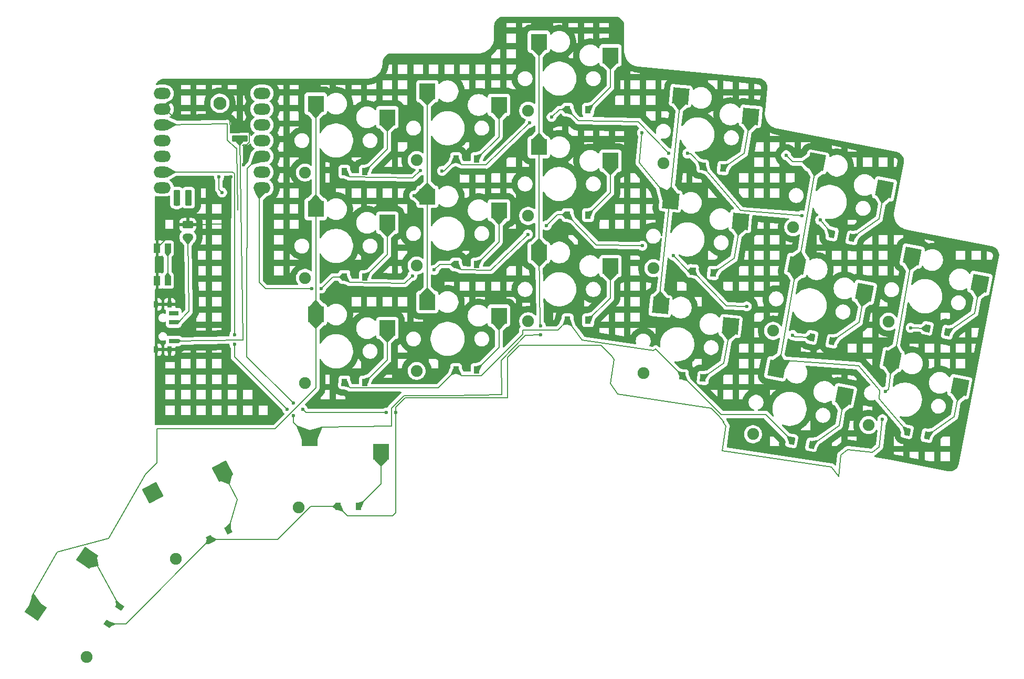
<source format=gbr>
%TF.GenerationSoftware,KiCad,Pcbnew,9.0.6*%
%TF.CreationDate,2025-12-30T20:42:03+01:00*%
%TF.ProjectId,right,72696768-742e-46b6-9963-61645f706362,v1.0.0*%
%TF.SameCoordinates,Original*%
%TF.FileFunction,Copper,L2,Bot*%
%TF.FilePolarity,Positive*%
%FSLAX46Y46*%
G04 Gerber Fmt 4.6, Leading zero omitted, Abs format (unit mm)*
G04 Created by KiCad (PCBNEW 9.0.6) date 2025-12-30 20:42:03*
%MOMM*%
%LPD*%
G01*
G04 APERTURE LIST*
G04 Aperture macros list*
%AMRoundRect*
0 Rectangle with rounded corners*
0 $1 Rounding radius*
0 $2 $3 $4 $5 $6 $7 $8 $9 X,Y pos of 4 corners*
0 Add a 4 corners polygon primitive as box body*
4,1,4,$2,$3,$4,$5,$6,$7,$8,$9,$2,$3,0*
0 Add four circle primitives for the rounded corners*
1,1,$1+$1,$2,$3*
1,1,$1+$1,$4,$5*
1,1,$1+$1,$6,$7*
1,1,$1+$1,$8,$9*
0 Add four rect primitives between the rounded corners*
20,1,$1+$1,$2,$3,$4,$5,0*
20,1,$1+$1,$4,$5,$6,$7,0*
20,1,$1+$1,$6,$7,$8,$9,0*
20,1,$1+$1,$8,$9,$2,$3,0*%
%AMRotRect*
0 Rectangle, with rotation*
0 The origin of the aperture is its center*
0 $1 length*
0 $2 width*
0 $3 Rotation angle, in degrees counterclockwise*
0 Add horizontal line*
21,1,$1,$2,0,0,$3*%
G04 Aperture macros list end*
%TA.AperFunction,ConnectorPad*%
%ADD10O,2.750000X1.800000*%
%TD*%
%TA.AperFunction,ComponentPad*%
%ADD11O,2.750000X1.800000*%
%TD*%
%TA.AperFunction,ComponentPad*%
%ADD12RoundRect,0.130952X-0.419048X1.119048X-0.419048X-1.119048X0.419048X-1.119048X0.419048X1.119048X0*%
%TD*%
%TA.AperFunction,ComponentPad*%
%ADD13C,2.100000*%
%TD*%
%TA.AperFunction,ComponentPad*%
%ADD14RoundRect,0.130952X-1.119048X-0.419048X1.119048X-0.419048X1.119048X0.419048X-1.119048X0.419048X0*%
%TD*%
%TA.AperFunction,SMDPad,CuDef*%
%ADD15R,0.900000X1.200000*%
%TD*%
%TA.AperFunction,SMDPad,CuDef*%
%ADD16RotRect,0.900000X1.200000X354.500000*%
%TD*%
%TA.AperFunction,ComponentPad*%
%ADD17C,1.900000*%
%TD*%
%TA.AperFunction,SMDPad,CuDef*%
%ADD18RotRect,2.600000X2.600000X349.000000*%
%TD*%
%TA.AperFunction,SMDPad,CuDef*%
%ADD19R,2.600000X2.600000*%
%TD*%
%TA.AperFunction,SMDPad,CuDef*%
%ADD20RotRect,2.600000X2.600000X354.500000*%
%TD*%
%TA.AperFunction,SMDPad,CuDef*%
%ADD21RotRect,0.900000X1.200000X349.000000*%
%TD*%
%TA.AperFunction,SMDPad,CuDef*%
%ADD22RotRect,0.900000X1.200000X28.000000*%
%TD*%
%TA.AperFunction,SMDPad,CuDef*%
%ADD23R,1.000000X1.550000*%
%TD*%
%TA.AperFunction,SMDPad,CuDef*%
%ADD24RotRect,2.600000X2.600000X28.000000*%
%TD*%
%TA.AperFunction,ComponentPad*%
%ADD25RoundRect,0.240000X0.635000X-0.360000X0.635000X0.360000X-0.635000X0.360000X-0.635000X-0.360000X0*%
%TD*%
%TA.AperFunction,ComponentPad*%
%ADD26O,1.750000X1.200000*%
%TD*%
%TA.AperFunction,SMDPad,CuDef*%
%ADD27RotRect,0.900000X1.200000X56.000000*%
%TD*%
%TA.AperFunction,SMDPad,CuDef*%
%ADD28RotRect,2.600000X2.600000X56.000000*%
%TD*%
%TA.AperFunction,SMDPad,CuDef*%
%ADD29R,0.800000X1.000000*%
%TD*%
%TA.AperFunction,SMDPad,CuDef*%
%ADD30R,1.500000X0.700000*%
%TD*%
%TA.AperFunction,ViaPad*%
%ADD31C,0.600000*%
%TD*%
%TA.AperFunction,Conductor*%
%ADD32C,0.200000*%
%TD*%
G04 APERTURE END LIST*
D10*
%TO.P,U?,*%
%TO.N,P0*%
X149944305Y-94950002D03*
%TO.N,P2*%
X149944305Y-100030010D03*
D11*
%TO.N,P3*%
X149944305Y-102570011D03*
D10*
%TO.N,P1*%
X149944306Y-97490003D03*
%TO.N,GND*%
X149944307Y-89870008D03*
D12*
%TO.N,P4*%
X152285003Y-104157503D03*
%TO.N,P5*%
X154190006Y-104157507D03*
D10*
%TO.N,P7*%
X166055703Y-100030004D03*
%TO.N,P10*%
X166055704Y-92410009D03*
%TO.N,P8*%
X166055704Y-97490000D03*
D11*
%TO.N,P12*%
X166055705Y-87330001D03*
D10*
%TO.N,P11*%
X166055705Y-89870002D03*
%TO.N,P9*%
X166055705Y-94950010D03*
%TO.N,P6*%
X166055706Y-102570002D03*
%TO.P,U?,3V3*%
%TO.N,VCC*%
X149944306Y-92410012D03*
%TO.P,U?,5V*%
%TO.N,N/C*%
X149944304Y-87330010D03*
D13*
%TO.P,U?,18*%
%TO.N,RST*%
X159270005Y-88917506D03*
D14*
%TO.P,U?,BAT_P*%
%TO.N,BAT_P*%
X162445004Y-94632506D03*
%TD*%
D15*
%TO.P,D34,1*%
%TO.N,P6*%
X179350010Y-116950005D03*
%TO.P,D34,2*%
%TO.N,mirror_inner_home*%
X182650010Y-116950005D03*
%TD*%
D16*
%TO.P,D25,1*%
%TO.N,P6*%
X235531865Y-116000160D03*
%TO.P,D25,2*%
%TO.N,mirror_ring_home*%
X238816673Y-116316448D03*
%TD*%
D17*
%TO.P,S39,*%
%TO.N,*%
X263882812Y-140852913D03*
D18*
%TO.P,S39,1*%
%TO.N,P8*%
X267694099Y-130285997D03*
%TO.P,S39,2*%
%TO.N,mirror_pinky2_extra1*%
X278612113Y-134649423D03*
%TD*%
D17*
%TO.P,S35,*%
%TO.N,*%
X173000008Y-100100006D03*
D19*
%TO.P,S35,1*%
%TO.N,P4*%
X174725009Y-89000005D03*
%TO.P,S35,2*%
%TO.N,mirror_inner_top*%
X186275007Y-91200005D03*
%TD*%
D17*
%TO.P,S23,*%
%TO.N,*%
X251746982Y-108951163D03*
D18*
%TO.P,S23,1*%
%TO.N,P0*%
X255558269Y-98384247D03*
%TO.P,S23,2*%
%TO.N,mirror_pinky_top*%
X266476283Y-102747673D03*
%TD*%
D17*
%TO.P,S26,*%
%TO.N,*%
X230826101Y-98619116D03*
D20*
%TO.P,S26,1*%
%TO.N,P1*%
X233607047Y-87735552D03*
%TO.P,S26,2*%
%TO.N,mirror_ring_top*%
X244893013Y-91032443D03*
%TD*%
D17*
%TO.P,S40,*%
%TO.N,*%
X267126559Y-124165255D03*
D18*
%TO.P,S40,1*%
%TO.N,P8*%
X270937846Y-113598339D03*
%TO.P,S40,2*%
%TO.N,mirror_pinky2_extra2*%
X281855860Y-117961765D03*
%TD*%
D21*
%TO.P,D23,1*%
%TO.N,P7*%
X258008929Y-110015563D03*
%TO.P,D23,2*%
%TO.N,mirror_pinky_top*%
X261248299Y-110645233D03*
%TD*%
%TO.P,D21,1*%
%TO.N,P5*%
X251521432Y-143390876D03*
%TO.P,D21,2*%
%TO.N,mirror_pinky_bottom*%
X254760802Y-144020546D03*
%TD*%
D15*
%TO.P,D31,1*%
%TO.N,P6*%
X197350007Y-114950000D03*
%TO.P,D31,2*%
%TO.N,mirror_index_home*%
X200650007Y-114950000D03*
%TD*%
D22*
%TO.P,D37,1*%
%TO.N,P8*%
X157689465Y-159300715D03*
%TO.P,D37,2*%
%TO.N,mirror_home_thumb*%
X160603191Y-157751461D03*
%TD*%
D17*
%TO.P,S33,*%
%TO.N,*%
X173000008Y-134100011D03*
D19*
%TO.P,S33,1*%
%TO.N,P4*%
X174725009Y-123000010D03*
%TO.P,S33,2*%
%TO.N,mirror_inner_bottom*%
X186275007Y-125200010D03*
%TD*%
D17*
%TO.P,S28,*%
%TO.N,*%
X209000011Y-107100005D03*
D19*
%TO.P,S28,1*%
%TO.N,P2*%
X210725012Y-96000004D03*
%TO.P,S28,2*%
%TO.N,mirror_middle_home*%
X222275010Y-98200004D03*
%TD*%
D17*
%TO.P,S34,*%
%TO.N,*%
X173000010Y-117100004D03*
D19*
%TO.P,S34,1*%
%TO.N,P4*%
X174725011Y-106000003D03*
%TO.P,S34,2*%
%TO.N,mirror_inner_home*%
X186275009Y-108200003D03*
%TD*%
D17*
%TO.P,S36,*%
%TO.N,*%
X172000009Y-154100008D03*
D19*
%TO.P,S36,1*%
%TO.N,P2*%
X173725010Y-143000007D03*
%TO.P,S36,2*%
%TO.N,mirror_near_thumb*%
X185275008Y-145200007D03*
%TD*%
D15*
%TO.P,D35,1*%
%TO.N,P7*%
X179350008Y-99950001D03*
%TO.P,D35,2*%
%TO.N,mirror_inner_top*%
X182650008Y-99950001D03*
%TD*%
D23*
%TO.P,RST1,1*%
%TO.N,GND*%
X149150008Y-117575012D03*
%TO.P,RST1,2*%
%TO.N,RST*%
X150850009Y-117575013D03*
%TO.P,RST1,3*%
%TO.N,GND*%
X149150009Y-112325011D03*
%TO.P,RST1,4*%
%TO.N,RST*%
X150850010Y-112325012D03*
%TD*%
D17*
%TO.P,S37,*%
%TO.N,*%
X152153166Y-162414302D03*
D24*
%TO.P,S37,1*%
%TO.N,P3*%
X148465116Y-151803746D03*
%TO.P,S37,2*%
%TO.N,mirror_home_thumb*%
X159695998Y-148323835D03*
%TD*%
D15*
%TO.P,D27,1*%
%TO.N,P5*%
X215350011Y-123950007D03*
%TO.P,D27,2*%
%TO.N,mirror_middle_bottom*%
X218650011Y-123950007D03*
%TD*%
%TO.P,D30,1*%
%TO.N,P5*%
X197350003Y-131950004D03*
%TO.P,D30,2*%
%TO.N,mirror_index_bottom*%
X200650003Y-131950004D03*
%TD*%
%TO.P,D33,1*%
%TO.N,P5*%
X179350003Y-133949996D03*
%TO.P,D33,2*%
%TO.N,mirror_inner_bottom*%
X182650003Y-133949996D03*
%TD*%
D17*
%TO.P,S32,*%
%TO.N,*%
X191000007Y-98100009D03*
D19*
%TO.P,S32,1*%
%TO.N,P3*%
X192725008Y-87000008D03*
%TO.P,S32,2*%
%TO.N,mirror_index_top*%
X204275006Y-89200008D03*
%TD*%
D17*
%TO.P,S31,*%
%TO.N,*%
X191000006Y-115100003D03*
D19*
%TO.P,S31,1*%
%TO.N,P3*%
X192725007Y-104000002D03*
%TO.P,S31,2*%
%TO.N,mirror_index_home*%
X204275005Y-106200002D03*
%TD*%
D17*
%TO.P,S24,*%
%TO.N,*%
X227567345Y-132462582D03*
D20*
%TO.P,S24,1*%
%TO.N,P1*%
X230348291Y-121579018D03*
%TO.P,S24,2*%
%TO.N,mirror_ring_bottom*%
X241634257Y-124875909D03*
%TD*%
D16*
%TO.P,D24,1*%
%TO.N,P5*%
X233902483Y-132921886D03*
%TO.P,D24,2*%
%TO.N,mirror_ring_bottom*%
X237187291Y-133238174D03*
%TD*%
D17*
%TO.P,S22,*%
%TO.N,*%
X248503223Y-125638823D03*
D18*
%TO.P,S22,1*%
%TO.N,P0*%
X252314510Y-115071907D03*
%TO.P,S22,2*%
%TO.N,mirror_pinky_home*%
X263232524Y-119435333D03*
%TD*%
D21*
%TO.P,D40,1*%
%TO.N,P1*%
X273388515Y-125229637D03*
%TO.P,D40,2*%
%TO.N,mirror_pinky2_extra2*%
X276627885Y-125859307D03*
%TD*%
D15*
%TO.P,D28,1*%
%TO.N,P6*%
X215350007Y-106950001D03*
%TO.P,D28,2*%
%TO.N,mirror_middle_home*%
X218650007Y-106950001D03*
%TD*%
D25*
%TO.P,JST1,1*%
%TO.N,GND*%
X154092721Y-108539021D03*
D26*
%TO.P,JST1,2*%
%TO.N,RAW*%
X154092725Y-110539019D03*
%TD*%
D15*
%TO.P,D29,1*%
%TO.N,P7*%
X215350007Y-89950002D03*
%TO.P,D29,2*%
%TO.N,mirror_middle_top*%
X218650007Y-89950002D03*
%TD*%
D17*
%TO.P,S30,*%
%TO.N,*%
X191000008Y-132100005D03*
D19*
%TO.P,S30,1*%
%TO.N,P3*%
X192725009Y-121000004D03*
%TO.P,S30,2*%
%TO.N,mirror_index_bottom*%
X204275007Y-123200004D03*
%TD*%
D27*
%TO.P,D38,1*%
%TO.N,P8*%
X141230844Y-172915631D03*
%TO.P,D38,2*%
%TO.N,mirror_far_thumb*%
X143076172Y-170179805D03*
%TD*%
D17*
%TO.P,S38,*%
%TO.N,*%
X137804326Y-178263894D03*
D28*
%TO.P,S38,1*%
%TO.N,P4*%
X129566615Y-170626764D03*
%TO.P,S38,2*%
%TO.N,mirror_far_thumb*%
X137849177Y-162281604D03*
%TD*%
D17*
%TO.P,S29,*%
%TO.N,*%
X209000003Y-90100016D03*
D19*
%TO.P,S29,1*%
%TO.N,P2*%
X210725004Y-79000015D03*
%TO.P,S29,2*%
%TO.N,mirror_middle_top*%
X222275002Y-81200015D03*
%TD*%
D16*
%TO.P,D26,1*%
%TO.N,P7*%
X237161244Y-99078422D03*
%TO.P,D26,2*%
%TO.N,mirror_ring_top*%
X240446052Y-99394710D03*
%TD*%
D17*
%TO.P,S21,*%
%TO.N,*%
X245259479Y-142326493D03*
D18*
%TO.P,S21,1*%
%TO.N,P0*%
X249070766Y-131759577D03*
%TO.P,S21,2*%
%TO.N,mirror_pinky_bottom*%
X259988780Y-136123003D03*
%TD*%
D17*
%TO.P,S25,*%
%TO.N,*%
X229196728Y-115540847D03*
D20*
%TO.P,S25,1*%
%TO.N,P1*%
X231977674Y-104657283D03*
%TO.P,S25,2*%
%TO.N,mirror_ring_home*%
X243263640Y-107954174D03*
%TD*%
D21*
%TO.P,D22,1*%
%TO.N,P6*%
X254765178Y-126703221D03*
%TO.P,D22,2*%
%TO.N,mirror_pinky_home*%
X258004548Y-127332891D03*
%TD*%
D29*
%TO.P,PWR1,*%
%TO.N,GND*%
X151177729Y-121389019D03*
X151177722Y-128689024D03*
X148967723Y-128689011D03*
X148967720Y-121389015D03*
D30*
%TO.P,PWR1,1*%
%TO.N,BAT_P*%
X151827720Y-127289020D03*
%TO.P,PWR1,2*%
%TO.N,RAW*%
X151827717Y-124289017D03*
%TO.P,PWR1,3*%
%TO.N,N/C*%
X151827719Y-122789018D03*
%TD*%
D15*
%TO.P,D32,1*%
%TO.N,P7*%
X197350006Y-97949999D03*
%TO.P,D32,2*%
%TO.N,mirror_index_top*%
X200650006Y-97949999D03*
%TD*%
%TO.P,D36,1*%
%TO.N,P8*%
X178350003Y-153950007D03*
%TO.P,D36,2*%
%TO.N,mirror_near_thumb*%
X181650003Y-153950007D03*
%TD*%
D21*
%TO.P,D39,1*%
%TO.N,P0*%
X270144763Y-141917309D03*
%TO.P,D39,2*%
%TO.N,mirror_pinky2_extra1*%
X273384133Y-142546979D03*
%TD*%
D17*
%TO.P,S27,*%
%TO.N,*%
X209000001Y-124100001D03*
D19*
%TO.P,S27,1*%
%TO.N,P2*%
X210725002Y-113000000D03*
%TO.P,S27,2*%
%TO.N,mirror_middle_bottom*%
X222275000Y-115200000D03*
%TD*%
D31*
%TO.N,P0*%
X150481990Y-94948913D03*
X250615901Y-97318617D03*
%TO.N,GND*%
X161015901Y-100818617D03*
X163118168Y-98818577D03*
%TO.N,P1*%
X270687628Y-125162254D03*
X230348293Y-121579020D03*
X150419306Y-97490003D03*
X227359188Y-93671100D03*
%TO.N,P2*%
X161615901Y-126318617D03*
X171116865Y-139319581D03*
X211012325Y-124808363D03*
X211038503Y-126308137D03*
X161615901Y-127818617D03*
X170115901Y-138318617D03*
%TO.N,P3*%
X190615901Y-103818617D03*
%TO.N,P8*%
X266662368Y-135435648D03*
X266152950Y-139906728D03*
X187625017Y-138818617D03*
X171115901Y-137318617D03*
X186115901Y-138818617D03*
X172615901Y-138318617D03*
%TO.N,P5*%
X179115901Y-134318617D03*
%TO.N,P6*%
X193838974Y-115819638D03*
X175615901Y-118818617D03*
X190322049Y-116758393D03*
X190322049Y-116758393D03*
X251664344Y-126330428D03*
X211967124Y-108634924D03*
X174115901Y-118818617D03*
X227412415Y-111904973D03*
X232385464Y-113492009D03*
X208941404Y-110082333D03*
X244244015Y-121700217D03*
X190322049Y-116758393D03*
%TO.N,P7*%
X212772466Y-91146305D03*
X256101301Y-107755562D03*
X191618597Y-99778438D03*
X253149781Y-107021728D03*
X209255553Y-92085074D03*
X195118059Y-99839521D03*
X231673575Y-96977072D03*
X234673124Y-97029424D03*
%TO.N,RST*%
X150850007Y-112325007D03*
X159115901Y-100818617D03*
X159615901Y-103318617D03*
%TD*%
D32*
%TO.N,P0*%
X270144761Y-141917306D02*
X265608537Y-136606079D01*
X255558266Y-98384250D02*
X252658215Y-114831247D01*
X252658215Y-114831247D02*
X252314515Y-115071915D01*
X265713933Y-135266970D02*
X262340982Y-131317757D01*
X150419309Y-94950002D02*
X150481990Y-94948913D01*
X249414454Y-131518912D02*
X249070764Y-131759572D01*
X265608537Y-136606079D02*
X265713933Y-135266970D01*
X262340982Y-131317757D02*
X250664062Y-130398766D01*
X252314515Y-115071915D02*
X249414454Y-131518912D01*
X251681531Y-98384247D02*
X255558269Y-98384247D01*
X250615901Y-97318617D02*
X251681531Y-98384247D01*
X250664062Y-130398766D02*
X249070755Y-131759566D01*
%TO.N,GND*%
X163960928Y-93624774D02*
X163986429Y-93649397D01*
X160534801Y-90684121D02*
X160915564Y-91051821D01*
X152935987Y-108539015D02*
X149150013Y-112324997D01*
X163118168Y-95642095D02*
X163115901Y-95639828D01*
X159979069Y-108436275D02*
X161015901Y-107399443D01*
X148967731Y-121389018D02*
X151177726Y-121389018D01*
X164013695Y-95211425D02*
X163608289Y-95631232D01*
X149150006Y-117575004D02*
X149150006Y-121206734D01*
X160961387Y-93677132D02*
X163960928Y-93624774D01*
X162995991Y-95641921D02*
X162896768Y-95744668D01*
X150419309Y-89870012D02*
X151426970Y-90843100D01*
X151426970Y-90843100D02*
X159909181Y-90695039D01*
X161015901Y-107399443D02*
X161015901Y-100818617D01*
X149150013Y-112324997D02*
X149150006Y-117575004D01*
X163608289Y-95631232D02*
X163115901Y-95639828D01*
X149150006Y-121206734D02*
X148967731Y-121389018D01*
X160915564Y-91051821D02*
X160961387Y-93677132D01*
X148967733Y-121389021D02*
X148967731Y-121389018D01*
X163986429Y-93649397D02*
X164013695Y-95211425D01*
X159909181Y-90695039D02*
X160534801Y-90684121D01*
X163118168Y-98818577D02*
X163118168Y-95642095D01*
X151177726Y-121389018D02*
X151177731Y-121389020D01*
X148967728Y-128689018D02*
X148967733Y-121389021D01*
X151177728Y-128689025D02*
X148967744Y-128689026D01*
X159979069Y-108436275D02*
X154092723Y-108539021D01*
X163115901Y-95639828D02*
X162995991Y-95641921D01*
X154092727Y-108539017D02*
X152935987Y-108539015D01*
X148967744Y-128689026D02*
X148967728Y-128689018D01*
%TO.N,P1*%
X233607044Y-87735543D02*
X230084230Y-121252918D01*
X230084230Y-121252918D02*
X230348298Y-121579018D01*
X231977674Y-104657284D02*
X226895032Y-98491545D01*
X231845633Y-104494232D02*
X231977663Y-104657289D01*
X273388513Y-125229639D02*
X270707514Y-125182857D01*
X226895032Y-98491545D02*
X227359188Y-93671100D01*
X233607044Y-87735543D02*
X231845633Y-104494232D01*
X270707514Y-125182857D02*
X270687628Y-125162254D01*
%TO.N,P2*%
X173725010Y-143000007D02*
X171116865Y-140391862D01*
X186965133Y-140974786D02*
X186915451Y-138128483D01*
X204609307Y-130420970D02*
X204705294Y-135920130D01*
X204705294Y-135920130D02*
X196583321Y-136061895D01*
X211038503Y-126308137D02*
X208538885Y-126351768D01*
X210724999Y-113000001D02*
X210929725Y-124728596D01*
X186965133Y-140974786D02*
X175487272Y-141175130D01*
X188971071Y-136061899D02*
X187271536Y-137761436D01*
X175487272Y-141175130D02*
X173725012Y-143000003D01*
X161615901Y-127818617D02*
X161615901Y-129818617D01*
X196583321Y-136061895D02*
X188971071Y-136061899D01*
X187269879Y-137761462D02*
X187271536Y-137761436D01*
X210725004Y-79000007D02*
X210725005Y-96000010D01*
X171116865Y-140391862D02*
X171116865Y-139319581D01*
X208538885Y-126351768D02*
X204609307Y-130420970D01*
X150419305Y-100030010D02*
X161327294Y-100030010D01*
X210725005Y-96000010D02*
X210725006Y-96000017D01*
X210929725Y-124728596D02*
X211012325Y-124808363D01*
X161615901Y-108818617D02*
X161615901Y-126318617D01*
X210725004Y-79000007D02*
X210725000Y-112999994D01*
X161615901Y-129818617D02*
X170115901Y-138318617D01*
X186915451Y-138128483D02*
X187269879Y-137761462D01*
X187271536Y-137761436D02*
X187224017Y-137808950D01*
X161615901Y-100318617D02*
X161615901Y-108818617D01*
X161327294Y-100030010D02*
X161615901Y-100318617D01*
%TO.N,P3*%
X192725008Y-87000005D02*
X192725006Y-121000005D01*
X192725008Y-104000011D02*
X192725006Y-104000011D01*
X190615901Y-103818617D02*
X190797286Y-104000002D01*
X192725008Y-87000005D02*
X192725008Y-104000011D01*
X190797286Y-104000002D02*
X192725007Y-104000002D01*
X192725006Y-121000005D02*
X192725004Y-121000006D01*
%TO.N,P4*%
X149125020Y-146962896D02*
X147247987Y-148839924D01*
X128972722Y-168410329D02*
X129566613Y-170626766D01*
X133043883Y-161358868D02*
X128972722Y-168410329D01*
X174725011Y-123000011D02*
X174725003Y-134862904D01*
X149125014Y-141462895D02*
X149125020Y-146962896D01*
X147247987Y-148839924D02*
X141296929Y-159147473D01*
X168125023Y-141462900D02*
X149125014Y-141462895D01*
X174725003Y-134862904D02*
X170625018Y-138962899D01*
X174725002Y-89000000D02*
X174725006Y-106000003D01*
X170625018Y-138962899D02*
X168125023Y-141462900D01*
X141296929Y-159147473D02*
X133043883Y-161358868D01*
X147247987Y-148839924D02*
X147125020Y-148962893D01*
X152285005Y-104157504D02*
X152307947Y-105471986D01*
X174725002Y-89000000D02*
X174725011Y-123000011D01*
%TO.N,P8*%
X264536766Y-145258168D02*
X260562478Y-144805355D01*
X222223253Y-134179435D02*
X222814486Y-130223372D01*
X260562478Y-144805355D02*
X259455705Y-145685721D01*
X172615901Y-138318617D02*
X173115901Y-138818617D01*
X168568485Y-159300722D02*
X157689459Y-159300718D01*
X163615901Y-112318617D02*
X163615901Y-127318617D01*
X187125020Y-155462899D02*
X179862905Y-155462900D01*
X259455705Y-145685721D02*
X259059493Y-149163222D01*
X179862905Y-155462900D02*
X178350008Y-153949993D01*
X239738334Y-139324843D02*
X238549570Y-138136074D01*
X187625017Y-154962899D02*
X187125020Y-155462899D01*
X157689459Y-159300718D02*
X144074542Y-172915634D01*
X257903282Y-147600705D02*
X240326582Y-144973847D01*
X189137170Y-136462901D02*
X187625017Y-137975052D01*
X165580704Y-97490000D02*
X163667239Y-99403465D01*
X259059493Y-149163222D02*
X257903282Y-147600705D01*
X240497222Y-140449369D02*
X240509529Y-140367057D01*
X265643535Y-144377796D02*
X264536766Y-145258168D01*
X240917825Y-141017785D02*
X240497222Y-140449369D01*
X266152950Y-139906728D02*
X265643535Y-144377796D01*
X187625017Y-137975052D02*
X187625017Y-138818617D01*
X222393886Y-129654954D02*
X220726431Y-127987505D01*
X223485065Y-135884671D02*
X222223253Y-134179435D01*
X144074542Y-172915634D02*
X141230849Y-172915632D01*
X187625017Y-138818617D02*
X187625017Y-154962899D01*
X205625019Y-129962894D02*
X205625024Y-136462897D01*
X222814486Y-130223372D02*
X222393886Y-129654954D01*
X270937846Y-113598332D02*
X268037795Y-130045337D01*
X220726431Y-127987505D02*
X207600408Y-127987505D01*
X267694097Y-130285999D02*
X267151720Y-135046397D01*
X267151720Y-135046397D02*
X266662368Y-135435648D01*
X163615901Y-127318617D02*
X163615901Y-129818617D01*
X173919200Y-153950000D02*
X168568485Y-159300722D01*
X268037795Y-130045337D02*
X267694096Y-130285998D01*
X205625024Y-136462897D02*
X189137170Y-136462901D01*
X163667239Y-99403465D02*
X163667239Y-112267279D01*
X173115901Y-138818617D02*
X186115901Y-138818617D01*
X240509529Y-140367057D02*
X239738334Y-139324843D01*
X163615901Y-129818617D02*
X171115901Y-137318617D01*
X207600408Y-127987505D02*
X205625019Y-129962894D01*
X240326582Y-144973847D02*
X240917825Y-141017785D01*
X163667239Y-112267279D02*
X163615901Y-112318617D01*
X238549570Y-138136074D02*
X223485065Y-135884671D01*
X178350009Y-153949997D02*
X173919200Y-153950000D01*
%TO.N,mirror_pinky_bottom*%
X259136463Y-140956676D02*
X254760806Y-144020551D01*
X259988781Y-136123002D02*
X259136463Y-140956676D01*
%TO.N,mirror_pinky_home*%
X262380222Y-124269013D02*
X258004555Y-127332891D01*
X263232529Y-119435338D02*
X262380222Y-124269013D01*
%TO.N,mirror_pinky_top*%
X266476282Y-102747674D02*
X265623978Y-107581360D01*
X265623978Y-107581360D02*
X261248299Y-110645224D01*
%TO.N,mirror_ring_bottom*%
X241634255Y-124875911D02*
X240578455Y-130863663D01*
X240578455Y-130863663D02*
X237187292Y-133238188D01*
%TO.N,mirror_ring_home*%
X243263631Y-107954177D02*
X242207825Y-113941942D01*
X242207825Y-113941942D02*
X238816673Y-116316451D01*
%TO.N,mirror_ring_top*%
X244893016Y-91032440D02*
X243837209Y-97020206D01*
X243837209Y-97020206D02*
X240446047Y-99394714D01*
%TO.N,mirror_middle_bottom*%
X222275006Y-120325009D02*
X218650007Y-123949997D01*
X222275010Y-115200000D02*
X222275006Y-120325009D01*
%TO.N,mirror_middle_home*%
X222275000Y-98200004D02*
X222275006Y-103325002D01*
X222275006Y-103325002D02*
X218650004Y-106950009D01*
%TO.N,mirror_middle_top*%
X222274998Y-86325008D02*
X218650000Y-89949997D01*
X222275002Y-81200003D02*
X222274998Y-86325008D01*
%TO.N,mirror_index_bottom*%
X204275004Y-128325005D02*
X200649997Y-131950009D01*
X204275009Y-123200008D02*
X204275004Y-128325005D01*
%TO.N,mirror_index_home*%
X204275005Y-111324999D02*
X200650002Y-114950010D01*
X204275004Y-106200004D02*
X204275005Y-111324999D01*
%TO.N,mirror_index_top*%
X204275008Y-94325007D02*
X200650005Y-97949999D01*
X204275004Y-89200003D02*
X204275008Y-94325007D01*
%TO.N,mirror_inner_bottom*%
X186275003Y-125200006D02*
X186275002Y-130325004D01*
X186275002Y-130325004D02*
X182650005Y-133950009D01*
%TO.N,mirror_inner_home*%
X186275006Y-108200002D02*
X186275004Y-113325006D01*
X186275004Y-113325006D02*
X182650006Y-116950006D01*
%TO.N,mirror_inner_top*%
X186275003Y-91200005D02*
X186275007Y-96325003D01*
X186275007Y-96325003D02*
X182650009Y-99949998D01*
%TO.N,mirror_near_thumb*%
X185275005Y-150325011D02*
X181650003Y-153949993D01*
X185275002Y-145200007D02*
X185275005Y-150325011D01*
%TO.N,mirror_home_thumb*%
X159696003Y-148323834D02*
X162102042Y-152848937D01*
X162102042Y-152848937D02*
X160603187Y-157751468D01*
%TO.N,mirror_far_thumb*%
X137849180Y-162281605D02*
X139076073Y-162656704D01*
X139076073Y-162656704D02*
X143076177Y-170179808D01*
%TO.N,mirror_pinky2_extra1*%
X278612117Y-134649430D02*
X277759796Y-139483098D01*
X277759796Y-139483098D02*
X273384129Y-142546969D01*
%TO.N,mirror_pinky2_extra2*%
X281855860Y-117961759D02*
X281003556Y-122795438D01*
X281003556Y-122795438D02*
X276627895Y-125859317D01*
%TO.N,P5*%
X194449006Y-134851006D02*
X197350006Y-131950009D01*
X180251002Y-134851008D02*
X194449006Y-134851006D01*
X247282495Y-139151943D02*
X240132527Y-139151936D01*
X208092726Y-126159288D02*
X208092727Y-125539014D01*
X251521436Y-143390881D02*
X247282495Y-139151943D01*
X201401002Y-132851009D02*
X208092726Y-126159288D01*
X229569961Y-128589372D02*
X233902484Y-132921899D01*
X240132527Y-139151936D02*
X233902484Y-132921899D01*
X229569961Y-128589372D02*
X229216519Y-128850907D01*
X208092727Y-125539014D02*
X213760979Y-125539011D01*
X197350006Y-131950009D02*
X198251000Y-132851004D01*
X179349999Y-133950007D02*
X180251002Y-134851008D01*
X229216519Y-128850907D02*
X217703253Y-127130237D01*
X213760979Y-125539011D02*
X215350000Y-123950000D01*
X217703253Y-127130237D02*
X215350002Y-123950000D01*
X198251000Y-132851004D02*
X201401002Y-132851009D01*
%TO.N,P6*%
X215350008Y-106949999D02*
X213740986Y-106921915D01*
X194785851Y-114905241D02*
X193838974Y-115819638D01*
X190322049Y-116758393D02*
X189066462Y-117970907D01*
X189066462Y-117970907D02*
X180186183Y-117815900D01*
X220010197Y-111775771D02*
X215350008Y-106949999D01*
X202918592Y-115898502D02*
X198186186Y-115815895D01*
X208941404Y-110082333D02*
X202918592Y-115898502D01*
X197350000Y-114950000D02*
X194785851Y-114905241D01*
X244244015Y-121700217D02*
X240981354Y-121643265D01*
X213740986Y-106921915D02*
X211967124Y-108634924D01*
X240981354Y-121643265D02*
X235531859Y-116000160D01*
X165615901Y-117818617D02*
X166615901Y-118818617D01*
X254765180Y-126703225D02*
X251977349Y-126654555D01*
X177484513Y-116950005D02*
X179350010Y-116950005D01*
X235531859Y-116000160D02*
X234795140Y-115987301D01*
X251977349Y-126654555D02*
X251664344Y-126330428D01*
X180186183Y-117815900D02*
X179350005Y-116950005D01*
X166615901Y-118818617D02*
X174115901Y-118818617D01*
X175615901Y-118818617D02*
X177484513Y-116950005D01*
X198186186Y-115815895D02*
X197350000Y-114950000D01*
X165615901Y-102605197D02*
X165615901Y-117818617D01*
X234795140Y-115987301D02*
X232385464Y-113492009D01*
X227412415Y-111904973D02*
X220010197Y-111775771D01*
X165580706Y-102570002D02*
X165615901Y-102605197D01*
%TO.N,P7*%
X217060455Y-91721232D02*
X226761604Y-91890568D01*
X195118059Y-99839521D02*
X195388456Y-99844240D01*
X195388456Y-99844240D02*
X197350005Y-97950006D01*
X234673124Y-97029424D02*
X235191278Y-97038469D01*
X180186195Y-100815892D02*
X190360380Y-100993484D01*
X256101301Y-107755562D02*
X256099397Y-107779788D01*
X198186189Y-98815903D02*
X202212790Y-98886186D01*
X214035042Y-89927048D02*
X215350002Y-89950010D01*
X202212790Y-98886186D02*
X209255553Y-92085074D01*
X226761604Y-91890568D02*
X231673575Y-96977072D01*
X190360380Y-100993484D02*
X191618597Y-99778438D01*
X215350002Y-89950010D02*
X217060455Y-91721232D01*
X243282187Y-106245138D02*
X253149781Y-107021728D01*
X197350005Y-97950006D02*
X198186189Y-98815903D01*
X237161241Y-99078432D02*
X243282187Y-106245138D01*
X235191278Y-97038469D02*
X237161241Y-99078432D01*
X179350006Y-99950004D02*
X180186195Y-100815892D01*
X256099397Y-107779788D02*
X258008933Y-110015560D01*
X212772466Y-91146305D02*
X214035042Y-89927048D01*
%TO.N,RST*%
X159615901Y-103318617D02*
X159115901Y-102818617D01*
X150850007Y-112325007D02*
X150850012Y-117575005D01*
X159115901Y-102818617D02*
X159115901Y-100818617D01*
%TO.N,BAT_P*%
X162992268Y-127094143D02*
X151827724Y-127289017D01*
X162445008Y-94632509D02*
X163011957Y-127113156D01*
X163011957Y-127113156D02*
X162992268Y-127094143D01*
%TO.N,RAW*%
X152577719Y-124275923D02*
X154301347Y-122491054D01*
X151827718Y-124289017D02*
X152577719Y-124275923D01*
X154301347Y-122491054D02*
X154092725Y-110539021D01*
%TO.N,VCC*%
X161850369Y-96161996D02*
X162004864Y-96159301D01*
X162004864Y-96159301D02*
X162179391Y-106157777D01*
X160387062Y-92236022D02*
X160435286Y-92186089D01*
X160435286Y-92186089D02*
X160481615Y-94840207D01*
X150419307Y-92410014D02*
X160387062Y-92236022D01*
X160481615Y-94840207D02*
X161850369Y-96161996D01*
%TD*%
%TA.AperFunction,Conductor*%
%TO.N,GND*%
G36*
X223004396Y-74950817D02*
G01*
X223204540Y-74965141D01*
X223222050Y-74967660D01*
X223413773Y-75009375D01*
X223430737Y-75014356D01*
X223614597Y-75082939D01*
X223630662Y-75090275D01*
X223802885Y-75184322D01*
X223817763Y-75193885D01*
X223974836Y-75311471D01*
X223988207Y-75323056D01*
X224126951Y-75461801D01*
X224138536Y-75475171D01*
X224256123Y-75632248D01*
X224265687Y-75647131D01*
X224359718Y-75819330D01*
X224367068Y-75835421D01*
X224435647Y-76019274D01*
X224440629Y-76036243D01*
X224482340Y-76227960D01*
X224484859Y-76245470D01*
X224499193Y-76445762D01*
X224499509Y-76454613D01*
X224499497Y-80446138D01*
X224499494Y-80446192D01*
X224499494Y-80453197D01*
X224499494Y-80453199D01*
X224499497Y-80519091D01*
X224499497Y-80584621D01*
X224499486Y-80615249D01*
X224499469Y-80661077D01*
X224499470Y-80661092D01*
X224531625Y-80943235D01*
X224595511Y-81219925D01*
X224690311Y-81487616D01*
X224690311Y-81487617D01*
X224788398Y-81688718D01*
X224814803Y-81742854D01*
X224855283Y-81806394D01*
X224963275Y-81975905D01*
X224967386Y-81982357D01*
X225146099Y-82203050D01*
X225348646Y-82402093D01*
X225572422Y-82576930D01*
X225814550Y-82725312D01*
X225976993Y-82801065D01*
X226071918Y-82845332D01*
X226108458Y-82857559D01*
X226341220Y-82935447D01*
X226341231Y-82935449D01*
X226341237Y-82935451D01*
X226412092Y-82950514D01*
X226618990Y-82994499D01*
X226759018Y-83007931D01*
X226760330Y-83008057D01*
X226760330Y-83008058D01*
X226825919Y-83014376D01*
X226825922Y-83014375D01*
X226834422Y-83015194D01*
X226834453Y-83015194D01*
X246178207Y-84877785D01*
X246209229Y-84880772D01*
X246217963Y-84881929D01*
X246415860Y-84915370D01*
X246433037Y-84919552D01*
X246619898Y-84979451D01*
X246636290Y-84986029D01*
X246812731Y-85071913D01*
X246828030Y-85080763D01*
X246863011Y-85104480D01*
X246990432Y-85190871D01*
X247004329Y-85201817D01*
X247043618Y-85237590D01*
X247149418Y-85333922D01*
X247161613Y-85346733D01*
X247286410Y-85498127D01*
X247296660Y-85512546D01*
X247398651Y-85680171D01*
X247406744Y-85695900D01*
X247412090Y-85708410D01*
X247483838Y-85876327D01*
X247489611Y-85893050D01*
X247540243Y-86082608D01*
X247543578Y-86099983D01*
X247566718Y-86294823D01*
X247567546Y-86312495D01*
X247562602Y-86513566D01*
X247562068Y-86522403D01*
X247207446Y-90205233D01*
X247201726Y-90264641D01*
X247201726Y-90264642D01*
X247195410Y-90330231D01*
X247193798Y-90346973D01*
X247191952Y-90366146D01*
X247191947Y-90366197D01*
X247181758Y-90471564D01*
X247181758Y-90471568D01*
X247186714Y-90755498D01*
X247223780Y-91037057D01*
X247292480Y-91312599D01*
X247292484Y-91312611D01*
X247335223Y-91426920D01*
X247391935Y-91578604D01*
X247509357Y-91809059D01*
X247520859Y-91831633D01*
X247520862Y-91831639D01*
X247577980Y-91917935D01*
X247655013Y-92034320D01*
X247677601Y-92068446D01*
X247677609Y-92068457D01*
X247860136Y-92285983D01*
X247860139Y-92285986D01*
X247860141Y-92285988D01*
X248066135Y-92481469D01*
X248066138Y-92481471D01*
X248066140Y-92481473D01*
X248066142Y-92481475D01*
X248292931Y-92652374D01*
X248292933Y-92652375D01*
X248537621Y-92796507D01*
X248797052Y-92912013D01*
X249067892Y-92997409D01*
X249205495Y-93024098D01*
X249205540Y-93024121D01*
X249205543Y-93024108D01*
X268315732Y-96738757D01*
X268315734Y-96738758D01*
X268376090Y-96750490D01*
X268384665Y-96752476D01*
X268545803Y-96795927D01*
X268578423Y-96804723D01*
X268595132Y-96810536D01*
X268775382Y-96888061D01*
X268791094Y-96896193D01*
X268807462Y-96906205D01*
X268958470Y-96998577D01*
X268972861Y-97008858D01*
X269002950Y-97033782D01*
X269123970Y-97134028D01*
X269136754Y-97146257D01*
X269268512Y-97291656D01*
X269279427Y-97305581D01*
X269389142Y-97468239D01*
X269397964Y-97483574D01*
X269483421Y-97660205D01*
X269489970Y-97676640D01*
X269549416Y-97863620D01*
X269553560Y-97880820D01*
X269585794Y-98074377D01*
X269587448Y-98091992D01*
X269591807Y-98288143D01*
X269590938Y-98305814D01*
X269566830Y-98504780D01*
X269565452Y-98513524D01*
X268053123Y-106293780D01*
X268053116Y-106293811D01*
X268047467Y-106322880D01*
X268047466Y-106322884D01*
X268025857Y-106434053D01*
X268025842Y-106434163D01*
X268010928Y-106510903D01*
X267989428Y-106812625D01*
X267989427Y-106812632D01*
X268004452Y-107114756D01*
X268004452Y-107114761D01*
X268004453Y-107114763D01*
X268039607Y-107318921D01*
X268055786Y-107412884D01*
X268142674Y-107702629D01*
X268142676Y-107702635D01*
X268211985Y-107861159D01*
X268262638Y-107977013D01*
X268263855Y-107979795D01*
X268263861Y-107979807D01*
X268417561Y-108240339D01*
X268601547Y-108480449D01*
X268601549Y-108480451D01*
X268601553Y-108480456D01*
X268813143Y-108696643D01*
X269049248Y-108885750D01*
X269306425Y-109045021D01*
X269580925Y-109172131D01*
X269772473Y-109234089D01*
X269868740Y-109265228D01*
X269868742Y-109265228D01*
X269868744Y-109265229D01*
X269933492Y-109277816D01*
X269944251Y-109279908D01*
X269944278Y-109279915D01*
X269952543Y-109281521D01*
X269952546Y-109281523D01*
X270032576Y-109297079D01*
X270032580Y-109297079D01*
X270032581Y-109297080D01*
X270092775Y-109308783D01*
X270092803Y-109308785D01*
X283744959Y-111962491D01*
X283744963Y-111962493D01*
X283744964Y-111962493D01*
X283755641Y-111964569D01*
X283764261Y-111966566D01*
X283828229Y-111983817D01*
X283957998Y-112018814D01*
X283974694Y-112024623D01*
X284040447Y-112052906D01*
X284154937Y-112102153D01*
X284170649Y-112110285D01*
X284212758Y-112136045D01*
X284322226Y-112203012D01*
X284338024Y-112212676D01*
X284352418Y-112222961D01*
X284503514Y-112348125D01*
X284516299Y-112360354D01*
X284648053Y-112505756D01*
X284658965Y-112519678D01*
X284768683Y-112682344D01*
X284777500Y-112697672D01*
X284862953Y-112874300D01*
X284869502Y-112890733D01*
X284928951Y-113077724D01*
X284933094Y-113094924D01*
X284965325Y-113288459D01*
X284966979Y-113306073D01*
X284971340Y-113502230D01*
X284970471Y-113519900D01*
X284946297Y-113719434D01*
X284944919Y-113728180D01*
X278472016Y-147028388D01*
X278472002Y-147028449D01*
X278470893Y-147034154D01*
X278470893Y-147034155D01*
X278468761Y-147045123D01*
X278459171Y-147094475D01*
X278457173Y-147103098D01*
X278404939Y-147296843D01*
X278399127Y-147313554D01*
X278321607Y-147493811D01*
X278313475Y-147509524D01*
X278211098Y-147676899D01*
X278200813Y-147691295D01*
X278075644Y-147842412D01*
X278063420Y-147855192D01*
X277988180Y-147923376D01*
X277918026Y-147986950D01*
X277904102Y-147997865D01*
X277741438Y-148107587D01*
X277726101Y-148116409D01*
X277549475Y-148201864D01*
X277533040Y-148208414D01*
X277346052Y-148267862D01*
X277328851Y-148272006D01*
X277135297Y-148304238D01*
X277117681Y-148305891D01*
X276921526Y-148310247D01*
X276903854Y-148309377D01*
X276705535Y-148285341D01*
X276696807Y-148283966D01*
X276694053Y-148283431D01*
X276694054Y-148283431D01*
X276694038Y-148283428D01*
X276635593Y-148272067D01*
X276635589Y-148272067D01*
X276629745Y-148270931D01*
X276629745Y-148270930D01*
X276629740Y-148270930D01*
X267770000Y-146548775D01*
X273000379Y-146548775D01*
X273780939Y-146700501D01*
X274502379Y-146700501D01*
X275500379Y-146700501D01*
X277002379Y-146700501D01*
X277002379Y-145198501D01*
X275500379Y-145198501D01*
X275500379Y-146700501D01*
X274502379Y-146700501D01*
X274502379Y-145198501D01*
X273000379Y-145198501D01*
X273000379Y-146548775D01*
X267770000Y-146548775D01*
X265270003Y-146062826D01*
X270500379Y-146062826D01*
X272002379Y-146354783D01*
X272002379Y-145198501D01*
X270500379Y-145198501D01*
X270500379Y-146062826D01*
X265270003Y-146062826D01*
X264907059Y-145992277D01*
X264845007Y-145960162D01*
X264810168Y-145899598D01*
X264813603Y-145829813D01*
X264853525Y-145773513D01*
X264972458Y-145678910D01*
X264972458Y-145678908D01*
X264980014Y-145672899D01*
X264980017Y-145672895D01*
X265100728Y-145576876D01*
X268000379Y-145576876D01*
X269502379Y-145868834D01*
X269502379Y-145198501D01*
X268000379Y-145198501D01*
X268000379Y-145576876D01*
X265100728Y-145576876D01*
X266046205Y-144824804D01*
X266069088Y-144806602D01*
X266071323Y-144805176D01*
X266077936Y-144799621D01*
X266080511Y-144797516D01*
X266081681Y-144796584D01*
X266086159Y-144789168D01*
X266159728Y-144689745D01*
X266173276Y-144671436D01*
X266173277Y-144671434D01*
X266231227Y-144524321D01*
X266249125Y-144367223D01*
X266249124Y-144367221D01*
X266250657Y-144353770D01*
X266250657Y-144353765D01*
X266268119Y-144200501D01*
X268000379Y-144200501D01*
X269502379Y-144200501D01*
X269502379Y-143930219D01*
X269242525Y-143879709D01*
X269239280Y-143879033D01*
X269219705Y-143874682D01*
X269216479Y-143873919D01*
X269190555Y-143867425D01*
X269187340Y-143866574D01*
X269167967Y-143861165D01*
X269164776Y-143860228D01*
X269064895Y-143829430D01*
X269057572Y-143826919D01*
X269013733Y-143810341D01*
X269006573Y-143807375D01*
X268949714Y-143781707D01*
X268942760Y-143778302D01*
X268901327Y-143756388D01*
X268894596Y-143752554D01*
X268714796Y-143642570D01*
X268707414Y-143637684D01*
X268663822Y-143606538D01*
X268656807Y-143601138D01*
X268601887Y-143555645D01*
X268595277Y-143549759D01*
X268556561Y-143512726D01*
X268550386Y-143506382D01*
X268405863Y-143346890D01*
X268400157Y-143340123D01*
X268367111Y-143297963D01*
X268361904Y-143290808D01*
X268322030Y-143231694D01*
X268317344Y-143224181D01*
X268290633Y-143177745D01*
X268286497Y-143169922D01*
X268192761Y-142976182D01*
X268189194Y-142968083D01*
X268169364Y-142918325D01*
X268166382Y-142909991D01*
X268144774Y-142842030D01*
X268142395Y-142833503D01*
X268129843Y-142781407D01*
X268128077Y-142772730D01*
X268115716Y-142698501D01*
X268000379Y-142698501D01*
X268000379Y-144200501D01*
X266268119Y-144200501D01*
X266684578Y-140545297D01*
X266711724Y-140480920D01*
X266720100Y-140471655D01*
X266726869Y-140464886D01*
X266774739Y-140417017D01*
X266862344Y-140285907D01*
X266922687Y-140140225D01*
X266953450Y-139985570D01*
X266953450Y-139827886D01*
X266953450Y-139827883D01*
X266953449Y-139827881D01*
X266922688Y-139673234D01*
X266922685Y-139673226D01*
X266862347Y-139527555D01*
X266862340Y-139527542D01*
X266774739Y-139396439D01*
X266774736Y-139396435D01*
X266663242Y-139284941D01*
X266663238Y-139284938D01*
X266532135Y-139197337D01*
X266532122Y-139197330D01*
X266386451Y-139136992D01*
X266386439Y-139136989D01*
X266231795Y-139106228D01*
X266231792Y-139106228D01*
X266074108Y-139106228D01*
X266074105Y-139106228D01*
X265919460Y-139136989D01*
X265919448Y-139136992D01*
X265773777Y-139197330D01*
X265773764Y-139197337D01*
X265642661Y-139284938D01*
X265642657Y-139284941D01*
X265531163Y-139396435D01*
X265531160Y-139396439D01*
X265443559Y-139527542D01*
X265443552Y-139527555D01*
X265383214Y-139673226D01*
X265383212Y-139673234D01*
X265352450Y-139827881D01*
X265352450Y-139985574D01*
X265359189Y-140019453D01*
X265352962Y-140089045D01*
X265310099Y-140144222D01*
X265244209Y-140167466D01*
X265176212Y-140151398D01*
X265127696Y-140101119D01*
X265127087Y-140099939D01*
X265123390Y-140092684D01*
X264989191Y-139907976D01*
X264827749Y-139746534D01*
X264643040Y-139612334D01*
X264439615Y-139508683D01*
X264222472Y-139438128D01*
X263996974Y-139402413D01*
X263996969Y-139402413D01*
X263768655Y-139402413D01*
X263768650Y-139402413D01*
X263543151Y-139438128D01*
X263326008Y-139508683D01*
X263122583Y-139612334D01*
X262937873Y-139746535D01*
X262776434Y-139907974D01*
X262642233Y-140092684D01*
X262538582Y-140296109D01*
X262468027Y-140513252D01*
X262432312Y-140738750D01*
X262432312Y-140967075D01*
X262468027Y-141192573D01*
X262538582Y-141409716D01*
X262628761Y-141586700D01*
X262642233Y-141613141D01*
X262776433Y-141797850D01*
X262937875Y-141959292D01*
X263122584Y-142093492D01*
X263160337Y-142112728D01*
X263326008Y-142197142D01*
X263326010Y-142197142D01*
X263326013Y-142197144D01*
X263409067Y-142224130D01*
X263543151Y-142267697D01*
X263768650Y-142303413D01*
X263768655Y-142303413D01*
X263996974Y-142303413D01*
X264222472Y-142267697D01*
X264439611Y-142197144D01*
X264643040Y-142093492D01*
X264827749Y-141959292D01*
X264989191Y-141797850D01*
X265120222Y-141617501D01*
X265175551Y-141574837D01*
X265245164Y-141568858D01*
X265306959Y-141601464D01*
X265341316Y-141662302D01*
X265343742Y-141704425D01*
X265080867Y-144011650D01*
X265053720Y-144076030D01*
X265034856Y-144094656D01*
X264397801Y-144601395D01*
X264333082Y-144627723D01*
X264306572Y-144627555D01*
X260715433Y-144218396D01*
X260715428Y-144218396D01*
X260709007Y-144217664D01*
X260709006Y-144217664D01*
X260551908Y-144199765D01*
X260467403Y-144212394D01*
X260395533Y-144223134D01*
X260250527Y-144286184D01*
X260131849Y-144380585D01*
X260131843Y-144380590D01*
X259141005Y-145168737D01*
X259140994Y-145168746D01*
X259020013Y-145264978D01*
X258961945Y-145343452D01*
X258961946Y-145343453D01*
X258925966Y-145392077D01*
X258925962Y-145392084D01*
X258868013Y-145539194D01*
X258859989Y-145609629D01*
X258852096Y-145678910D01*
X258850115Y-145696294D01*
X258671061Y-147267826D01*
X258643914Y-147332206D01*
X258586270Y-147371690D01*
X258516430Y-147373740D01*
X258456569Y-147337707D01*
X258448180Y-147327547D01*
X258372378Y-147225107D01*
X258338973Y-147179963D01*
X258256465Y-147114333D01*
X258215229Y-147081533D01*
X258215218Y-147081528D01*
X258070228Y-147018485D01*
X258070225Y-147018484D01*
X258070224Y-147018484D01*
X257943527Y-146999550D01*
X257943526Y-146999550D01*
X241131883Y-144487031D01*
X241068489Y-144457654D01*
X241031042Y-144398667D01*
X241027573Y-144346067D01*
X241049328Y-144200501D01*
X248000379Y-144200501D01*
X249497120Y-144200501D01*
X249470123Y-144038377D01*
X249469090Y-144030700D01*
X249464292Y-143984066D01*
X249463740Y-143976338D01*
X249461243Y-143913998D01*
X249461175Y-143906252D01*
X249462227Y-143859394D01*
X249462643Y-143851662D01*
X249471507Y-143747513D01*
X249471833Y-143744203D01*
X249474076Y-143724211D01*
X249474491Y-143720909D01*
X249478181Y-143694449D01*
X249478682Y-143691177D01*
X249481756Y-143672740D01*
X249446638Y-143576703D01*
X248568435Y-142698501D01*
X248000379Y-142698501D01*
X248000379Y-144200501D01*
X241049328Y-144200501D01*
X241346466Y-142212330D01*
X243808979Y-142212330D01*
X243808979Y-142440655D01*
X243844694Y-142666153D01*
X243915249Y-142883296D01*
X244005959Y-143061323D01*
X244018900Y-143086721D01*
X244153100Y-143271430D01*
X244314542Y-143432872D01*
X244499251Y-143567072D01*
X244579797Y-143608112D01*
X244702675Y-143670722D01*
X244702677Y-143670722D01*
X244702680Y-143670724D01*
X244819071Y-143708542D01*
X244919818Y-143741277D01*
X245145317Y-143776993D01*
X245145322Y-143776993D01*
X245373641Y-143776993D01*
X245599139Y-143741277D01*
X245642029Y-143727341D01*
X245816278Y-143670724D01*
X246019707Y-143567072D01*
X246204416Y-143432872D01*
X246365858Y-143271430D01*
X246500058Y-143086721D01*
X246603710Y-142883292D01*
X246674263Y-142666153D01*
X246688919Y-142573620D01*
X246709979Y-142440655D01*
X246709979Y-142212330D01*
X246674263Y-141986832D01*
X246620514Y-141821411D01*
X246603710Y-141769694D01*
X246603708Y-141769691D01*
X246603708Y-141769689D01*
X246541217Y-141647044D01*
X246500058Y-141566265D01*
X246365858Y-141381556D01*
X246204416Y-141220114D01*
X246019707Y-141085914D01*
X246008177Y-141080039D01*
X245816282Y-140982263D01*
X245599139Y-140911708D01*
X245373641Y-140875993D01*
X245373636Y-140875993D01*
X245145322Y-140875993D01*
X245145317Y-140875993D01*
X244919818Y-140911708D01*
X244702675Y-140982263D01*
X244499250Y-141085914D01*
X244314540Y-141220115D01*
X244153101Y-141381554D01*
X244018900Y-141566264D01*
X243915249Y-141769689D01*
X243844694Y-141986832D01*
X243808979Y-142212330D01*
X241346466Y-142212330D01*
X241436016Y-141613141D01*
X241504710Y-141153507D01*
X241507665Y-141133738D01*
X241523415Y-141028357D01*
X241512237Y-140930255D01*
X241505516Y-140871259D01*
X241502024Y-140862395D01*
X241465744Y-140770290D01*
X241447567Y-140724145D01*
X241447566Y-140724143D01*
X241447564Y-140724140D01*
X241350780Y-140593345D01*
X241350777Y-140593341D01*
X241121072Y-140282911D01*
X241101509Y-140229557D01*
X241099334Y-140230042D01*
X241098657Y-140227001D01*
X241098181Y-140224160D01*
X241097859Y-140222946D01*
X241097307Y-140220680D01*
X241096610Y-140218984D01*
X241072178Y-140156960D01*
X241072162Y-140156921D01*
X241065588Y-140140229D01*
X241039289Y-140073450D01*
X241039288Y-140073449D01*
X241039284Y-140073438D01*
X241039280Y-140073431D01*
X241029958Y-140060833D01*
X240995068Y-140013681D01*
X240995066Y-140013675D01*
X240995065Y-140013677D01*
X240948092Y-139950188D01*
X240924043Y-139884587D01*
X240939278Y-139816399D01*
X240988961Y-139767272D01*
X241047774Y-139752436D01*
X246982399Y-139752441D01*
X247049436Y-139772126D01*
X247070077Y-139788760D01*
X250288856Y-143007537D01*
X250317633Y-143052633D01*
X250502486Y-143558152D01*
X250507750Y-143624396D01*
X250464777Y-143845480D01*
X250464774Y-143845498D01*
X250459692Y-143905214D01*
X250459692Y-143905220D01*
X250480587Y-144030700D01*
X250483333Y-144047187D01*
X250490830Y-144062682D01*
X250546013Y-144176740D01*
X250546017Y-144176745D01*
X250642654Y-144283392D01*
X250765429Y-144358493D01*
X250765428Y-144358493D01*
X250822712Y-144376156D01*
X250822718Y-144376157D01*
X250822721Y-144376158D01*
X251800172Y-144566154D01*
X251800178Y-144566154D01*
X251800181Y-144566155D01*
X251822079Y-144568018D01*
X251859910Y-144571238D01*
X252001877Y-144547598D01*
X252028155Y-144534884D01*
X253699062Y-144534884D01*
X253699062Y-144534890D01*
X253720089Y-144661164D01*
X253722703Y-144676857D01*
X253728935Y-144689737D01*
X253785383Y-144806410D01*
X253785387Y-144806415D01*
X253882024Y-144913062D01*
X254004799Y-144988163D01*
X254004798Y-144988163D01*
X254062082Y-145005826D01*
X254062088Y-145005827D01*
X254062091Y-145005828D01*
X255039542Y-145195824D01*
X255039548Y-145195824D01*
X255039551Y-145195825D01*
X255061449Y-145197688D01*
X255099280Y-145200908D01*
X255241247Y-145177268D01*
X255370803Y-145114586D01*
X255477452Y-145017945D01*
X255552553Y-144895172D01*
X255570219Y-144837880D01*
X255632375Y-144518107D01*
X255651402Y-144472273D01*
X256078804Y-143840722D01*
X256110374Y-143808646D01*
X256260422Y-143703581D01*
X258000379Y-143703581D01*
X258000379Y-144200501D01*
X258755070Y-144200501D01*
X259499805Y-143608112D01*
X259499828Y-143608093D01*
X259502379Y-143606065D01*
X259502379Y-143202559D01*
X260500379Y-143202559D01*
X260501803Y-143202488D01*
X260567152Y-143201346D01*
X260575267Y-143201470D01*
X260624323Y-143203826D01*
X260632412Y-143204480D01*
X260807244Y-143224399D01*
X260807267Y-143224402D01*
X262002379Y-143360567D01*
X262002379Y-142698501D01*
X260500379Y-142698501D01*
X260500379Y-143202559D01*
X259502379Y-143202559D01*
X259502379Y-142698501D01*
X259435782Y-142698501D01*
X258000379Y-143703581D01*
X256260422Y-143703581D01*
X259121112Y-141700501D01*
X260593328Y-141700501D01*
X261583705Y-141700501D01*
X261512813Y-141482322D01*
X261511399Y-141477659D01*
X261503396Y-141449280D01*
X261502165Y-141444561D01*
X261493017Y-141406442D01*
X261491975Y-141401692D01*
X261486235Y-141372830D01*
X261485380Y-141368041D01*
X261443531Y-141103825D01*
X261442863Y-141098995D01*
X261439400Y-141069722D01*
X261438923Y-141064878D01*
X261435849Y-141025798D01*
X261435562Y-141020939D01*
X261434407Y-140991525D01*
X261434312Y-140986660D01*
X261434312Y-140719166D01*
X261434407Y-140714301D01*
X261435562Y-140684887D01*
X261435849Y-140680028D01*
X261438923Y-140640948D01*
X261439400Y-140636104D01*
X261442863Y-140606831D01*
X261443531Y-140602001D01*
X261485380Y-140337785D01*
X261486235Y-140332996D01*
X261491975Y-140304134D01*
X261493017Y-140299384D01*
X261502165Y-140261265D01*
X261503396Y-140256546D01*
X261511399Y-140228167D01*
X261512813Y-140223504D01*
X261520937Y-140198501D01*
X260893310Y-140198501D01*
X260745917Y-141034392D01*
X260745918Y-141034400D01*
X260691277Y-141344289D01*
X260689607Y-141352230D01*
X260677936Y-141399926D01*
X260675751Y-141407741D01*
X260656096Y-141470078D01*
X260653404Y-141477732D01*
X260635605Y-141523502D01*
X260632418Y-141530966D01*
X260606427Y-141586700D01*
X260608681Y-141638292D01*
X260593328Y-141700501D01*
X259121112Y-141700501D01*
X259416135Y-141493923D01*
X259545655Y-141403233D01*
X259627800Y-141305335D01*
X259647290Y-141282108D01*
X259714113Y-141138807D01*
X259741569Y-140983095D01*
X259741568Y-140983094D01*
X259746837Y-140953216D01*
X259746837Y-140953210D01*
X260137282Y-138738917D01*
X260168308Y-138676318D01*
X260183885Y-138662096D01*
X260310207Y-138565128D01*
X263000379Y-138565128D01*
X263253403Y-138482914D01*
X263258066Y-138481500D01*
X263286445Y-138473497D01*
X263291164Y-138472266D01*
X263329283Y-138463118D01*
X263334033Y-138462076D01*
X263362895Y-138456336D01*
X263367684Y-138455481D01*
X263631900Y-138413632D01*
X263636730Y-138412964D01*
X263666003Y-138409501D01*
X263670847Y-138409024D01*
X263709927Y-138405950D01*
X263714786Y-138405663D01*
X263744200Y-138404508D01*
X263749065Y-138404413D01*
X264016559Y-138404413D01*
X264021424Y-138404508D01*
X264050838Y-138405663D01*
X264055697Y-138405950D01*
X264094777Y-138409024D01*
X264099621Y-138409501D01*
X264128894Y-138412964D01*
X264133724Y-138413632D01*
X264397940Y-138455481D01*
X264402729Y-138456336D01*
X264431591Y-138462076D01*
X264436341Y-138463118D01*
X264474460Y-138472266D01*
X264479179Y-138473497D01*
X264502379Y-138480039D01*
X264502379Y-137900187D01*
X264493600Y-137900532D01*
X264488735Y-137900627D01*
X264260593Y-137900627D01*
X264255728Y-137900532D01*
X264226314Y-137899377D01*
X264221455Y-137899090D01*
X264182375Y-137896016D01*
X264177531Y-137895539D01*
X264148259Y-137892076D01*
X264143429Y-137891408D01*
X263918078Y-137855715D01*
X263913289Y-137854860D01*
X263884427Y-137849120D01*
X263879677Y-137848078D01*
X263841558Y-137838930D01*
X263836840Y-137837700D01*
X263808460Y-137829697D01*
X263803796Y-137828282D01*
X263586800Y-137757774D01*
X263582205Y-137756180D01*
X263554597Y-137745996D01*
X263550067Y-137744224D01*
X263513851Y-137729226D01*
X263509383Y-137727271D01*
X263482608Y-137714928D01*
X263478226Y-137712803D01*
X263450156Y-137698501D01*
X263000379Y-137698501D01*
X263000379Y-138565128D01*
X260310207Y-138565128D01*
X260832882Y-138163911D01*
X260898045Y-138138707D01*
X260932039Y-138140552D01*
X260968336Y-138147608D01*
X260968346Y-138147608D01*
X260968347Y-138147609D01*
X260975240Y-138148195D01*
X261028075Y-138152692D01*
X261170042Y-138129051D01*
X261170043Y-138129050D01*
X261170045Y-138129050D01*
X261247869Y-138091397D01*
X261299598Y-138066370D01*
X261406247Y-137969729D01*
X261481348Y-137846955D01*
X261499013Y-137789663D01*
X262013385Y-135143447D01*
X262018469Y-135083708D01*
X261994828Y-134941741D01*
X261994827Y-134941739D01*
X261994827Y-134941737D01*
X261932149Y-134812189D01*
X261932144Y-134812181D01*
X261835509Y-134705539D01*
X261835507Y-134705538D01*
X261835506Y-134705536D01*
X261822853Y-134697796D01*
X261712731Y-134630434D01*
X261712732Y-134630434D01*
X261655448Y-134612771D01*
X259009214Y-134098396D01*
X258949490Y-134093314D01*
X258949483Y-134093314D01*
X258807514Y-134116955D01*
X258677966Y-134179633D01*
X258677958Y-134179638D01*
X258571316Y-134276273D01*
X258571311Y-134276279D01*
X258496211Y-134399051D01*
X258478547Y-134456338D01*
X258478546Y-134456342D01*
X258470106Y-134499763D01*
X258437991Y-134561814D01*
X258377426Y-134596652D01*
X258307641Y-134593216D01*
X258250792Y-134552597D01*
X258241002Y-134538107D01*
X258232563Y-134523490D01*
X258232560Y-134523487D01*
X258232559Y-134523484D01*
X258122965Y-134380660D01*
X258092871Y-134341441D01*
X258092870Y-134341440D01*
X258092863Y-134341432D01*
X257930622Y-134179191D01*
X257930613Y-134179183D01*
X257748569Y-134039494D01*
X257747415Y-134038828D01*
X257625361Y-133968360D01*
X257549842Y-133924759D01*
X257549828Y-133924752D01*
X257337839Y-133836944D01*
X257116190Y-133777554D01*
X257078167Y-133772548D01*
X256888693Y-133747602D01*
X256888686Y-133747602D01*
X256659218Y-133747602D01*
X256659210Y-133747602D01*
X256442667Y-133776111D01*
X256431714Y-133777554D01*
X256388004Y-133789266D01*
X256210064Y-133836944D01*
X255998075Y-133924752D01*
X255998061Y-133924759D01*
X255799334Y-134039494D01*
X255617290Y-134179183D01*
X255455033Y-134341440D01*
X255315344Y-134523484D01*
X255200609Y-134722211D01*
X255200602Y-134722225D01*
X255112794Y-134934214D01*
X255083123Y-135044949D01*
X255063251Y-135119116D01*
X255053405Y-135155861D01*
X255053403Y-135155872D01*
X255023452Y-135383360D01*
X255023452Y-135612843D01*
X255045777Y-135782411D01*
X255053404Y-135840340D01*
X255112546Y-136061062D01*
X255112794Y-136061989D01*
X255200602Y-136273978D01*
X255200606Y-136273985D01*
X255200608Y-136273990D01*
X255300889Y-136447682D01*
X255315344Y-136472719D01*
X255455033Y-136654763D01*
X255455041Y-136654772D01*
X255617282Y-136817013D01*
X255617290Y-136817020D01*
X255799334Y-136956709D01*
X255799337Y-136956710D01*
X255799340Y-136956713D01*
X255998064Y-137071446D01*
X255998069Y-137071448D01*
X255998075Y-137071451D01*
X256083271Y-137106740D01*
X256210065Y-137159260D01*
X256431714Y-137218650D01*
X256659218Y-137248602D01*
X256659225Y-137248602D01*
X256888679Y-137248602D01*
X256888686Y-137248602D01*
X257116190Y-137218650D01*
X257337839Y-137159260D01*
X257549840Y-137071446D01*
X257748564Y-136956713D01*
X257775632Y-136935942D01*
X257840798Y-136910748D01*
X257909243Y-136924785D01*
X257959234Y-136973598D01*
X257974899Y-137041689D01*
X257972840Y-137057975D01*
X257964174Y-137102560D01*
X257964173Y-137102565D01*
X257959091Y-137162292D01*
X257959091Y-137162299D01*
X257982732Y-137304268D01*
X258045410Y-137433816D01*
X258045415Y-137433824D01*
X258123425Y-137519912D01*
X258142054Y-137540470D01*
X258174413Y-137560264D01*
X258264828Y-137615571D01*
X258264827Y-137615571D01*
X258297943Y-137625781D01*
X258322120Y-137633236D01*
X258409296Y-137650181D01*
X258471346Y-137682294D01*
X258491367Y-137707122D01*
X258939199Y-138438071D01*
X258957437Y-138505518D01*
X258955582Y-138524384D01*
X258597198Y-140556860D01*
X258566171Y-140619462D01*
X258546206Y-140636902D01*
X255445804Y-142807832D01*
X255392746Y-142828934D01*
X254847743Y-142909192D01*
X254806017Y-142908237D01*
X254482052Y-142845266D01*
X254422330Y-142840184D01*
X254422322Y-142840184D01*
X254280356Y-142863824D01*
X254280354Y-142863824D01*
X254150804Y-142926503D01*
X254044151Y-143023147D01*
X253969051Y-143145920D01*
X253951384Y-143203215D01*
X253704146Y-144475154D01*
X253704144Y-144475168D01*
X253699062Y-144534884D01*
X252028155Y-144534884D01*
X252050002Y-144524314D01*
X252131429Y-144484918D01*
X252131429Y-144484917D01*
X252131433Y-144484916D01*
X252238082Y-144388275D01*
X252313183Y-144265502D01*
X252330849Y-144208210D01*
X252578087Y-142936271D01*
X252578919Y-142926503D01*
X252580954Y-142902589D01*
X252583172Y-142876533D01*
X252559531Y-142734565D01*
X252517743Y-142648195D01*
X252496850Y-142605011D01*
X252496846Y-142605006D01*
X252400209Y-142498359D01*
X252277434Y-142423258D01*
X252277435Y-142423258D01*
X252220151Y-142405595D01*
X251701707Y-142304820D01*
X251678171Y-142297765D01*
X251667317Y-142293297D01*
X251667318Y-142293297D01*
X251172746Y-142168213D01*
X251115469Y-142135679D01*
X250469485Y-141489696D01*
X253000379Y-141489696D01*
X253000379Y-141700222D01*
X253000769Y-141700501D01*
X254502379Y-141700501D01*
X254502379Y-140198501D01*
X254337410Y-140198501D01*
X254234596Y-140362129D01*
X254232701Y-140365053D01*
X254221002Y-140382560D01*
X254219032Y-140385420D01*
X254202830Y-140408254D01*
X254200776Y-140411065D01*
X254188134Y-140427862D01*
X254186006Y-140430608D01*
X253975932Y-140694032D01*
X253973722Y-140696724D01*
X253960129Y-140712820D01*
X253957845Y-140715449D01*
X253939188Y-140736323D01*
X253936837Y-140738881D01*
X253922402Y-140754148D01*
X253919981Y-140756637D01*
X253681759Y-140994859D01*
X253679270Y-140997280D01*
X253664003Y-141011715D01*
X253661445Y-141014066D01*
X253640571Y-141032723D01*
X253637942Y-141035007D01*
X253621846Y-141048600D01*
X253619154Y-141050810D01*
X253355730Y-141260884D01*
X253352984Y-141263012D01*
X253336187Y-141275654D01*
X253333376Y-141277708D01*
X253310542Y-141293910D01*
X253307682Y-141295880D01*
X253290175Y-141307579D01*
X253287251Y-141309474D01*
X253001964Y-141488731D01*
X253000379Y-141489696D01*
X250469485Y-141489696D01*
X249944760Y-140964971D01*
X249911275Y-140903648D01*
X249916259Y-140833956D01*
X249958131Y-140778023D01*
X250023595Y-140753606D01*
X250086246Y-140765572D01*
X250096037Y-140770287D01*
X250096052Y-140770294D01*
X250096058Y-140770296D01*
X250387633Y-140872323D01*
X250387645Y-140872327D01*
X250688829Y-140941070D01*
X250688835Y-140941070D01*
X250688843Y-140941072D01*
X250893487Y-140964129D01*
X250995810Y-140975658D01*
X250995813Y-140975659D01*
X250995816Y-140975659D01*
X251304749Y-140975659D01*
X251304750Y-140975658D01*
X251471681Y-140956850D01*
X251611718Y-140941072D01*
X251611723Y-140941071D01*
X251611733Y-140941070D01*
X251912917Y-140872327D01*
X252204510Y-140770294D01*
X252482846Y-140636254D01*
X252744424Y-140471894D01*
X252985955Y-140279279D01*
X253204401Y-140060833D01*
X253397016Y-139819302D01*
X253561376Y-139557724D01*
X253695416Y-139279388D01*
X253730150Y-139180124D01*
X255348731Y-139180124D01*
X255348731Y-139369097D01*
X255378290Y-139555729D01*
X255436685Y-139735447D01*
X255495644Y-139851159D01*
X255522471Y-139903810D01*
X255633541Y-140056684D01*
X255767158Y-140190301D01*
X255920032Y-140301371D01*
X255982100Y-140332996D01*
X256088394Y-140387156D01*
X256088396Y-140387156D01*
X256088399Y-140387158D01*
X256161977Y-140411065D01*
X256268112Y-140445551D01*
X256454745Y-140475111D01*
X256454750Y-140475111D01*
X256643717Y-140475111D01*
X256830349Y-140445551D01*
X257010063Y-140387158D01*
X257178430Y-140301371D01*
X257331304Y-140190301D01*
X257464921Y-140056684D01*
X257575991Y-139903810D01*
X257661778Y-139735443D01*
X257720171Y-139555729D01*
X257726481Y-139515888D01*
X257749731Y-139369097D01*
X257749731Y-139180124D01*
X257720171Y-138993492D01*
X257666693Y-138828906D01*
X257661778Y-138813779D01*
X257661776Y-138813776D01*
X257661776Y-138813774D01*
X257591738Y-138676318D01*
X257575991Y-138645412D01*
X257464921Y-138492538D01*
X257331304Y-138358921D01*
X257178430Y-138247851D01*
X257120074Y-138218117D01*
X257010067Y-138162065D01*
X256830349Y-138103670D01*
X256643717Y-138074111D01*
X256643712Y-138074111D01*
X256454750Y-138074111D01*
X256454745Y-138074111D01*
X256268112Y-138103670D01*
X256088394Y-138162065D01*
X255920031Y-138247851D01*
X255864425Y-138288252D01*
X255767158Y-138358921D01*
X255767156Y-138358923D01*
X255767155Y-138358923D01*
X255633543Y-138492535D01*
X255633543Y-138492536D01*
X255633541Y-138492538D01*
X255603687Y-138533628D01*
X255522471Y-138645411D01*
X255436685Y-138813774D01*
X255378290Y-138993492D01*
X255348731Y-139180124D01*
X253730150Y-139180124D01*
X253797449Y-138987795D01*
X253866192Y-138686611D01*
X253867904Y-138671423D01*
X253890343Y-138472266D01*
X253900781Y-138379624D01*
X253900781Y-138070694D01*
X253881619Y-137900627D01*
X253866194Y-137763721D01*
X253866191Y-137763703D01*
X253859498Y-137734381D01*
X253797449Y-137462523D01*
X253791262Y-137444843D01*
X253706546Y-137202737D01*
X253695416Y-137170930D01*
X253561376Y-136892594D01*
X253397016Y-136631016D01*
X253204401Y-136389485D01*
X252985955Y-136171039D01*
X252744424Y-135978424D01*
X252509298Y-135830685D01*
X252482843Y-135814062D01*
X252204517Y-135680027D01*
X252204503Y-135680021D01*
X251912928Y-135577994D01*
X251912916Y-135577990D01*
X251611736Y-135509248D01*
X251611718Y-135509245D01*
X251304752Y-135474659D01*
X251304746Y-135474659D01*
X250995816Y-135474659D01*
X250995809Y-135474659D01*
X250688843Y-135509245D01*
X250688825Y-135509248D01*
X250387645Y-135577990D01*
X250387633Y-135577994D01*
X250096058Y-135680021D01*
X250096044Y-135680027D01*
X249817718Y-135814062D01*
X249556139Y-135978423D01*
X249314607Y-136171038D01*
X249096160Y-136389485D01*
X248903545Y-136631017D01*
X248739184Y-136892596D01*
X248605149Y-137170922D01*
X248605143Y-137170936D01*
X248503116Y-137462511D01*
X248503112Y-137462523D01*
X248434370Y-137763703D01*
X248434367Y-137763721D01*
X248399781Y-138070687D01*
X248399781Y-138379630D01*
X248434367Y-138686596D01*
X248434370Y-138686614D01*
X248503112Y-138987794D01*
X248503116Y-138987806D01*
X248605143Y-139279381D01*
X248605149Y-139279395D01*
X248609870Y-139289198D01*
X248621222Y-139358140D01*
X248593500Y-139422274D01*
X248535505Y-139461240D01*
X248465650Y-139462665D01*
X248410469Y-139430681D01*
X247770085Y-138790298D01*
X247770083Y-138790295D01*
X247651212Y-138671424D01*
X247651211Y-138671423D01*
X247514282Y-138592367D01*
X247514281Y-138592366D01*
X247451533Y-138575553D01*
X247412627Y-138565128D01*
X247361552Y-138551442D01*
X247361550Y-138551442D01*
X247203433Y-138551442D01*
X246185061Y-138551441D01*
X246118021Y-138531756D01*
X246072267Y-138478952D01*
X246062323Y-138409794D01*
X246091348Y-138346238D01*
X246146741Y-138309510D01*
X246212163Y-138288254D01*
X246380530Y-138202467D01*
X246533404Y-138091397D01*
X246667021Y-137957780D01*
X246778091Y-137804906D01*
X246863878Y-137636539D01*
X246922271Y-137456825D01*
X246925914Y-137433824D01*
X246951831Y-137270193D01*
X246951831Y-137081220D01*
X246922271Y-136894588D01*
X246883177Y-136774271D01*
X246863878Y-136714875D01*
X246863876Y-136714872D01*
X246863876Y-136714870D01*
X246803872Y-136597107D01*
X246778091Y-136546508D01*
X246667021Y-136393634D01*
X246533404Y-136260017D01*
X246440572Y-136192570D01*
X248000379Y-136192570D01*
X248065966Y-136088189D01*
X248067861Y-136085265D01*
X248079560Y-136067758D01*
X248081530Y-136064898D01*
X248097732Y-136042064D01*
X248099786Y-136039253D01*
X248112428Y-136022456D01*
X248114556Y-136019710D01*
X248324630Y-135756286D01*
X248326840Y-135753594D01*
X248340433Y-135737498D01*
X248342717Y-135734869D01*
X248361374Y-135713995D01*
X248363725Y-135711437D01*
X248378160Y-135696170D01*
X248380581Y-135693681D01*
X248618803Y-135455459D01*
X248621292Y-135453038D01*
X248636559Y-135438603D01*
X248639117Y-135436252D01*
X248659991Y-135417595D01*
X248662620Y-135415311D01*
X248678716Y-135401718D01*
X248681408Y-135399508D01*
X248933462Y-135198501D01*
X248000379Y-135198501D01*
X248000379Y-136192570D01*
X246440572Y-136192570D01*
X246380530Y-136148947D01*
X246366878Y-136141991D01*
X246212167Y-136063161D01*
X246032449Y-136004766D01*
X245845817Y-135975207D01*
X245845812Y-135975207D01*
X245656850Y-135975207D01*
X245656845Y-135975207D01*
X245470212Y-136004766D01*
X245290494Y-136063161D01*
X245122131Y-136148947D01*
X245044452Y-136205385D01*
X244969258Y-136260017D01*
X244969256Y-136260019D01*
X244969255Y-136260019D01*
X244835643Y-136393631D01*
X244835643Y-136393632D01*
X244835641Y-136393634D01*
X244827219Y-136405226D01*
X244724571Y-136546507D01*
X244638785Y-136714870D01*
X244580390Y-136894588D01*
X244550831Y-137081220D01*
X244550831Y-137270193D01*
X244580390Y-137456825D01*
X244638785Y-137636543D01*
X244693652Y-137744224D01*
X244724571Y-137804906D01*
X244835641Y-137957780D01*
X244969258Y-138091397D01*
X245122132Y-138202467D01*
X245163977Y-138223788D01*
X245290494Y-138288252D01*
X245290496Y-138288252D01*
X245290499Y-138288254D01*
X245355917Y-138309509D01*
X245413591Y-138348947D01*
X245440789Y-138413306D01*
X245428874Y-138482152D01*
X245381630Y-138533628D01*
X245317597Y-138551440D01*
X240432624Y-138551436D01*
X240365584Y-138531751D01*
X240344943Y-138515117D01*
X238530325Y-136700501D01*
X240500379Y-136700501D01*
X242002379Y-136700501D01*
X243000379Y-136700501D01*
X243601349Y-136700501D01*
X243604338Y-136685470D01*
X243605380Y-136680720D01*
X243614528Y-136642601D01*
X243615758Y-136637883D01*
X243623761Y-136609503D01*
X243625176Y-136604839D01*
X243695684Y-136387843D01*
X243697278Y-136383248D01*
X243707462Y-136355640D01*
X243709234Y-136351110D01*
X243724232Y-136314894D01*
X243726187Y-136310426D01*
X243738530Y-136283651D01*
X243740655Y-136279269D01*
X243844243Y-136075964D01*
X243846539Y-136071667D01*
X243860930Y-136045971D01*
X243863391Y-136041773D01*
X243883873Y-136008349D01*
X243886497Y-136004250D01*
X243902865Y-135979752D01*
X243905651Y-135975754D01*
X244039766Y-135791163D01*
X244042706Y-135787280D01*
X244060943Y-135764147D01*
X244064031Y-135760384D01*
X244089489Y-135730577D01*
X244092724Y-135726937D01*
X244112717Y-135705309D01*
X244116091Y-135701800D01*
X244277424Y-135540467D01*
X244280933Y-135537093D01*
X244302561Y-135517100D01*
X244306201Y-135513865D01*
X244336008Y-135488407D01*
X244339771Y-135485319D01*
X244362904Y-135467082D01*
X244366787Y-135464142D01*
X244502379Y-135365627D01*
X244502379Y-135198501D01*
X243000379Y-135198501D01*
X243000379Y-136700501D01*
X242002379Y-136700501D01*
X242002379Y-135198501D01*
X240500379Y-135198501D01*
X240500379Y-136700501D01*
X238530325Y-136700501D01*
X237028324Y-135198501D01*
X238439708Y-135198501D01*
X239502379Y-136261170D01*
X239502379Y-135198501D01*
X238439708Y-135198501D01*
X237028324Y-135198501D01*
X236149364Y-134319542D01*
X236132552Y-134288754D01*
X236105696Y-134275682D01*
X236101497Y-134271675D01*
X235621787Y-133791966D01*
X236179071Y-133791966D01*
X236179736Y-133851913D01*
X236216874Y-133990956D01*
X236216875Y-133990959D01*
X236216876Y-133990961D01*
X236288611Y-134108859D01*
X236295110Y-134119539D01*
X236296015Y-134122929D01*
X236296472Y-134123029D01*
X236320526Y-134140171D01*
X236398104Y-134210808D01*
X236525819Y-134272972D01*
X236527513Y-134273797D01*
X236557629Y-134279998D01*
X236586232Y-134285889D01*
X237577393Y-134381325D01*
X237577396Y-134381324D01*
X237577397Y-134381325D01*
X237611650Y-134380945D01*
X237637343Y-134380660D01*
X237776391Y-134343522D01*
X237899343Y-134268712D01*
X237996238Y-134162294D01*
X238059226Y-134032887D01*
X238060691Y-134025777D01*
X238071319Y-133974165D01*
X238071586Y-133971392D01*
X238098238Y-133694592D01*
X238116785Y-133640328D01*
X238464888Y-133088460D01*
X238498638Y-133053046D01*
X238760427Y-132869739D01*
X240500379Y-132869739D01*
X240500379Y-134200501D01*
X242002379Y-134200501D01*
X243000379Y-134200501D01*
X244502379Y-134200501D01*
X245500379Y-134200501D01*
X247002379Y-134200501D01*
X247002379Y-134189128D01*
X246971787Y-134177560D01*
X246964627Y-134174594D01*
X246907768Y-134148926D01*
X246900814Y-134145521D01*
X246859381Y-134123607D01*
X246852649Y-134119773D01*
X246672850Y-134009789D01*
X246665470Y-134004904D01*
X246621880Y-133973760D01*
X246614866Y-133968360D01*
X246559948Y-133922870D01*
X246553336Y-133916983D01*
X246514620Y-133879950D01*
X246508445Y-133873607D01*
X246363920Y-133714115D01*
X246358216Y-133707349D01*
X246325167Y-133665187D01*
X246319957Y-133658029D01*
X246280082Y-133598912D01*
X246275398Y-133591403D01*
X246248685Y-133544966D01*
X246244548Y-133537139D01*
X246150810Y-133343390D01*
X246147241Y-133335290D01*
X246127408Y-133285521D01*
X246124427Y-133277185D01*
X246102822Y-133209225D01*
X246100443Y-133200701D01*
X246087895Y-133148619D01*
X246086130Y-133139943D01*
X246051508Y-132932032D01*
X246050475Y-132924355D01*
X246045677Y-132877722D01*
X246045125Y-132869994D01*
X246042628Y-132807657D01*
X246042560Y-132799913D01*
X246043611Y-132753060D01*
X246044027Y-132745327D01*
X246048012Y-132698501D01*
X245500379Y-132698501D01*
X245500379Y-134200501D01*
X244502379Y-134200501D01*
X244502379Y-132698501D01*
X243000379Y-132698501D01*
X243000379Y-134200501D01*
X242002379Y-134200501D01*
X242002379Y-132698501D01*
X240744933Y-132698501D01*
X240500379Y-132869739D01*
X238760427Y-132869739D01*
X240430265Y-131700501D01*
X243000379Y-131700501D01*
X244502379Y-131700501D01*
X245500379Y-131700501D01*
X246231371Y-131700501D01*
X246523331Y-130198501D01*
X245500379Y-130198501D01*
X245500379Y-131700501D01*
X244502379Y-131700501D01*
X244502379Y-130198501D01*
X243000379Y-130198501D01*
X243000379Y-131700501D01*
X240430265Y-131700501D01*
X240842493Y-131411855D01*
X240842498Y-131411853D01*
X240858126Y-131400910D01*
X240858128Y-131400910D01*
X240987648Y-131310219D01*
X241089282Y-131189095D01*
X241105149Y-131155068D01*
X241156105Y-131045794D01*
X241183561Y-130890081D01*
X241183560Y-130890080D01*
X241186245Y-130874857D01*
X241186245Y-130874850D01*
X241731035Y-127785184D01*
X243000379Y-127785184D01*
X243000379Y-129200501D01*
X244502379Y-129200501D01*
X245500379Y-129200501D01*
X246953403Y-129200501D01*
X246956736Y-129197257D01*
X247002379Y-129155896D01*
X247002379Y-127698501D01*
X245500379Y-127698501D01*
X245500379Y-129200501D01*
X244502379Y-129200501D01*
X244502379Y-127698501D01*
X243341652Y-127698501D01*
X243302803Y-127711913D01*
X243294336Y-127714501D01*
X243090695Y-127768892D01*
X243083150Y-127770657D01*
X243037194Y-127779901D01*
X243029558Y-127781190D01*
X243000379Y-127785184D01*
X241731035Y-127785184D01*
X241784891Y-127479752D01*
X241815917Y-127417153D01*
X241827024Y-127406532D01*
X242535115Y-126808985D01*
X242599043Y-126780794D01*
X242626967Y-126780323D01*
X242803353Y-126797307D01*
X242803356Y-126797306D01*
X242803357Y-126797307D01*
X242863304Y-126796642D01*
X242867460Y-126795532D01*
X243002352Y-126759503D01*
X243099322Y-126700501D01*
X245500379Y-126700501D01*
X246296159Y-126700501D01*
X246260863Y-126631228D01*
X246258738Y-126626846D01*
X246246395Y-126600071D01*
X246244440Y-126595603D01*
X246229442Y-126559387D01*
X246227669Y-126554856D01*
X246217485Y-126527247D01*
X246215892Y-126522653D01*
X246133224Y-126268232D01*
X246131810Y-126263569D01*
X246123807Y-126235190D01*
X246122576Y-126230471D01*
X246113428Y-126192352D01*
X246112386Y-126187602D01*
X246106646Y-126158740D01*
X246105791Y-126153951D01*
X246063942Y-125889735D01*
X246063274Y-125884905D01*
X246059811Y-125855632D01*
X246059334Y-125850788D01*
X246056260Y-125811708D01*
X246055973Y-125806849D01*
X246054818Y-125777435D01*
X246054723Y-125772570D01*
X246054723Y-125505076D01*
X246054818Y-125500211D01*
X246055973Y-125470797D01*
X246056260Y-125465938D01*
X246059334Y-125426858D01*
X246059811Y-125422014D01*
X246063274Y-125392741D01*
X246063942Y-125387911D01*
X246093943Y-125198501D01*
X245500379Y-125198501D01*
X245500379Y-126700501D01*
X243099322Y-126700501D01*
X243125303Y-126684693D01*
X243222199Y-126578275D01*
X243285187Y-126448868D01*
X243285999Y-126444929D01*
X243292621Y-126412768D01*
X243297280Y-126390147D01*
X243298637Y-126376060D01*
X243341950Y-125926228D01*
X243555655Y-123706813D01*
X243555556Y-123697931D01*
X243554990Y-123646861D01*
X243517852Y-123507818D01*
X243517851Y-123507815D01*
X243517851Y-123507814D01*
X243443041Y-123384863D01*
X243443040Y-123384861D01*
X243366032Y-123314745D01*
X243336623Y-123287967D01*
X243242691Y-123242246D01*
X243207213Y-123224977D01*
X243148501Y-123212887D01*
X243148487Y-123212884D01*
X240884711Y-122994909D01*
X240805855Y-122987316D01*
X245500379Y-122987316D01*
X245500379Y-124200501D01*
X246521713Y-124200501D01*
X246600969Y-124091415D01*
X246603909Y-124087532D01*
X246622146Y-124064399D01*
X246625234Y-124060636D01*
X246650692Y-124030829D01*
X246653927Y-124027189D01*
X246673920Y-124005561D01*
X246677294Y-124002052D01*
X246866452Y-123812894D01*
X246869961Y-123809520D01*
X246891589Y-123789527D01*
X246895229Y-123786292D01*
X246925036Y-123760834D01*
X246928799Y-123757746D01*
X246951932Y-123739509D01*
X246955815Y-123736569D01*
X247002379Y-123702737D01*
X247002379Y-123239445D01*
X248000379Y-123239445D01*
X248252311Y-123199542D01*
X248257141Y-123198874D01*
X248286414Y-123195411D01*
X248291258Y-123194934D01*
X248330338Y-123191860D01*
X248335197Y-123191573D01*
X248364611Y-123190418D01*
X248369476Y-123190323D01*
X248636970Y-123190323D01*
X248641835Y-123190418D01*
X248671249Y-123191573D01*
X248676108Y-123191860D01*
X248715188Y-123194934D01*
X248720032Y-123195411D01*
X248749305Y-123198874D01*
X248754135Y-123199542D01*
X249018351Y-123241391D01*
X249023140Y-123242246D01*
X249052002Y-123247986D01*
X249056752Y-123249028D01*
X249094871Y-123258176D01*
X249099590Y-123259407D01*
X249127969Y-123267410D01*
X249132632Y-123268824D01*
X249239867Y-123303667D01*
X249346575Y-122698501D01*
X248000379Y-122698501D01*
X248000379Y-123239445D01*
X247002379Y-123239445D01*
X247002379Y-122698501D01*
X245740021Y-122698501D01*
X245681998Y-122785339D01*
X245678493Y-122790315D01*
X245656560Y-122819888D01*
X245652816Y-122824686D01*
X245621727Y-122862568D01*
X245617753Y-122867175D01*
X245593022Y-122894462D01*
X245588824Y-122898871D01*
X245500379Y-122987316D01*
X240805855Y-122987316D01*
X240465161Y-122954511D01*
X240465158Y-122954511D01*
X240465156Y-122954510D01*
X240405209Y-122955175D01*
X240266166Y-122992313D01*
X240266163Y-122992314D01*
X240143209Y-123067125D01*
X240052311Y-123166958D01*
X240046315Y-123173543D01*
X240033660Y-123199542D01*
X239983325Y-123302952D01*
X239971235Y-123361664D01*
X239971233Y-123361676D01*
X239966674Y-123409021D01*
X239940654Y-123473865D01*
X239883707Y-123514348D01*
X239813914Y-123517616D01*
X239753433Y-123482633D01*
X239744870Y-123472622D01*
X239696067Y-123409021D01*
X239693253Y-123405354D01*
X239693252Y-123405353D01*
X239693245Y-123405345D01*
X239531004Y-123243104D01*
X239530995Y-123243096D01*
X239348951Y-123103407D01*
X239341766Y-123099259D01*
X239161025Y-122994908D01*
X239150224Y-122988672D01*
X239150210Y-122988665D01*
X238938221Y-122900857D01*
X238887800Y-122887347D01*
X238716572Y-122841467D01*
X238675366Y-122836042D01*
X238489075Y-122811515D01*
X238489068Y-122811515D01*
X238259600Y-122811515D01*
X238259592Y-122811515D01*
X238043049Y-122840024D01*
X238032096Y-122841467D01*
X237989696Y-122852828D01*
X237810446Y-122900857D01*
X237598457Y-122988665D01*
X237598443Y-122988672D01*
X237399716Y-123103407D01*
X237217672Y-123243096D01*
X237055415Y-123405353D01*
X236915726Y-123587397D01*
X236800991Y-123786124D01*
X236800984Y-123786138D01*
X236713176Y-123998127D01*
X236688180Y-124091415D01*
X236657280Y-124206739D01*
X236653787Y-124219774D01*
X236653785Y-124219785D01*
X236623834Y-124447273D01*
X236623834Y-124676756D01*
X236640885Y-124806261D01*
X236653786Y-124904253D01*
X236706130Y-125099607D01*
X236713176Y-125125902D01*
X236800984Y-125337891D01*
X236800991Y-125337905D01*
X236915726Y-125536632D01*
X237055415Y-125718676D01*
X237055423Y-125718685D01*
X237217664Y-125880926D01*
X237217672Y-125880933D01*
X237217673Y-125880934D01*
X237228125Y-125888954D01*
X237399716Y-126020622D01*
X237399719Y-126020623D01*
X237399722Y-126020626D01*
X237598446Y-126135359D01*
X237598451Y-126135361D01*
X237598457Y-126135364D01*
X237677074Y-126167928D01*
X237810447Y-126223173D01*
X238032096Y-126282563D01*
X238259600Y-126312515D01*
X238259607Y-126312515D01*
X238489061Y-126312515D01*
X238489068Y-126312515D01*
X238716572Y-126282563D01*
X238938221Y-126223173D01*
X239150222Y-126135359D01*
X239348946Y-126020626D01*
X239518178Y-125890768D01*
X239583346Y-125865574D01*
X239651791Y-125879612D01*
X239701781Y-125928426D01*
X239717445Y-125996517D01*
X239717093Y-126001027D01*
X239712859Y-126045003D01*
X239712858Y-126045011D01*
X239713523Y-126104956D01*
X239750661Y-126243999D01*
X239750662Y-126244002D01*
X239825473Y-126366956D01*
X239858979Y-126397463D01*
X239931891Y-126463851D01*
X240061298Y-126526839D01*
X240072705Y-126529188D01*
X240134397Y-126561988D01*
X240150096Y-126580708D01*
X240254737Y-126733932D01*
X240577653Y-127206776D01*
X240599205Y-127273239D01*
X240597370Y-127298239D01*
X240039189Y-130463847D01*
X240008162Y-130526450D01*
X239988197Y-130543890D01*
X237834714Y-132051779D01*
X237777640Y-132073405D01*
X237238979Y-132134836D01*
X237213045Y-132135064D01*
X236804095Y-132095688D01*
X236797189Y-132095023D01*
X236797188Y-132095023D01*
X236797184Y-132095022D01*
X236737241Y-132095687D01*
X236598191Y-132132826D01*
X236598186Y-132132828D01*
X236475240Y-132207635D01*
X236475237Y-132207636D01*
X236378347Y-132314049D01*
X236378345Y-132314052D01*
X236378344Y-132314054D01*
X236355951Y-132360059D01*
X236315354Y-132443463D01*
X236303264Y-132502175D01*
X236303261Y-132502189D01*
X236197660Y-133598912D01*
X236180460Y-133777554D01*
X236179072Y-133791964D01*
X236179071Y-133791966D01*
X235621787Y-133791966D01*
X235156889Y-133327068D01*
X235129526Y-133285656D01*
X235116193Y-133252506D01*
X234892969Y-132697484D01*
X234884585Y-132639331D01*
X234885344Y-132631447D01*
X234910702Y-132368098D01*
X234910649Y-132363364D01*
X234910037Y-132308146D01*
X234875279Y-132178015D01*
X234872898Y-132169099D01*
X234798088Y-132046148D01*
X234798087Y-132046146D01*
X234731862Y-131985848D01*
X234691670Y-131949252D01*
X234584094Y-131896890D01*
X234562260Y-131886262D01*
X234503548Y-131874172D01*
X234503534Y-131874169D01*
X234072578Y-131832674D01*
X234049937Y-131828341D01*
X233528833Y-131677272D01*
X233475678Y-131645857D01*
X232900373Y-131070552D01*
X232584501Y-130754679D01*
X232551017Y-130693358D01*
X232554383Y-130646294D01*
X235500379Y-130646294D01*
X235500379Y-131336151D01*
X235502687Y-131338409D01*
X235539635Y-131377221D01*
X235545509Y-131383850D01*
X235590863Y-131438874D01*
X235596243Y-131445897D01*
X235627274Y-131489548D01*
X235632141Y-131496939D01*
X235688414Y-131589425D01*
X235761307Y-131509370D01*
X235767495Y-131503042D01*
X235806294Y-131466106D01*
X235812919Y-131460236D01*
X235867941Y-131414879D01*
X235874968Y-131409496D01*
X235918632Y-131378455D01*
X235926025Y-131373587D01*
X236109897Y-131261710D01*
X236117617Y-131257382D01*
X236165253Y-131232871D01*
X236173265Y-131229104D01*
X236238844Y-131201083D01*
X236247102Y-131197898D01*
X236297748Y-131180414D01*
X236306215Y-131177825D01*
X236509852Y-131123437D01*
X236517393Y-131121674D01*
X236563347Y-131112429D01*
X236570987Y-131111138D01*
X236632796Y-131102678D01*
X236640498Y-131101868D01*
X236687240Y-131098423D01*
X236694979Y-131098096D01*
X236799483Y-131096937D01*
X236802802Y-131096944D01*
X236822890Y-131097259D01*
X236826213Y-131097356D01*
X236852909Y-131098491D01*
X236856218Y-131098676D01*
X236876239Y-131100064D01*
X236879547Y-131100338D01*
X237002379Y-131112164D01*
X237002379Y-130198501D01*
X235932079Y-130198501D01*
X235863582Y-130284394D01*
X235861372Y-130287086D01*
X235847779Y-130303182D01*
X235845495Y-130305811D01*
X235826838Y-130326685D01*
X235824487Y-130329243D01*
X235810052Y-130344510D01*
X235807631Y-130346999D01*
X235569409Y-130585221D01*
X235566920Y-130587642D01*
X235551653Y-130602077D01*
X235549095Y-130604428D01*
X235528221Y-130623085D01*
X235525592Y-130625369D01*
X235509496Y-130638962D01*
X235506803Y-130641172D01*
X235500379Y-130646294D01*
X232554383Y-130646294D01*
X232556001Y-130623666D01*
X232597873Y-130567733D01*
X232663337Y-130543316D01*
X232686067Y-130543780D01*
X232785531Y-130554986D01*
X232883462Y-130566020D01*
X232883463Y-130566021D01*
X232883466Y-130566021D01*
X233192399Y-130566021D01*
X233192400Y-130566020D01*
X233386481Y-130544153D01*
X233499368Y-130531434D01*
X233499373Y-130531433D01*
X233499383Y-130531432D01*
X233800567Y-130462689D01*
X234092160Y-130360656D01*
X234370496Y-130226616D01*
X234632074Y-130062256D01*
X234873605Y-129869641D01*
X235092051Y-129651195D01*
X235284666Y-129409664D01*
X235449026Y-129148086D01*
X235583066Y-128869750D01*
X235685099Y-128578157D01*
X235753842Y-128276973D01*
X235754498Y-128271156D01*
X235757086Y-128248186D01*
X237312111Y-128248186D01*
X237312111Y-128437159D01*
X237341670Y-128623791D01*
X237400065Y-128803509D01*
X237474462Y-128949520D01*
X237485851Y-128971872D01*
X237596921Y-129124746D01*
X237730538Y-129258363D01*
X237883412Y-129369433D01*
X237905425Y-129380649D01*
X238051774Y-129455218D01*
X238051776Y-129455218D01*
X238051779Y-129455220D01*
X238128459Y-129480135D01*
X238231492Y-129513613D01*
X238418125Y-129543173D01*
X238418130Y-129543173D01*
X238607097Y-129543173D01*
X238793729Y-129513613D01*
X238973443Y-129455220D01*
X239141810Y-129369433D01*
X239294684Y-129258363D01*
X239428301Y-129124746D01*
X239539371Y-128971872D01*
X239625158Y-128803505D01*
X239683551Y-128623791D01*
X239692987Y-128564214D01*
X239713111Y-128437159D01*
X239713111Y-128248186D01*
X239683551Y-128061554D01*
X239646305Y-127946924D01*
X239625158Y-127881841D01*
X239625156Y-127881838D01*
X239625156Y-127881836D01*
X239577096Y-127787513D01*
X239539371Y-127713474D01*
X239428301Y-127560600D01*
X239294684Y-127426983D01*
X239141810Y-127315913D01*
X239107123Y-127298239D01*
X238973447Y-127230127D01*
X238793729Y-127171732D01*
X238607097Y-127142173D01*
X238607092Y-127142173D01*
X238418130Y-127142173D01*
X238418125Y-127142173D01*
X238231492Y-127171732D01*
X238051774Y-127230127D01*
X237883411Y-127315913D01*
X237796190Y-127379283D01*
X237730538Y-127426983D01*
X237730536Y-127426985D01*
X237730535Y-127426985D01*
X237596923Y-127560597D01*
X237596923Y-127560598D01*
X237596921Y-127560600D01*
X237555619Y-127617447D01*
X237485851Y-127713473D01*
X237400065Y-127881836D01*
X237341670Y-128061554D01*
X237312111Y-128248186D01*
X235757086Y-128248186D01*
X235772784Y-128108854D01*
X235788431Y-127969986D01*
X235788431Y-127661056D01*
X235769055Y-127489085D01*
X235753844Y-127354083D01*
X235753841Y-127354065D01*
X235731004Y-127254011D01*
X235685099Y-127052885D01*
X235682161Y-127044490D01*
X235601711Y-126814577D01*
X235583066Y-126761292D01*
X235471290Y-126529188D01*
X235449027Y-126482958D01*
X235449026Y-126482956D01*
X235284666Y-126221378D01*
X235092051Y-125979847D01*
X234873605Y-125761401D01*
X234863045Y-125752980D01*
X234770896Y-125679493D01*
X234632074Y-125568786D01*
X234410078Y-125429297D01*
X234370493Y-125404424D01*
X234092167Y-125270389D01*
X234092153Y-125270383D01*
X233800578Y-125168356D01*
X233800566Y-125168352D01*
X233499386Y-125099610D01*
X233499368Y-125099607D01*
X233192402Y-125065021D01*
X233192396Y-125065021D01*
X232883466Y-125065021D01*
X232883459Y-125065021D01*
X232576493Y-125099607D01*
X232576475Y-125099610D01*
X232275295Y-125168352D01*
X232275283Y-125168356D01*
X231983708Y-125270383D01*
X231983694Y-125270389D01*
X231705368Y-125404424D01*
X231443789Y-125568785D01*
X231202257Y-125761400D01*
X230983810Y-125979847D01*
X230791195Y-126221379D01*
X230626834Y-126482958D01*
X230492799Y-126761284D01*
X230492793Y-126761298D01*
X230390766Y-127052873D01*
X230390762Y-127052885D01*
X230322020Y-127354065D01*
X230322017Y-127354083D01*
X230287431Y-127661049D01*
X230287431Y-127969992D01*
X230309671Y-128167382D01*
X230297616Y-128236204D01*
X230250267Y-128287583D01*
X230182657Y-128305207D01*
X230116251Y-128283480D01*
X230098770Y-128268946D01*
X230032650Y-128202826D01*
X230020651Y-128188901D01*
X230019512Y-128187362D01*
X230005651Y-128168629D01*
X229975977Y-128145026D01*
X229965485Y-128135662D01*
X229938676Y-128108852D01*
X229916832Y-128096240D01*
X229901645Y-128085899D01*
X229881908Y-128070200D01*
X229881905Y-128070198D01*
X229847142Y-128055083D01*
X229834588Y-128048756D01*
X229801745Y-128029794D01*
X229783385Y-128024875D01*
X229777387Y-128023267D01*
X229760041Y-128017210D01*
X229736908Y-128007151D01*
X229699401Y-128001546D01*
X229685639Y-127998683D01*
X229649025Y-127988873D01*
X229649015Y-127988871D01*
X229623794Y-127988871D01*
X229605473Y-127987509D01*
X229580531Y-127983782D01*
X229580529Y-127983782D01*
X229542858Y-127988074D01*
X229528821Y-127988871D01*
X229490901Y-127988871D01*
X229466537Y-127995399D01*
X229448490Y-127998825D01*
X229423434Y-128001680D01*
X229423431Y-128001681D01*
X229388151Y-128015578D01*
X229374805Y-128019978D01*
X229338186Y-128029791D01*
X229338170Y-128029798D01*
X229316331Y-128042406D01*
X229299787Y-128050386D01*
X229276323Y-128059630D01*
X229276315Y-128059634D01*
X229245835Y-128082187D01*
X229234082Y-128089892D01*
X229201252Y-128108846D01*
X229201242Y-128108854D01*
X229183409Y-128126687D01*
X229169488Y-128138682D01*
X229100562Y-128189685D01*
X229034964Y-128213738D01*
X229008476Y-128212645D01*
X228639712Y-128157533D01*
X228576318Y-128128156D01*
X228538871Y-128069169D01*
X228539259Y-127999300D01*
X228557723Y-127962009D01*
X228590008Y-127917572D01*
X228590007Y-127917572D01*
X228590011Y-127917568D01*
X228675798Y-127749201D01*
X228734191Y-127569487D01*
X228741942Y-127520551D01*
X228763751Y-127382855D01*
X228763751Y-127193882D01*
X228734191Y-127007250D01*
X228705141Y-126917846D01*
X228675798Y-126827537D01*
X228675796Y-126827534D01*
X228675796Y-126827532D01*
X228615710Y-126709607D01*
X228590011Y-126659170D01*
X228478941Y-126506296D01*
X228345324Y-126372679D01*
X228192450Y-126261609D01*
X228166942Y-126248612D01*
X228024087Y-126175823D01*
X227844369Y-126117428D01*
X227657737Y-126087869D01*
X227657732Y-126087869D01*
X227468770Y-126087869D01*
X227468765Y-126087869D01*
X227282132Y-126117428D01*
X227102414Y-126175823D01*
X226934051Y-126261609D01*
X226863986Y-126312515D01*
X226781178Y-126372679D01*
X226781176Y-126372681D01*
X226781175Y-126372681D01*
X226647563Y-126506293D01*
X226647563Y-126506294D01*
X226647561Y-126506296D01*
X226617353Y-126547874D01*
X226536491Y-126659169D01*
X226450705Y-126827532D01*
X226392310Y-127007250D01*
X226362751Y-127193882D01*
X226362751Y-127382855D01*
X226392311Y-127569488D01*
X226392312Y-127569495D01*
X226416505Y-127643953D01*
X226418500Y-127713794D01*
X226382419Y-127773626D01*
X226319718Y-127804454D01*
X226280246Y-127804908D01*
X218088813Y-126580689D01*
X218025419Y-126551312D01*
X218007463Y-126531809D01*
X217840108Y-126305642D01*
X223000379Y-126305642D01*
X224502379Y-126530118D01*
X224502379Y-126522740D01*
X225500379Y-126522740D01*
X225507604Y-126500505D01*
X225509198Y-126495910D01*
X225519382Y-126468302D01*
X225521154Y-126463772D01*
X225536152Y-126427556D01*
X225538107Y-126423088D01*
X225550450Y-126396313D01*
X225552575Y-126391931D01*
X225656163Y-126188626D01*
X225658459Y-126184329D01*
X225672850Y-126158633D01*
X225675311Y-126154435D01*
X225695793Y-126121011D01*
X225698417Y-126116912D01*
X225714785Y-126092414D01*
X225717571Y-126088416D01*
X225851686Y-125903825D01*
X225854626Y-125899942D01*
X225872863Y-125876809D01*
X225875951Y-125873046D01*
X225901409Y-125843239D01*
X225904644Y-125839599D01*
X225924637Y-125817971D01*
X225928011Y-125814462D01*
X226089344Y-125653129D01*
X226092853Y-125649755D01*
X226114481Y-125629762D01*
X226118121Y-125626527D01*
X226147928Y-125601069D01*
X226151691Y-125597981D01*
X226174824Y-125579744D01*
X226178707Y-125576804D01*
X226363298Y-125442689D01*
X226367296Y-125439903D01*
X226391794Y-125423535D01*
X226395893Y-125420911D01*
X226429317Y-125400429D01*
X226433515Y-125397968D01*
X226459211Y-125383577D01*
X226463508Y-125381281D01*
X226666813Y-125277693D01*
X226671195Y-125275568D01*
X226697970Y-125263225D01*
X226702438Y-125261270D01*
X226738654Y-125246272D01*
X226743184Y-125244500D01*
X226770792Y-125234316D01*
X226775387Y-125232722D01*
X226880706Y-125198501D01*
X228245796Y-125198501D01*
X228351115Y-125232722D01*
X228355710Y-125234316D01*
X228383318Y-125244500D01*
X228387848Y-125246272D01*
X228424064Y-125261270D01*
X228428532Y-125263225D01*
X228455307Y-125275568D01*
X228459689Y-125277693D01*
X228662994Y-125381281D01*
X228667291Y-125383577D01*
X228692987Y-125397968D01*
X228697185Y-125400429D01*
X228730609Y-125420911D01*
X228734708Y-125423535D01*
X228759206Y-125439903D01*
X228763204Y-125442689D01*
X228947795Y-125576804D01*
X228951678Y-125579744D01*
X228974811Y-125597981D01*
X228978574Y-125601069D01*
X229008381Y-125626527D01*
X229012021Y-125629762D01*
X229033649Y-125649755D01*
X229037158Y-125653129D01*
X229198491Y-125814462D01*
X229201865Y-125817971D01*
X229221858Y-125839599D01*
X229225093Y-125843239D01*
X229250551Y-125873046D01*
X229253639Y-125876809D01*
X229271876Y-125899942D01*
X229274816Y-125903825D01*
X229408931Y-126088416D01*
X229411717Y-126092414D01*
X229428085Y-126116912D01*
X229430709Y-126121011D01*
X229451191Y-126154435D01*
X229453652Y-126158633D01*
X229468043Y-126184329D01*
X229470339Y-126188626D01*
X229502379Y-126251508D01*
X229502379Y-125198501D01*
X228245796Y-125198501D01*
X226880706Y-125198501D01*
X225500379Y-125198501D01*
X225500379Y-126522740D01*
X224502379Y-126522740D01*
X224502379Y-125198501D01*
X223000379Y-125198501D01*
X223000379Y-126305642D01*
X217840108Y-126305642D01*
X217563638Y-125932014D01*
X220500379Y-125932014D01*
X222002379Y-126156490D01*
X222002379Y-125198501D01*
X220500379Y-125198501D01*
X220500379Y-125932014D01*
X217563638Y-125932014D01*
X217330866Y-125617441D01*
X216614145Y-124648848D01*
X216595915Y-124613476D01*
X216595789Y-124613090D01*
X216343723Y-123838790D01*
X216306601Y-123724757D01*
X216300510Y-123686373D01*
X216300510Y-123302136D01*
X216300509Y-123302130D01*
X216300508Y-123302123D01*
X216294164Y-123243104D01*
X216294102Y-123242523D01*
X216243808Y-123107678D01*
X216243804Y-123107671D01*
X216157558Y-122992462D01*
X216157555Y-122992459D01*
X216042346Y-122906213D01*
X216042339Y-122906209D01*
X215907493Y-122855915D01*
X215907494Y-122855915D01*
X215847894Y-122849508D01*
X215847892Y-122849507D01*
X215847884Y-122849507D01*
X215847875Y-122849507D01*
X214852140Y-122849507D01*
X214852134Y-122849508D01*
X214792527Y-122855915D01*
X214657682Y-122906209D01*
X214657675Y-122906213D01*
X214542466Y-122992459D01*
X214542463Y-122992462D01*
X214456217Y-123107671D01*
X214456213Y-123107678D01*
X214405919Y-123242524D01*
X214401306Y-123285435D01*
X214399512Y-123302130D01*
X214399511Y-123302142D01*
X214399511Y-123619870D01*
X214389010Y-123669811D01*
X214090414Y-124348421D01*
X214064596Y-124386161D01*
X213548564Y-124902192D01*
X213487241Y-124935677D01*
X213460883Y-124938511D01*
X211936825Y-124938511D01*
X211869786Y-124918826D01*
X211824031Y-124866022D01*
X211812825Y-124814511D01*
X211812825Y-124729518D01*
X211812824Y-124729516D01*
X211782062Y-124574866D01*
X211770883Y-124547877D01*
X211721722Y-124429190D01*
X211721715Y-124429177D01*
X211634114Y-124298074D01*
X211634111Y-124298070D01*
X211556249Y-124220208D01*
X211522764Y-124158885D01*
X211519949Y-124134691D01*
X211517375Y-123987251D01*
X211516559Y-123940511D01*
X213000379Y-123940511D01*
X213098860Y-123940511D01*
X213242968Y-123796401D01*
X213401511Y-123436089D01*
X213401511Y-123288759D01*
X213401556Y-123285435D01*
X213402095Y-123265333D01*
X213402228Y-123262013D01*
X213403660Y-123235327D01*
X213403882Y-123232018D01*
X213405492Y-123212025D01*
X213405803Y-123208722D01*
X213416973Y-123104832D01*
X213418040Y-123097164D01*
X213425947Y-123050978D01*
X213427492Y-123043388D01*
X213441837Y-122982677D01*
X213443853Y-122975198D01*
X213457461Y-122930335D01*
X213459940Y-122922995D01*
X213533598Y-122725505D01*
X213536986Y-122717325D01*
X213545583Y-122698501D01*
X213000379Y-122698501D01*
X213000379Y-123940511D01*
X211516559Y-123940511D01*
X211477459Y-121700501D01*
X218000379Y-121700501D01*
X218638882Y-121700501D01*
X219209493Y-121129892D01*
X219043415Y-121103588D01*
X219038626Y-121102733D01*
X219009764Y-121096993D01*
X219005014Y-121095951D01*
X218966895Y-121086803D01*
X218962177Y-121085573D01*
X218933797Y-121077570D01*
X218929133Y-121076155D01*
X218712137Y-121005647D01*
X218707542Y-121004053D01*
X218679934Y-120993869D01*
X218675404Y-120992097D01*
X218639188Y-120977099D01*
X218634720Y-120975144D01*
X218607945Y-120962801D01*
X218603563Y-120960676D01*
X218400258Y-120857088D01*
X218395961Y-120854792D01*
X218370265Y-120840401D01*
X218366067Y-120837940D01*
X218332643Y-120817458D01*
X218328544Y-120814834D01*
X218304046Y-120798466D01*
X218300048Y-120795680D01*
X218115457Y-120661565D01*
X218111574Y-120658625D01*
X218088441Y-120640388D01*
X218084678Y-120637300D01*
X218054871Y-120611842D01*
X218051231Y-120608607D01*
X218029603Y-120588614D01*
X218026094Y-120585240D01*
X218000379Y-120559525D01*
X218000379Y-121700501D01*
X211477459Y-121700501D01*
X211456583Y-120504521D01*
X211475094Y-120437149D01*
X211527092Y-120390480D01*
X211596066Y-120379331D01*
X211660119Y-120407242D01*
X211685557Y-120436385D01*
X211753266Y-120544143D01*
X211889075Y-120714442D01*
X211942665Y-120781642D01*
X211945881Y-120785674D01*
X212164327Y-121004120D01*
X212405858Y-121196735D01*
X212667436Y-121361095D01*
X212945772Y-121495135D01*
X213042969Y-121529146D01*
X213237353Y-121597164D01*
X213237365Y-121597168D01*
X213538549Y-121665911D01*
X213538555Y-121665911D01*
X213538563Y-121665913D01*
X213734329Y-121687970D01*
X213845530Y-121700499D01*
X213845533Y-121700500D01*
X213845536Y-121700500D01*
X214154469Y-121700500D01*
X214154470Y-121700499D01*
X214311357Y-121682822D01*
X214461438Y-121665913D01*
X214461443Y-121665912D01*
X214461453Y-121665911D01*
X214762637Y-121597168D01*
X215054230Y-121495135D01*
X215332566Y-121361095D01*
X215594144Y-121196735D01*
X215835675Y-121004120D01*
X216054121Y-120785674D01*
X216246736Y-120544143D01*
X216411096Y-120282565D01*
X216545136Y-120004229D01*
X216647169Y-119712636D01*
X216715912Y-119411452D01*
X216715982Y-119410836D01*
X216732823Y-119261356D01*
X216750501Y-119104465D01*
X216750501Y-118855513D01*
X218299501Y-118855513D01*
X218299501Y-119044486D01*
X218329060Y-119231115D01*
X218387455Y-119410836D01*
X218447157Y-119528007D01*
X218473241Y-119579199D01*
X218584311Y-119732073D01*
X218717928Y-119865690D01*
X218870802Y-119976760D01*
X218924713Y-120004229D01*
X219039164Y-120062545D01*
X219039166Y-120062545D01*
X219039169Y-120062547D01*
X219117419Y-120087972D01*
X219218882Y-120120940D01*
X219405515Y-120150500D01*
X219405520Y-120150500D01*
X219594487Y-120150500D01*
X219781119Y-120120940D01*
X219806814Y-120112591D01*
X219960833Y-120062547D01*
X220129200Y-119976760D01*
X220282074Y-119865690D01*
X220415691Y-119732073D01*
X220526761Y-119579199D01*
X220612548Y-119410832D01*
X220670941Y-119231118D01*
X220670940Y-119231118D01*
X220670942Y-119231115D01*
X220700501Y-119044486D01*
X220700501Y-118855513D01*
X220670941Y-118668881D01*
X220643847Y-118585497D01*
X220612548Y-118489168D01*
X220612546Y-118489165D01*
X220612546Y-118489163D01*
X220561289Y-118388566D01*
X220526761Y-118320801D01*
X220415691Y-118167927D01*
X220282074Y-118034310D01*
X220129200Y-117923240D01*
X220123357Y-117920263D01*
X219960837Y-117837454D01*
X219781119Y-117779059D01*
X219594487Y-117749500D01*
X219594482Y-117749500D01*
X219405520Y-117749500D01*
X219405515Y-117749500D01*
X219218882Y-117779059D01*
X219039164Y-117837454D01*
X218870801Y-117923240D01*
X218819288Y-117960667D01*
X218717928Y-118034310D01*
X218717926Y-118034312D01*
X218717925Y-118034312D01*
X218584313Y-118167924D01*
X218584313Y-118167925D01*
X218584311Y-118167927D01*
X218562148Y-118198432D01*
X218473241Y-118320800D01*
X218387455Y-118489163D01*
X218329060Y-118668881D01*
X218299501Y-118855513D01*
X216750501Y-118855513D01*
X216750501Y-118795535D01*
X216734233Y-118651153D01*
X216715914Y-118488562D01*
X216715911Y-118488544D01*
X216712326Y-118472839D01*
X216647169Y-118187364D01*
X216645221Y-118181798D01*
X216564094Y-117949950D01*
X216545136Y-117895771D01*
X216411096Y-117617435D01*
X216246736Y-117355857D01*
X216054121Y-117114326D01*
X215835675Y-116895880D01*
X215821155Y-116884301D01*
X215727984Y-116809999D01*
X215594144Y-116703265D01*
X215401374Y-116582140D01*
X215332563Y-116538903D01*
X215054237Y-116404868D01*
X215054223Y-116404862D01*
X214762648Y-116302835D01*
X214762636Y-116302831D01*
X214461456Y-116234089D01*
X214461438Y-116234086D01*
X214154472Y-116199500D01*
X214154466Y-116199500D01*
X213845536Y-116199500D01*
X213845529Y-116199500D01*
X213538563Y-116234086D01*
X213538545Y-116234089D01*
X213237365Y-116302831D01*
X213237353Y-116302835D01*
X212945778Y-116404862D01*
X212945764Y-116404868D01*
X212667438Y-116538903D01*
X212405859Y-116703264D01*
X212164327Y-116895879D01*
X211945880Y-117114326D01*
X211753265Y-117355858D01*
X211632829Y-117547530D01*
X211580494Y-117593821D01*
X211511440Y-117604469D01*
X211447592Y-117576094D01*
X211409220Y-117517704D01*
X211403854Y-117483726D01*
X211369918Y-115539516D01*
X211388429Y-115472145D01*
X211401013Y-115455206D01*
X211408829Y-115446369D01*
X211728193Y-115085258D01*
X217249497Y-115085258D01*
X217249497Y-115314741D01*
X217270221Y-115472145D01*
X217279449Y-115542238D01*
X217335905Y-115752938D01*
X217338839Y-115763887D01*
X217426647Y-115975876D01*
X217426654Y-115975890D01*
X217469730Y-116050500D01*
X217536832Y-116166725D01*
X217541389Y-116174617D01*
X217681078Y-116356661D01*
X217681086Y-116356670D01*
X217843327Y-116518911D01*
X217843335Y-116518918D01*
X217843336Y-116518919D01*
X217880187Y-116547196D01*
X218025379Y-116658607D01*
X218025382Y-116658608D01*
X218025385Y-116658611D01*
X218224109Y-116773344D01*
X218224114Y-116773346D01*
X218224120Y-116773349D01*
X218279988Y-116796490D01*
X218436110Y-116861158D01*
X218657759Y-116920548D01*
X218885263Y-116950500D01*
X218885270Y-116950500D01*
X219114724Y-116950500D01*
X219114731Y-116950500D01*
X219342235Y-116920548D01*
X219563884Y-116861158D01*
X219775885Y-116773344D01*
X219974609Y-116658611D01*
X220156658Y-116518919D01*
X220262820Y-116412756D01*
X220324141Y-116379273D01*
X220393833Y-116384257D01*
X220449767Y-116426128D01*
X220474184Y-116491592D01*
X220474500Y-116500437D01*
X220474500Y-116547868D01*
X220474501Y-116547876D01*
X220480908Y-116607483D01*
X220531202Y-116742328D01*
X220531206Y-116742335D01*
X220617452Y-116857544D01*
X220617455Y-116857547D01*
X220732664Y-116943793D01*
X220732671Y-116943797D01*
X220867516Y-116994091D01*
X220872567Y-116994634D01*
X220927127Y-117000500D01*
X220990149Y-117000499D01*
X221057188Y-117020183D01*
X221082318Y-117041547D01*
X221642675Y-117664163D01*
X221672891Y-117727161D01*
X221674507Y-117747115D01*
X221674506Y-120024910D01*
X221654821Y-120091950D01*
X221638187Y-120112591D01*
X219107270Y-122643499D01*
X219057975Y-122673727D01*
X218536746Y-122843416D01*
X218498360Y-122849507D01*
X218152141Y-122849507D01*
X218152134Y-122849508D01*
X218092527Y-122855915D01*
X217957682Y-122906209D01*
X217957675Y-122906213D01*
X217842466Y-122992459D01*
X217842463Y-122992462D01*
X217756217Y-123107671D01*
X217756213Y-123107678D01*
X217705919Y-123242524D01*
X217701306Y-123285435D01*
X217699512Y-123302130D01*
X217699511Y-123302142D01*
X217699511Y-124597877D01*
X217699512Y-124597883D01*
X217705919Y-124657490D01*
X217756213Y-124792335D01*
X217756217Y-124792342D01*
X217842463Y-124907551D01*
X217842466Y-124907554D01*
X217957675Y-124993800D01*
X217957682Y-124993804D01*
X218092528Y-125044098D01*
X218092527Y-125044098D01*
X218099455Y-125044842D01*
X218152138Y-125050507D01*
X219147883Y-125050506D01*
X219207494Y-125044098D01*
X219342342Y-124993803D01*
X219457557Y-124907553D01*
X219543807Y-124792338D01*
X219594102Y-124657490D01*
X219600511Y-124597880D01*
X219600510Y-124280127D01*
X219611011Y-124230189D01*
X219613717Y-124224039D01*
X219624074Y-124200501D01*
X220714404Y-124200501D01*
X222002379Y-124200501D01*
X223000379Y-124200501D01*
X224502379Y-124200501D01*
X225500379Y-124200501D01*
X227002379Y-124200501D01*
X227002379Y-122698501D01*
X225500379Y-122698501D01*
X225500379Y-124200501D01*
X224502379Y-124200501D01*
X224502379Y-122698501D01*
X223000379Y-122698501D01*
X223000379Y-124200501D01*
X222002379Y-124200501D01*
X222002379Y-122858249D01*
X220757054Y-124103568D01*
X220714404Y-124200501D01*
X219624074Y-124200501D01*
X219909606Y-123551556D01*
X219935420Y-123513820D01*
X221748746Y-121700501D01*
X223160132Y-121700501D01*
X224502379Y-121700501D01*
X225500379Y-121700501D01*
X227002379Y-121700501D01*
X227002379Y-120198501D01*
X225500379Y-120198501D01*
X225500379Y-121700501D01*
X224502379Y-121700501D01*
X224502379Y-120198501D01*
X223873506Y-120198501D01*
X223873506Y-120217585D01*
X223873507Y-120217604D01*
X223873506Y-120331310D01*
X223873506Y-120436749D01*
X223873241Y-120444859D01*
X223870029Y-120493865D01*
X223869233Y-120501944D01*
X223860700Y-120566745D01*
X223859378Y-120574749D01*
X223849799Y-120622903D01*
X223847957Y-120630803D01*
X223790120Y-120846657D01*
X223787764Y-120854423D01*
X223771981Y-120900918D01*
X223769124Y-120908509D01*
X223744114Y-120968892D01*
X223740764Y-120976287D01*
X223719044Y-121020330D01*
X223715220Y-121027484D01*
X223621925Y-121189078D01*
X223621914Y-121189096D01*
X223603394Y-121221162D01*
X223599109Y-121228051D01*
X223571837Y-121268853D01*
X223567113Y-121275444D01*
X223527346Y-121327258D01*
X223522201Y-121333526D01*
X223489848Y-121370413D01*
X223484306Y-121376329D01*
X223160132Y-121700501D01*
X221748746Y-121700501D01*
X222755525Y-120693726D01*
X222757669Y-120690014D01*
X222834583Y-120556793D01*
X222875506Y-120404066D01*
X222875506Y-120331300D01*
X222875507Y-120245953D01*
X222875506Y-120245949D01*
X222875507Y-118082500D01*
X223873506Y-118082500D01*
X223873506Y-119200501D01*
X224502379Y-119200501D01*
X225500379Y-119200501D01*
X227002379Y-119200501D01*
X228000379Y-119200501D01*
X228026280Y-119200501D01*
X228143316Y-119071963D01*
X228149506Y-119065635D01*
X228188318Y-119028687D01*
X228194947Y-119022813D01*
X228249971Y-118977459D01*
X228256994Y-118972079D01*
X228300645Y-118941048D01*
X228308036Y-118936181D01*
X228491904Y-118824306D01*
X228499626Y-118819977D01*
X228547273Y-118795461D01*
X228555155Y-118791755D01*
X228757919Y-118579419D01*
X228822952Y-117960667D01*
X228681600Y-117938279D01*
X228676811Y-117937424D01*
X228647949Y-117931684D01*
X228643199Y-117930642D01*
X228605080Y-117921494D01*
X228600361Y-117920263D01*
X228571982Y-117912260D01*
X228567319Y-117910846D01*
X228312898Y-117828178D01*
X228308304Y-117826585D01*
X228280695Y-117816401D01*
X228276164Y-117814628D01*
X228239948Y-117799630D01*
X228235480Y-117797675D01*
X228208705Y-117785332D01*
X228204323Y-117783207D01*
X228038077Y-117698501D01*
X228000379Y-117698501D01*
X228000379Y-119200501D01*
X227002379Y-119200501D01*
X227002379Y-117698501D01*
X225500379Y-117698501D01*
X225500379Y-119200501D01*
X224502379Y-119200501D01*
X224502379Y-117698501D01*
X224474500Y-117698501D01*
X224386874Y-117764098D01*
X224379604Y-117769146D01*
X224334537Y-117798110D01*
X224326923Y-117802628D01*
X224264333Y-117836805D01*
X224256419Y-117840767D01*
X224207682Y-117863025D01*
X224199502Y-117866413D01*
X224002018Y-117940069D01*
X224001552Y-117940226D01*
X223873506Y-118082500D01*
X222875507Y-118082500D01*
X222875507Y-117747111D01*
X222895192Y-117680075D01*
X222907327Y-117664177D01*
X223467693Y-117041545D01*
X223527170Y-117004886D01*
X223559860Y-117000499D01*
X223622871Y-117000499D01*
X223622872Y-117000499D01*
X223682483Y-116994091D01*
X223817331Y-116943796D01*
X223932546Y-116857546D01*
X224018796Y-116742331D01*
X224034398Y-116700501D01*
X225500379Y-116700501D01*
X227002379Y-116700501D01*
X227002379Y-116627480D01*
X226954368Y-116533253D01*
X226952243Y-116528870D01*
X226939900Y-116502095D01*
X226937945Y-116497627D01*
X226922947Y-116461411D01*
X226921174Y-116456880D01*
X226910990Y-116429271D01*
X226909397Y-116424677D01*
X226826729Y-116170256D01*
X226825315Y-116165593D01*
X226817312Y-116137214D01*
X226816081Y-116132495D01*
X226806933Y-116094376D01*
X226805891Y-116089626D01*
X226800151Y-116060764D01*
X226799296Y-116055975D01*
X226757447Y-115791759D01*
X226756779Y-115786929D01*
X226753316Y-115757656D01*
X226752839Y-115752812D01*
X226749765Y-115713732D01*
X226749478Y-115708873D01*
X226748323Y-115679459D01*
X226748228Y-115674594D01*
X226748228Y-115407100D01*
X226748323Y-115402235D01*
X226749478Y-115372821D01*
X226749765Y-115367962D01*
X226752839Y-115328882D01*
X226753316Y-115324038D01*
X226756779Y-115294765D01*
X226757447Y-115289934D01*
X226771929Y-115198501D01*
X225500379Y-115198501D01*
X225500379Y-116700501D01*
X224034398Y-116700501D01*
X224069091Y-116607483D01*
X224075500Y-116547873D01*
X224075499Y-114200501D01*
X225500379Y-114200501D01*
X227002379Y-114200501D01*
X227002379Y-113657145D01*
X226960180Y-113648752D01*
X226954238Y-113647418D01*
X226918512Y-113638468D01*
X226912648Y-113636845D01*
X226865753Y-113622619D01*
X226859975Y-113620710D01*
X226825314Y-113608308D01*
X226819637Y-113606118D01*
X226628687Y-113527025D01*
X226623123Y-113524559D01*
X226589841Y-113508818D01*
X226584406Y-113506082D01*
X226551874Y-113488694D01*
X225500379Y-113470341D01*
X225500379Y-114200501D01*
X224075499Y-114200501D01*
X224075499Y-113852128D01*
X224070069Y-113801616D01*
X224069091Y-113792516D01*
X224018797Y-113657671D01*
X224018793Y-113657664D01*
X223932547Y-113542455D01*
X223932544Y-113542452D01*
X223817335Y-113456206D01*
X223817328Y-113456202D01*
X223682482Y-113405908D01*
X223682483Y-113405908D01*
X223622883Y-113399501D01*
X223622881Y-113399500D01*
X223622873Y-113399500D01*
X223622864Y-113399500D01*
X220927129Y-113399500D01*
X220927123Y-113399501D01*
X220867516Y-113405908D01*
X220732671Y-113456202D01*
X220732664Y-113456206D01*
X220617455Y-113542452D01*
X220617452Y-113542455D01*
X220531206Y-113657664D01*
X220531202Y-113657671D01*
X220480908Y-113792517D01*
X220475760Y-113840404D01*
X220474501Y-113852123D01*
X220474500Y-113852135D01*
X220474500Y-113899560D01*
X220454815Y-113966599D01*
X220402011Y-114012354D01*
X220332853Y-114022298D01*
X220269297Y-113993273D01*
X220262819Y-113987241D01*
X220156667Y-113881089D01*
X220156658Y-113881081D01*
X219974614Y-113741392D01*
X219943615Y-113723495D01*
X219824014Y-113654443D01*
X219775887Y-113626657D01*
X219775873Y-113626650D01*
X219563884Y-113538842D01*
X219559738Y-113537731D01*
X219342235Y-113479452D01*
X219304212Y-113474446D01*
X219114738Y-113449500D01*
X219114731Y-113449500D01*
X218885263Y-113449500D01*
X218885255Y-113449500D01*
X218668712Y-113478009D01*
X218657759Y-113479452D01*
X218624480Y-113488369D01*
X218436109Y-113538842D01*
X218224120Y-113626650D01*
X218224106Y-113626657D01*
X218025379Y-113741392D01*
X217843335Y-113881081D01*
X217681078Y-114043338D01*
X217541389Y-114225382D01*
X217426654Y-114424109D01*
X217426647Y-114424123D01*
X217338839Y-114636112D01*
X217279450Y-114857759D01*
X217279448Y-114857770D01*
X217249497Y-115085258D01*
X211728193Y-115085258D01*
X211943019Y-114842350D01*
X212002177Y-114805174D01*
X212035905Y-114800499D01*
X212072873Y-114800499D01*
X212072874Y-114800499D01*
X212132485Y-114794091D01*
X212267333Y-114743796D01*
X212382548Y-114657546D01*
X212468798Y-114542331D01*
X212519093Y-114407483D01*
X212525502Y-114347873D01*
X212525501Y-114300442D01*
X212545184Y-114233407D01*
X212597987Y-114187651D01*
X212667146Y-114177706D01*
X212730702Y-114206729D01*
X212737182Y-114212763D01*
X212843330Y-114318911D01*
X212843338Y-114318918D01*
X212843339Y-114318919D01*
X212881071Y-114347872D01*
X213025382Y-114458607D01*
X213025385Y-114458608D01*
X213025388Y-114458611D01*
X213224112Y-114573344D01*
X213224117Y-114573346D01*
X213224123Y-114573349D01*
X213281635Y-114597171D01*
X213436113Y-114661158D01*
X213657762Y-114720548D01*
X213885266Y-114750500D01*
X213885273Y-114750500D01*
X214114727Y-114750500D01*
X214114734Y-114750500D01*
X214342238Y-114720548D01*
X214563887Y-114661158D01*
X214775888Y-114573344D01*
X214974612Y-114458611D01*
X215156661Y-114318919D01*
X215156665Y-114318914D01*
X215156670Y-114318911D01*
X215318911Y-114156670D01*
X215318914Y-114156665D01*
X215318919Y-114156661D01*
X215458611Y-113974612D01*
X215573344Y-113775888D01*
X215661158Y-113563887D01*
X215720548Y-113342238D01*
X215750500Y-113114734D01*
X215750500Y-112885266D01*
X215720548Y-112657762D01*
X215661158Y-112436113D01*
X215598216Y-112284158D01*
X215573349Y-112224123D01*
X215573346Y-112224117D01*
X215573344Y-112224112D01*
X215458611Y-112025388D01*
X215458608Y-112025385D01*
X215458607Y-112025382D01*
X215318918Y-111843338D01*
X215318911Y-111843330D01*
X215156670Y-111681089D01*
X215156661Y-111681081D01*
X214974617Y-111541392D01*
X214947600Y-111525794D01*
X214889414Y-111492200D01*
X214775890Y-111426657D01*
X214775876Y-111426650D01*
X214563887Y-111338842D01*
X214537643Y-111331810D01*
X214342238Y-111279452D01*
X214304215Y-111274446D01*
X214114741Y-111249500D01*
X214114734Y-111249500D01*
X213885266Y-111249500D01*
X213885258Y-111249500D01*
X213668715Y-111278009D01*
X213657762Y-111279452D01*
X213601669Y-111294482D01*
X213436112Y-111338842D01*
X213224123Y-111426650D01*
X213224109Y-111426657D01*
X213025382Y-111541392D01*
X212843338Y-111681081D01*
X212737182Y-111787237D01*
X212675859Y-111820722D01*
X212606167Y-111815738D01*
X212550234Y-111773866D01*
X212525817Y-111708402D01*
X212525501Y-111699556D01*
X212525501Y-111652129D01*
X212525500Y-111652123D01*
X212525499Y-111652116D01*
X212519093Y-111592517D01*
X212516793Y-111586351D01*
X212468799Y-111457671D01*
X212468795Y-111457664D01*
X212382549Y-111342455D01*
X212382546Y-111342452D01*
X212267337Y-111256206D01*
X212267330Y-111256202D01*
X212132484Y-111205908D01*
X212132485Y-111205908D01*
X212072885Y-111199501D01*
X212072883Y-111199500D01*
X212072875Y-111199500D01*
X212072867Y-111199500D01*
X212009856Y-111199500D01*
X211942817Y-111179815D01*
X211917687Y-111158452D01*
X211498811Y-110693033D01*
X215500379Y-110693033D01*
X215512034Y-110700280D01*
X215515441Y-110702476D01*
X215542603Y-110720622D01*
X215545943Y-110722934D01*
X215565924Y-110737251D01*
X215569188Y-110739672D01*
X215777150Y-110899249D01*
X215780322Y-110901766D01*
X215799267Y-110917312D01*
X215802357Y-110919933D01*
X215826917Y-110941467D01*
X215829930Y-110944197D01*
X215847873Y-110961001D01*
X215850792Y-110963827D01*
X216036173Y-111149208D01*
X216038999Y-111152127D01*
X216055803Y-111170070D01*
X216058533Y-111173083D01*
X216080067Y-111197643D01*
X216082688Y-111200733D01*
X216098234Y-111219678D01*
X216100751Y-111222850D01*
X216260328Y-111430812D01*
X216262749Y-111434076D01*
X216277066Y-111454057D01*
X216279378Y-111457397D01*
X216297524Y-111484559D01*
X216299720Y-111487966D01*
X216312663Y-111508782D01*
X216314746Y-111512258D01*
X216423428Y-111700501D01*
X217002379Y-111700501D01*
X217002379Y-110962213D01*
X216264871Y-110198501D01*
X215500379Y-110198501D01*
X215500379Y-110693033D01*
X211498811Y-110693033D01*
X211357331Y-110535833D01*
X211327116Y-110472834D01*
X211325500Y-110452881D01*
X211325500Y-109400945D01*
X211345185Y-109333906D01*
X211397989Y-109288151D01*
X211467147Y-109278207D01*
X211518392Y-109297844D01*
X211587936Y-109344313D01*
X211587951Y-109344321D01*
X211733622Y-109404659D01*
X211733627Y-109404661D01*
X211888277Y-109435423D01*
X211888280Y-109435424D01*
X211888282Y-109435424D01*
X212045968Y-109435424D01*
X212045969Y-109435423D01*
X212200621Y-109404661D01*
X212346303Y-109344318D01*
X212477413Y-109256713D01*
X212588913Y-109145213D01*
X212676518Y-109014103D01*
X212677482Y-109011777D01*
X212703763Y-108948328D01*
X212736861Y-108868421D01*
X212764261Y-108730673D01*
X212796646Y-108668762D01*
X212799719Y-108665686D01*
X213942258Y-107562342D01*
X214004155Y-107529933D01*
X214030555Y-107527560D01*
X214220043Y-107530867D01*
X214286727Y-107551718D01*
X214294891Y-107557663D01*
X214357759Y-107607484D01*
X214372559Y-107619212D01*
X214411726Y-107673063D01*
X214456209Y-107792329D01*
X214456213Y-107792336D01*
X214542459Y-107907545D01*
X214542462Y-107907548D01*
X214657671Y-107993794D01*
X214657678Y-107993798D01*
X214702625Y-108010562D01*
X214792524Y-108044092D01*
X214852134Y-108050501D01*
X215182152Y-108050500D01*
X215223294Y-108057524D01*
X215742971Y-108240304D01*
X215791026Y-108271141D01*
X216481748Y-108986406D01*
X219520625Y-112133259D01*
X219520634Y-112133269D01*
X219633152Y-112249784D01*
X219690351Y-112284152D01*
X219768683Y-112331218D01*
X219846421Y-112353509D01*
X219920671Y-112374800D01*
X220078762Y-112377560D01*
X220078762Y-112377559D01*
X220093739Y-112377821D01*
X220093745Y-112377820D01*
X226821501Y-112495249D01*
X226888186Y-112516100D01*
X226898002Y-112523377D01*
X226902119Y-112526755D01*
X226902126Y-112526762D01*
X226912185Y-112533483D01*
X227033229Y-112614363D01*
X227033242Y-112614370D01*
X227157680Y-112665913D01*
X227178918Y-112674710D01*
X227333568Y-112705472D01*
X227333571Y-112705473D01*
X227333573Y-112705473D01*
X227491259Y-112705473D01*
X227491260Y-112705472D01*
X227645912Y-112674710D01*
X227780933Y-112618783D01*
X227791587Y-112614370D01*
X227791587Y-112614369D01*
X227791594Y-112614367D01*
X227922704Y-112526762D01*
X228034204Y-112415262D01*
X228121809Y-112284152D01*
X228182152Y-112138470D01*
X228212915Y-111983815D01*
X228212915Y-111826131D01*
X228212915Y-111826128D01*
X228212914Y-111826126D01*
X228198092Y-111751613D01*
X228182152Y-111671476D01*
X228175918Y-111656425D01*
X228121812Y-111525800D01*
X228121805Y-111525787D01*
X228034204Y-111394684D01*
X228034201Y-111394680D01*
X227922707Y-111283186D01*
X227922703Y-111283183D01*
X227791600Y-111195582D01*
X227791587Y-111195575D01*
X227645916Y-111135237D01*
X227645904Y-111135234D01*
X227491260Y-111104473D01*
X227491257Y-111104473D01*
X227333573Y-111104473D01*
X227333570Y-111104473D01*
X227178925Y-111135234D01*
X227178913Y-111135237D01*
X227033242Y-111195575D01*
X227033231Y-111195581D01*
X226916460Y-111273605D01*
X226849783Y-111294482D01*
X226845406Y-111294483D01*
X220320729Y-111180599D01*
X220254043Y-111159748D01*
X220233695Y-111142756D01*
X217279363Y-108083452D01*
X220500379Y-108083452D01*
X220500379Y-109200501D01*
X222002379Y-109200501D01*
X223000379Y-109200501D01*
X224502379Y-109200501D01*
X225500379Y-109200501D01*
X227002379Y-109200501D01*
X227002379Y-108515695D01*
X228000379Y-108515695D01*
X228021177Y-108501800D01*
X228025276Y-108499176D01*
X228058700Y-108478694D01*
X228062898Y-108476233D01*
X228088594Y-108461842D01*
X228092891Y-108459546D01*
X228296196Y-108355958D01*
X228300578Y-108353833D01*
X228327353Y-108341490D01*
X228331821Y-108339535D01*
X228368037Y-108324537D01*
X228372567Y-108322765D01*
X228400175Y-108312581D01*
X228404770Y-108310987D01*
X228621766Y-108240479D01*
X228626430Y-108239064D01*
X228654810Y-108231061D01*
X228659528Y-108229831D01*
X228697647Y-108220683D01*
X228702397Y-108219641D01*
X228731259Y-108213901D01*
X228736048Y-108213046D01*
X228961399Y-108177353D01*
X228966229Y-108176685D01*
X228995501Y-108173222D01*
X229000345Y-108172745D01*
X229039425Y-108169671D01*
X229044284Y-108169384D01*
X229073698Y-108168229D01*
X229078563Y-108168134D01*
X229306705Y-108168134D01*
X229311570Y-108168229D01*
X229340984Y-108169384D01*
X229345843Y-108169671D01*
X229384923Y-108172745D01*
X229389767Y-108173222D01*
X229419039Y-108176685D01*
X229423869Y-108177353D01*
X229502379Y-108189787D01*
X229502379Y-107698501D01*
X228000379Y-107698501D01*
X228000379Y-108515695D01*
X227002379Y-108515695D01*
X227002379Y-107698501D01*
X225500379Y-107698501D01*
X225500379Y-109200501D01*
X224502379Y-109200501D01*
X224502379Y-107698501D01*
X223000379Y-107698501D01*
X223000379Y-109200501D01*
X222002379Y-109200501D01*
X222002379Y-107698501D01*
X220593439Y-107698501D01*
X220583045Y-107795175D01*
X220581978Y-107802843D01*
X220574071Y-107849030D01*
X220572526Y-107856620D01*
X220558181Y-107917331D01*
X220556165Y-107924810D01*
X220542557Y-107969673D01*
X220540078Y-107977013D01*
X220500379Y-108083452D01*
X217279363Y-108083452D01*
X216634354Y-107415525D01*
X216609484Y-107378013D01*
X216310438Y-106676505D01*
X216300506Y-106627879D01*
X216300506Y-106302130D01*
X216300505Y-106302124D01*
X216300504Y-106302117D01*
X216294098Y-106242518D01*
X216289848Y-106231124D01*
X216243804Y-106107672D01*
X216243800Y-106107665D01*
X216157554Y-105992456D01*
X216157551Y-105992453D01*
X216042342Y-105906207D01*
X216042335Y-105906203D01*
X215907489Y-105855909D01*
X215907490Y-105855909D01*
X215847890Y-105849502D01*
X215847888Y-105849501D01*
X215847880Y-105849501D01*
X215847871Y-105849501D01*
X214852136Y-105849501D01*
X214852130Y-105849502D01*
X214792523Y-105855909D01*
X214657678Y-105906203D01*
X214657671Y-105906207D01*
X214542462Y-105992453D01*
X214542459Y-105992456D01*
X214456213Y-106107665D01*
X214456210Y-106107670D01*
X214423202Y-106196170D01*
X214382275Y-106251389D01*
X214312692Y-106304522D01*
X214247463Y-106329563D01*
X214235273Y-106329950D01*
X213837580Y-106323009D01*
X213837559Y-106323007D01*
X213672419Y-106320125D01*
X213672414Y-106320126D01*
X213559786Y-106348209D01*
X213559785Y-106348210D01*
X213519003Y-106358377D01*
X213380713Y-106435032D01*
X213380710Y-106435034D01*
X213266971Y-106544870D01*
X213266972Y-106544871D01*
X211967571Y-107799696D01*
X211905673Y-107832106D01*
X211893591Y-107833901D01*
X211888274Y-107834424D01*
X211733634Y-107865185D01*
X211733622Y-107865188D01*
X211587951Y-107925526D01*
X211587938Y-107925533D01*
X211518391Y-107972004D01*
X211451713Y-107992882D01*
X211384333Y-107974398D01*
X211337643Y-107922419D01*
X211325500Y-107868902D01*
X211325500Y-105376117D01*
X211325500Y-103278859D01*
X211345185Y-103211823D01*
X211397989Y-103166068D01*
X211467147Y-103156124D01*
X211530703Y-103185149D01*
X211561220Y-103225059D01*
X211587131Y-103278862D01*
X211588916Y-103282569D01*
X211753276Y-103544147D01*
X211843883Y-103657764D01*
X211909280Y-103739770D01*
X211945891Y-103785678D01*
X212164337Y-104004124D01*
X212405868Y-104196739D01*
X212667446Y-104361099D01*
X212945782Y-104495139D01*
X212945788Y-104495141D01*
X213237363Y-104597168D01*
X213237375Y-104597172D01*
X213538559Y-104665915D01*
X213538565Y-104665915D01*
X213538573Y-104665917D01*
X213743217Y-104688974D01*
X213845540Y-104700503D01*
X213845543Y-104700504D01*
X213845546Y-104700504D01*
X214154479Y-104700504D01*
X214154480Y-104700503D01*
X214326834Y-104681084D01*
X214461448Y-104665917D01*
X214461453Y-104665916D01*
X214461463Y-104665915D01*
X214762647Y-104597172D01*
X215054240Y-104495139D01*
X215332576Y-104361099D01*
X215594154Y-104196739D01*
X215835685Y-104004124D01*
X216054131Y-103785678D01*
X216246746Y-103544147D01*
X216411106Y-103282569D01*
X216545146Y-103004233D01*
X216647179Y-102712640D01*
X216715922Y-102411456D01*
X216715992Y-102410840D01*
X216735009Y-102242051D01*
X216750511Y-102104469D01*
X216750511Y-101855517D01*
X218299511Y-101855517D01*
X218299511Y-102044490D01*
X218329070Y-102231122D01*
X218387465Y-102410840D01*
X218451008Y-102535549D01*
X218473251Y-102579203D01*
X218584321Y-102732077D01*
X218717938Y-102865694D01*
X218870812Y-102976764D01*
X218924723Y-103004233D01*
X219039174Y-103062549D01*
X219039176Y-103062549D01*
X219039179Y-103062551D01*
X219129641Y-103091944D01*
X219218892Y-103120944D01*
X219405525Y-103150504D01*
X219405530Y-103150504D01*
X219594497Y-103150504D01*
X219781129Y-103120944D01*
X219817202Y-103109223D01*
X219960843Y-103062551D01*
X220129210Y-102976764D01*
X220282084Y-102865694D01*
X220415701Y-102732077D01*
X220526771Y-102579203D01*
X220612558Y-102410836D01*
X220670951Y-102231122D01*
X220676654Y-102195115D01*
X220700511Y-102044490D01*
X220700511Y-101855517D01*
X220670951Y-101668885D01*
X220627720Y-101535836D01*
X220612558Y-101489172D01*
X220612556Y-101489169D01*
X220612556Y-101489167D01*
X220552951Y-101372187D01*
X220526771Y-101320805D01*
X220415701Y-101167931D01*
X220282084Y-101034314D01*
X220129210Y-100923244D01*
X220098399Y-100907545D01*
X219960847Y-100837458D01*
X219781129Y-100779063D01*
X219594497Y-100749504D01*
X219594492Y-100749504D01*
X219405530Y-100749504D01*
X219405525Y-100749504D01*
X219218892Y-100779063D01*
X219039174Y-100837458D01*
X218870811Y-100923244D01*
X218803580Y-100972091D01*
X218717938Y-101034314D01*
X218717936Y-101034316D01*
X218717935Y-101034316D01*
X218584323Y-101167928D01*
X218584323Y-101167929D01*
X218584321Y-101167931D01*
X218547237Y-101218973D01*
X218473251Y-101320804D01*
X218387465Y-101489167D01*
X218329070Y-101668885D01*
X218299511Y-101855517D01*
X216750511Y-101855517D01*
X216750511Y-101795539D01*
X216736719Y-101673129D01*
X216715924Y-101488566D01*
X216715921Y-101488548D01*
X216704122Y-101436855D01*
X216647179Y-101187368D01*
X216636743Y-101157545D01*
X216561449Y-100942365D01*
X216545146Y-100895775D01*
X216426881Y-100650195D01*
X216411107Y-100617441D01*
X216411106Y-100617439D01*
X216246746Y-100355861D01*
X216054131Y-100114330D01*
X215835685Y-99895884D01*
X215833924Y-99894480D01*
X215717595Y-99801710D01*
X215594154Y-99703269D01*
X215352721Y-99551567D01*
X215332573Y-99538907D01*
X215054247Y-99404872D01*
X215054233Y-99404866D01*
X214762658Y-99302839D01*
X214762646Y-99302835D01*
X214461466Y-99234093D01*
X214461448Y-99234090D01*
X214154482Y-99199504D01*
X214154476Y-99199504D01*
X213845546Y-99199504D01*
X213845539Y-99199504D01*
X213538573Y-99234090D01*
X213538555Y-99234093D01*
X213237375Y-99302835D01*
X213237363Y-99302839D01*
X212945788Y-99404866D01*
X212945774Y-99404872D01*
X212667448Y-99538907D01*
X212405869Y-99703268D01*
X212164337Y-99895883D01*
X211945890Y-100114330D01*
X211753275Y-100355862D01*
X211588914Y-100617441D01*
X211561221Y-100674947D01*
X211514398Y-100726807D01*
X211446971Y-100745119D01*
X211380347Y-100724071D01*
X211335679Y-100670344D01*
X211325501Y-100621145D01*
X211325501Y-98306977D01*
X215500379Y-98306977D01*
X215500379Y-98512021D01*
X215778209Y-98645818D01*
X215781320Y-98647370D01*
X215800019Y-98657030D01*
X215803089Y-98658672D01*
X215827592Y-98672215D01*
X215830612Y-98673939D01*
X215848725Y-98684624D01*
X215851694Y-98686432D01*
X216136981Y-98865689D01*
X216139905Y-98867584D01*
X216157412Y-98879283D01*
X216160272Y-98881253D01*
X216183106Y-98897455D01*
X216185917Y-98899509D01*
X216202714Y-98912151D01*
X216205460Y-98914279D01*
X216384900Y-99057378D01*
X216380198Y-99041877D01*
X216379083Y-99037971D01*
X216311239Y-98784770D01*
X216310253Y-98780835D01*
X216304682Y-98756943D01*
X216303826Y-98752980D01*
X216297453Y-98720946D01*
X216296727Y-98716954D01*
X216292726Y-98692725D01*
X216292130Y-98688707D01*
X216257914Y-98428812D01*
X216257450Y-98424785D01*
X216255043Y-98400354D01*
X216254711Y-98396304D01*
X216252575Y-98363708D01*
X216252376Y-98359657D01*
X216251573Y-98335126D01*
X216251507Y-98331069D01*
X216251507Y-98085262D01*
X217249507Y-98085262D01*
X217249507Y-98314745D01*
X217272345Y-98488207D01*
X217279459Y-98542242D01*
X217327342Y-98720946D01*
X217338849Y-98763891D01*
X217426657Y-98975880D01*
X217426664Y-98975894D01*
X217455618Y-99026044D01*
X217530109Y-99155067D01*
X217541399Y-99174621D01*
X217681088Y-99356665D01*
X217681096Y-99356674D01*
X217843337Y-99518915D01*
X217843345Y-99518922D01*
X217843346Y-99518923D01*
X217869392Y-99538909D01*
X218025389Y-99658611D01*
X218025392Y-99658612D01*
X218025395Y-99658615D01*
X218224119Y-99773348D01*
X218224124Y-99773350D01*
X218224130Y-99773353D01*
X218315487Y-99811194D01*
X218436120Y-99861162D01*
X218657769Y-99920552D01*
X218885273Y-99950504D01*
X218885280Y-99950504D01*
X219114734Y-99950504D01*
X219114741Y-99950504D01*
X219342245Y-99920552D01*
X219563894Y-99861162D01*
X219775895Y-99773348D01*
X219974619Y-99658615D01*
X220156668Y-99518923D01*
X220262830Y-99412760D01*
X220324151Y-99379277D01*
X220393843Y-99384261D01*
X220449777Y-99426132D01*
X220474194Y-99491596D01*
X220474510Y-99500441D01*
X220474510Y-99547872D01*
X220474511Y-99547880D01*
X220480918Y-99607487D01*
X220531212Y-99742332D01*
X220531216Y-99742339D01*
X220617462Y-99857548D01*
X220617465Y-99857551D01*
X220732674Y-99943797D01*
X220732681Y-99943801D01*
X220867526Y-99994095D01*
X220893429Y-99996879D01*
X220927137Y-100000504D01*
X220990150Y-100000503D01*
X221057189Y-100020187D01*
X221082319Y-100041551D01*
X221550340Y-100561577D01*
X221642671Y-100664168D01*
X221672886Y-100727166D01*
X221674502Y-100747119D01*
X221674504Y-103024905D01*
X221654819Y-103091944D01*
X221638185Y-103112586D01*
X219107268Y-105643506D01*
X219057971Y-105673735D01*
X218536748Y-105843411D01*
X218498364Y-105849501D01*
X218152137Y-105849501D01*
X218152130Y-105849502D01*
X218092523Y-105855909D01*
X217957678Y-105906203D01*
X217957671Y-105906207D01*
X217842462Y-105992453D01*
X217842459Y-105992456D01*
X217756213Y-106107665D01*
X217756209Y-106107672D01*
X217705915Y-106242518D01*
X217700401Y-106293811D01*
X217699508Y-106302124D01*
X217699507Y-106302136D01*
X217699507Y-107597871D01*
X217699508Y-107597877D01*
X217705915Y-107657484D01*
X217756209Y-107792329D01*
X217756213Y-107792336D01*
X217842459Y-107907545D01*
X217842462Y-107907548D01*
X217957671Y-107993794D01*
X217957678Y-107993798D01*
X218092524Y-108044092D01*
X218092523Y-108044092D01*
X218099451Y-108044836D01*
X218152134Y-108050501D01*
X219147879Y-108050500D01*
X219207490Y-108044092D01*
X219342338Y-107993797D01*
X219457553Y-107907547D01*
X219543803Y-107792332D01*
X219594098Y-107657484D01*
X219600507Y-107597874D01*
X219600506Y-107280125D01*
X219611007Y-107230186D01*
X219613117Y-107225391D01*
X219844069Y-106700501D01*
X223000379Y-106700501D01*
X224502379Y-106700501D01*
X225500379Y-106700501D01*
X227002379Y-106700501D01*
X228000379Y-106700501D01*
X229336788Y-106700501D01*
X229334837Y-106697538D01*
X229222967Y-106513678D01*
X229218640Y-106505958D01*
X229194132Y-106458329D01*
X229190365Y-106450319D01*
X229162343Y-106384742D01*
X229159157Y-106376482D01*
X229141670Y-106325829D01*
X229139082Y-106317362D01*
X229084691Y-106113721D01*
X229082926Y-106106176D01*
X229073682Y-106060220D01*
X229072393Y-106052584D01*
X229063932Y-105990774D01*
X229063121Y-105983071D01*
X229059676Y-105936329D01*
X229059349Y-105928590D01*
X229058190Y-105824085D01*
X229058197Y-105820766D01*
X229058512Y-105800678D01*
X229058609Y-105797355D01*
X229059744Y-105770659D01*
X229059929Y-105767350D01*
X229061317Y-105747329D01*
X229061591Y-105744020D01*
X229114118Y-105198501D01*
X228000379Y-105198501D01*
X228000379Y-106700501D01*
X227002379Y-106700501D01*
X227002379Y-105198501D01*
X225500379Y-105198501D01*
X225500379Y-106700501D01*
X224502379Y-106700501D01*
X224502379Y-105198501D01*
X223000379Y-105198501D01*
X223000379Y-106700501D01*
X219844069Y-106700501D01*
X219909601Y-106551564D01*
X219935414Y-106513830D01*
X222248740Y-104200501D01*
X223615326Y-104200501D01*
X224502379Y-104200501D01*
X225500379Y-104200501D01*
X227002379Y-104200501D01*
X228000379Y-104200501D01*
X228992427Y-104200501D01*
X228726405Y-103226234D01*
X228291375Y-102698501D01*
X228000379Y-102698501D01*
X228000379Y-104200501D01*
X227002379Y-104200501D01*
X227002379Y-102698501D01*
X225500379Y-102698501D01*
X225500379Y-104200501D01*
X224502379Y-104200501D01*
X224502379Y-102698501D01*
X223873503Y-102698501D01*
X223873503Y-103184070D01*
X223873507Y-103184117D01*
X223873507Y-103436743D01*
X223873242Y-103444853D01*
X223870030Y-103493859D01*
X223869234Y-103501937D01*
X223860701Y-103566739D01*
X223859379Y-103574743D01*
X223849800Y-103622899D01*
X223847958Y-103630801D01*
X223790119Y-103846655D01*
X223787763Y-103854419D01*
X223784340Y-103864501D01*
X223775284Y-103922581D01*
X223770497Y-103931731D01*
X223715243Y-104027433D01*
X223715213Y-104027492D01*
X223681141Y-104086502D01*
X223681142Y-104086503D01*
X223615326Y-104200501D01*
X222248740Y-104200501D01*
X222634811Y-103814430D01*
X222634827Y-103814418D01*
X222653653Y-103795592D01*
X222755526Y-103693717D01*
X222778907Y-103653219D01*
X222834583Y-103556786D01*
X222875507Y-103404059D01*
X222875507Y-103245944D01*
X222875507Y-103234124D01*
X222875504Y-103234109D01*
X222875502Y-101082505D01*
X223873502Y-101082505D01*
X223873502Y-101700501D01*
X224502379Y-101700501D01*
X225500379Y-101700501D01*
X227002379Y-101700501D01*
X227002379Y-101134823D01*
X226230534Y-100198501D01*
X225500379Y-100198501D01*
X225500379Y-101700501D01*
X224502379Y-101700501D01*
X224502379Y-100677641D01*
X224386884Y-100764102D01*
X224379614Y-100769150D01*
X224334547Y-100798114D01*
X224326933Y-100802632D01*
X224264343Y-100836809D01*
X224256429Y-100840771D01*
X224207692Y-100863029D01*
X224199512Y-100866417D01*
X224002028Y-100940073D01*
X224001545Y-100940236D01*
X223873502Y-101082505D01*
X222875502Y-101082505D01*
X222875502Y-100747119D01*
X222895187Y-100680081D01*
X222907334Y-100664168D01*
X222907341Y-100664161D01*
X223182927Y-100357956D01*
X223467693Y-100041551D01*
X223527171Y-100004890D01*
X223559861Y-100000503D01*
X223622881Y-100000503D01*
X223622882Y-100000503D01*
X223682493Y-99994095D01*
X223817341Y-99943800D01*
X223932556Y-99857550D01*
X224018806Y-99742335D01*
X224069101Y-99607487D01*
X224075510Y-99547877D01*
X224075509Y-96852132D01*
X224069101Y-96792521D01*
X224062894Y-96775880D01*
X224018807Y-96657675D01*
X224018803Y-96657668D01*
X223932557Y-96542459D01*
X223932554Y-96542456D01*
X223817345Y-96456210D01*
X223817338Y-96456206D01*
X223682492Y-96405912D01*
X223682493Y-96405912D01*
X223622893Y-96399505D01*
X223622891Y-96399504D01*
X223622883Y-96399504D01*
X223622874Y-96399504D01*
X220927139Y-96399504D01*
X220927133Y-96399505D01*
X220867526Y-96405912D01*
X220732681Y-96456206D01*
X220732674Y-96456210D01*
X220617465Y-96542456D01*
X220617462Y-96542459D01*
X220531216Y-96657668D01*
X220531212Y-96657675D01*
X220480918Y-96792521D01*
X220474793Y-96849499D01*
X220474511Y-96852127D01*
X220474510Y-96852139D01*
X220474510Y-96899564D01*
X220454825Y-96966603D01*
X220402021Y-97012358D01*
X220332863Y-97022302D01*
X220269307Y-96993277D01*
X220262829Y-96987245D01*
X220156677Y-96881093D01*
X220156668Y-96881085D01*
X219974624Y-96741396D01*
X219955862Y-96730564D01*
X219816746Y-96650245D01*
X219775897Y-96626661D01*
X219775883Y-96626654D01*
X219563894Y-96538846D01*
X219549126Y-96534889D01*
X219342245Y-96479456D01*
X219304222Y-96474450D01*
X219114748Y-96449504D01*
X219114741Y-96449504D01*
X218885273Y-96449504D01*
X218885265Y-96449504D01*
X218668722Y-96478013D01*
X218657769Y-96479456D01*
X218616149Y-96490608D01*
X218436119Y-96538846D01*
X218224130Y-96626654D01*
X218224116Y-96626661D01*
X218025389Y-96741396D01*
X217843345Y-96881085D01*
X217681088Y-97043342D01*
X217541399Y-97225386D01*
X217426664Y-97424113D01*
X217426657Y-97424127D01*
X217338849Y-97636116D01*
X217316225Y-97720552D01*
X217279459Y-97857766D01*
X217278921Y-97861849D01*
X217249507Y-98085262D01*
X216251507Y-98085262D01*
X216251507Y-98068939D01*
X216251573Y-98064882D01*
X216252376Y-98040351D01*
X216252575Y-98036300D01*
X216254711Y-98003704D01*
X216255043Y-97999654D01*
X216257450Y-97975223D01*
X216257914Y-97971196D01*
X216292130Y-97711301D01*
X216292726Y-97707283D01*
X216294176Y-97698501D01*
X216161114Y-97698501D01*
X216100761Y-97777154D01*
X216098244Y-97780326D01*
X216082698Y-97799271D01*
X216080077Y-97802361D01*
X216058543Y-97826921D01*
X216055813Y-97829934D01*
X216039009Y-97847877D01*
X216036183Y-97850796D01*
X215850802Y-98036177D01*
X215847883Y-98039003D01*
X215829940Y-98055807D01*
X215826927Y-98058537D01*
X215802367Y-98080071D01*
X215799277Y-98082692D01*
X215780332Y-98098238D01*
X215777160Y-98100755D01*
X215569198Y-98260332D01*
X215565934Y-98262753D01*
X215545953Y-98277070D01*
X215542613Y-98279382D01*
X215515451Y-98297528D01*
X215512044Y-98299724D01*
X215500379Y-98306977D01*
X211325501Y-98306977D01*
X211325501Y-97924503D01*
X211345186Y-97857464D01*
X211397990Y-97811709D01*
X211449501Y-97800503D01*
X212072883Y-97800503D01*
X212072884Y-97800503D01*
X212132495Y-97794095D01*
X212267343Y-97743800D01*
X212382558Y-97657550D01*
X212468808Y-97542335D01*
X212519103Y-97407487D01*
X212525512Y-97347877D01*
X212525511Y-97300446D01*
X212545194Y-97233411D01*
X212597997Y-97187655D01*
X212667156Y-97177710D01*
X212730712Y-97206733D01*
X212737192Y-97212767D01*
X212843340Y-97318915D01*
X212843348Y-97318922D01*
X212843349Y-97318923D01*
X212881081Y-97347876D01*
X213025392Y-97458611D01*
X213025395Y-97458612D01*
X213025398Y-97458615D01*
X213224122Y-97573348D01*
X213224127Y-97573350D01*
X213224133Y-97573353D01*
X213315490Y-97611194D01*
X213436123Y-97661162D01*
X213657772Y-97720552D01*
X213885276Y-97750504D01*
X213885283Y-97750504D01*
X214114737Y-97750504D01*
X214114744Y-97750504D01*
X214342248Y-97720552D01*
X214563897Y-97661162D01*
X214775898Y-97573348D01*
X214974622Y-97458615D01*
X215156671Y-97318923D01*
X215156675Y-97318918D01*
X215156680Y-97318915D01*
X215318921Y-97156674D01*
X215318924Y-97156669D01*
X215318929Y-97156665D01*
X215458621Y-96974616D01*
X215573354Y-96775892D01*
X215661168Y-96563891D01*
X215720558Y-96342242D01*
X215750510Y-96114738D01*
X215750510Y-95885270D01*
X215720558Y-95657766D01*
X215715559Y-95639108D01*
X218000379Y-95639108D01*
X218069288Y-95610566D01*
X218073059Y-95609075D01*
X218096019Y-95600433D01*
X218099840Y-95599066D01*
X218130771Y-95588566D01*
X218134632Y-95587325D01*
X218158134Y-95580195D01*
X218162040Y-95579080D01*
X218415241Y-95511236D01*
X218419176Y-95510250D01*
X218443068Y-95504679D01*
X218447031Y-95503823D01*
X218479065Y-95497450D01*
X218483057Y-95496724D01*
X218507286Y-95492723D01*
X218511304Y-95492127D01*
X218771199Y-95457911D01*
X218775226Y-95457447D01*
X218799657Y-95455040D01*
X218803707Y-95454708D01*
X218836303Y-95452572D01*
X218840354Y-95452373D01*
X218864885Y-95451570D01*
X218868942Y-95451504D01*
X219131072Y-95451504D01*
X219135129Y-95451570D01*
X219159660Y-95452373D01*
X219163711Y-95452572D01*
X219196307Y-95454708D01*
X219200357Y-95455040D01*
X219224788Y-95457447D01*
X219228815Y-95457911D01*
X219488710Y-95492127D01*
X219492728Y-95492723D01*
X219502379Y-95494316D01*
X219502379Y-95401504D01*
X223000379Y-95401504D01*
X223636258Y-95401504D01*
X223639582Y-95401549D01*
X223659684Y-95402088D01*
X223663004Y-95402221D01*
X223689690Y-95403653D01*
X223692999Y-95403875D01*
X223712992Y-95405485D01*
X223716295Y-95405796D01*
X223820185Y-95416966D01*
X223827853Y-95418033D01*
X223874039Y-95425940D01*
X223881629Y-95427485D01*
X223942340Y-95441830D01*
X223949819Y-95443846D01*
X223994682Y-95457454D01*
X224002022Y-95459933D01*
X224199512Y-95533591D01*
X224207692Y-95536979D01*
X224256429Y-95559237D01*
X224264343Y-95563199D01*
X224326933Y-95597376D01*
X224334547Y-95601894D01*
X224379614Y-95630858D01*
X224386884Y-95635906D01*
X224502379Y-95722366D01*
X224502379Y-95198501D01*
X223000379Y-95198501D01*
X223000379Y-95401504D01*
X219502379Y-95401504D01*
X219502379Y-95198501D01*
X218000379Y-95198501D01*
X218000379Y-95639108D01*
X215715559Y-95639108D01*
X215661168Y-95436117D01*
X215595658Y-95277962D01*
X215573359Y-95224127D01*
X215573356Y-95224121D01*
X215573354Y-95224116D01*
X215458621Y-95025392D01*
X215458618Y-95025389D01*
X215458617Y-95025386D01*
X215318928Y-94843342D01*
X215318921Y-94843334D01*
X215156680Y-94681093D01*
X215156671Y-94681085D01*
X214974627Y-94541396D01*
X214775900Y-94426661D01*
X214775886Y-94426654D01*
X214563897Y-94338846D01*
X214496566Y-94320805D01*
X214342248Y-94279456D01*
X214304225Y-94274450D01*
X214114751Y-94249504D01*
X214114744Y-94249504D01*
X213885276Y-94249504D01*
X213885268Y-94249504D01*
X213668725Y-94278013D01*
X213657772Y-94279456D01*
X213579014Y-94300559D01*
X213436122Y-94338846D01*
X213224133Y-94426654D01*
X213224119Y-94426661D01*
X213025392Y-94541396D01*
X212843348Y-94681085D01*
X212737192Y-94787241D01*
X212675869Y-94820726D01*
X212606177Y-94815742D01*
X212550244Y-94773870D01*
X212525827Y-94708406D01*
X212525511Y-94699560D01*
X212525511Y-94652133D01*
X212525510Y-94652127D01*
X212525509Y-94652120D01*
X212519229Y-94593693D01*
X212519103Y-94592520D01*
X212468809Y-94457675D01*
X212468805Y-94457668D01*
X212382559Y-94342459D01*
X212382556Y-94342456D01*
X212267347Y-94256210D01*
X212267340Y-94256206D01*
X212132494Y-94205912D01*
X212132495Y-94205912D01*
X212072895Y-94199505D01*
X212072893Y-94199504D01*
X212072885Y-94199504D01*
X212072877Y-94199504D01*
X212009862Y-94199504D01*
X211942823Y-94179819D01*
X211917694Y-94158456D01*
X211498809Y-93693030D01*
X215500379Y-93693030D01*
X215512044Y-93700284D01*
X215515451Y-93702480D01*
X215542613Y-93720626D01*
X215545953Y-93722938D01*
X215565934Y-93737255D01*
X215569198Y-93739676D01*
X215777160Y-93899253D01*
X215780332Y-93901770D01*
X215799277Y-93917316D01*
X215802367Y-93919937D01*
X215826927Y-93941471D01*
X215829940Y-93944201D01*
X215847883Y-93961005D01*
X215850802Y-93963831D01*
X216036183Y-94149212D01*
X216039009Y-94152131D01*
X216055813Y-94170074D01*
X216058543Y-94173087D01*
X216080077Y-94197647D01*
X216082498Y-94200501D01*
X217002379Y-94200501D01*
X218000379Y-94200501D01*
X219502379Y-94200501D01*
X220500379Y-94200501D01*
X222002379Y-94200501D01*
X223000379Y-94200501D01*
X224502379Y-94200501D01*
X224502379Y-93449874D01*
X223000379Y-93423656D01*
X223000379Y-94200501D01*
X222002379Y-94200501D01*
X222002379Y-93406236D01*
X220500379Y-93380019D01*
X220500379Y-94200501D01*
X219502379Y-94200501D01*
X219502379Y-93362598D01*
X218000379Y-93336381D01*
X218000379Y-94200501D01*
X217002379Y-94200501D01*
X217002379Y-93318961D01*
X216920843Y-93317538D01*
X216912742Y-93317131D01*
X216863820Y-93313067D01*
X216855762Y-93312132D01*
X216791120Y-93302474D01*
X216783135Y-93301012D01*
X216735135Y-93290591D01*
X216727264Y-93288610D01*
X216512448Y-93227012D01*
X216504728Y-93224523D01*
X216458526Y-93207936D01*
X216450985Y-93204947D01*
X216391046Y-93178888D01*
X216383711Y-93175409D01*
X216340043Y-93152919D01*
X216332954Y-93148969D01*
X216268322Y-93110135D01*
X216268321Y-93110134D01*
X216141386Y-93033863D01*
X216134571Y-93029459D01*
X216094221Y-93001467D01*
X216087709Y-92996626D01*
X216036559Y-92955939D01*
X216030376Y-92950681D01*
X215994033Y-92917668D01*
X215988210Y-92912021D01*
X215839654Y-92758188D01*
X215839652Y-92758185D01*
X215782016Y-92698501D01*
X215500379Y-92698501D01*
X215500379Y-93693030D01*
X211498809Y-93693030D01*
X211357336Y-93535839D01*
X211327120Y-93472841D01*
X211325504Y-93452887D01*
X211325504Y-92933763D01*
X213000379Y-92933763D01*
X213000379Y-93439109D01*
X213069290Y-93410566D01*
X213073062Y-93409075D01*
X213096022Y-93400433D01*
X213099843Y-93399066D01*
X213130774Y-93388566D01*
X213134635Y-93387325D01*
X213158137Y-93380195D01*
X213162043Y-93379080D01*
X213415244Y-93311236D01*
X213419179Y-93310250D01*
X213443071Y-93304679D01*
X213447034Y-93303823D01*
X213479068Y-93297450D01*
X213483060Y-93296724D01*
X213507289Y-93292723D01*
X213511307Y-93292127D01*
X213771202Y-93257911D01*
X213775229Y-93257447D01*
X213799660Y-93255040D01*
X213803710Y-93254708D01*
X213836306Y-93252572D01*
X213840357Y-93252373D01*
X213864888Y-93251570D01*
X213868945Y-93251504D01*
X214131075Y-93251504D01*
X214135132Y-93251570D01*
X214159663Y-93252373D01*
X214163714Y-93252572D01*
X214196310Y-93254708D01*
X214200360Y-93255040D01*
X214224791Y-93257447D01*
X214228818Y-93257911D01*
X214488713Y-93292127D01*
X214492731Y-93292723D01*
X214502379Y-93294316D01*
X214502379Y-92698501D01*
X213686657Y-92698501D01*
X213685729Y-92699121D01*
X213680584Y-92702379D01*
X213648991Y-92721314D01*
X213643696Y-92724313D01*
X213600475Y-92747414D01*
X213595040Y-92750150D01*
X213561758Y-92765891D01*
X213556194Y-92768357D01*
X213365244Y-92847450D01*
X213359567Y-92849640D01*
X213324906Y-92862042D01*
X213319128Y-92863951D01*
X213272233Y-92878177D01*
X213266369Y-92879800D01*
X213230643Y-92888750D01*
X213224701Y-92890084D01*
X213021974Y-92930409D01*
X213015977Y-92931450D01*
X213000379Y-92933763D01*
X211325504Y-92933763D01*
X211325504Y-91067458D01*
X211971966Y-91067458D01*
X211971966Y-91225151D01*
X212002727Y-91379794D01*
X212002730Y-91379806D01*
X212063068Y-91525477D01*
X212063075Y-91525490D01*
X212150676Y-91656593D01*
X212150679Y-91656597D01*
X212262173Y-91768091D01*
X212262177Y-91768094D01*
X212393280Y-91855695D01*
X212393293Y-91855702D01*
X212538964Y-91916040D01*
X212538969Y-91916042D01*
X212682529Y-91944598D01*
X212693619Y-91946804D01*
X212693622Y-91946805D01*
X212693624Y-91946805D01*
X212851310Y-91946805D01*
X212851311Y-91946804D01*
X213005963Y-91916042D01*
X213151645Y-91855699D01*
X213282755Y-91768094D01*
X213394255Y-91656594D01*
X213481860Y-91525484D01*
X213488852Y-91508605D01*
X213526979Y-91416556D01*
X213542203Y-91379802D01*
X213560313Y-91288760D01*
X213569603Y-91242056D01*
X213601988Y-91180145D01*
X213605057Y-91177073D01*
X214190215Y-90611991D01*
X214252111Y-90579583D01*
X214321705Y-90585783D01*
X214353364Y-90604006D01*
X214372558Y-90619216D01*
X214411727Y-90673067D01*
X214456210Y-90792332D01*
X214456213Y-90792337D01*
X214542459Y-90907546D01*
X214542462Y-90907549D01*
X214657671Y-90993795D01*
X214657678Y-90993799D01*
X214675666Y-91000508D01*
X214792524Y-91044093D01*
X214852134Y-91050502D01*
X215182143Y-91050501D01*
X215223287Y-91057526D01*
X215251524Y-91067458D01*
X215742972Y-91240318D01*
X215791025Y-91271155D01*
X216547327Y-92054327D01*
X216569691Y-92077485D01*
X216569695Y-92077490D01*
X216573572Y-92081505D01*
X216573573Y-92081506D01*
X216683409Y-92195244D01*
X216782329Y-92254681D01*
X216782328Y-92254681D01*
X216818933Y-92276675D01*
X216818940Y-92276679D01*
X216851387Y-92285983D01*
X216970922Y-92320259D01*
X216970923Y-92320259D01*
X216970930Y-92320261D01*
X217129021Y-92323021D01*
X217129022Y-92323020D01*
X226451071Y-92485738D01*
X226517756Y-92506589D01*
X226538104Y-92523581D01*
X226613280Y-92601428D01*
X226858660Y-92855527D01*
X226865463Y-92862571D01*
X226897873Y-92924470D01*
X226891673Y-92994064D01*
X226852673Y-93044309D01*
X226853607Y-93045447D01*
X226848895Y-93049313D01*
X226737401Y-93160807D01*
X226737398Y-93160811D01*
X226649797Y-93291914D01*
X226649790Y-93291927D01*
X226589452Y-93437598D01*
X226589449Y-93437610D01*
X226558688Y-93592253D01*
X226558688Y-93749946D01*
X226589449Y-93904589D01*
X226589452Y-93904601D01*
X226649790Y-94050271D01*
X226649797Y-94050284D01*
X226686067Y-94104565D01*
X226706945Y-94171242D01*
X226706394Y-94185341D01*
X226549066Y-95819251D01*
X226304873Y-98355293D01*
X226304873Y-98355296D01*
X226292076Y-98488207D01*
X226290530Y-98504259D01*
X226289719Y-98512679D01*
X226289719Y-98512689D01*
X226315816Y-98668631D01*
X226381380Y-98812500D01*
X226381384Y-98812508D01*
X226381385Y-98812510D01*
X226381388Y-98812514D01*
X226472420Y-98922943D01*
X226477711Y-98929361D01*
X229613596Y-102733495D01*
X229615810Y-102736180D01*
X229639750Y-102782392D01*
X230158385Y-104681822D01*
X230162193Y-104726369D01*
X230083626Y-105542333D01*
X230056817Y-105820766D01*
X230056276Y-105826381D01*
X230056275Y-105826383D01*
X230056940Y-105886330D01*
X230094078Y-106025373D01*
X230094079Y-106025376D01*
X230094080Y-106025378D01*
X230098986Y-106033441D01*
X230168890Y-106148330D01*
X230219819Y-106194701D01*
X230275308Y-106245225D01*
X230392214Y-106302128D01*
X230404717Y-106308214D01*
X230434833Y-106314415D01*
X230463436Y-106320306D01*
X230463440Y-106320306D01*
X230463443Y-106320307D01*
X230919513Y-106364221D01*
X230984357Y-106390240D01*
X231024840Y-106447186D01*
X231030949Y-106500612D01*
X230636700Y-110251648D01*
X230610115Y-110316262D01*
X230552818Y-110356247D01*
X230482999Y-110358907D01*
X230422825Y-110323398D01*
X230391402Y-110260993D01*
X230390906Y-110258084D01*
X230378625Y-110180545D01*
X230363574Y-110085516D01*
X230305181Y-109905802D01*
X230305179Y-109905799D01*
X230305179Y-109905797D01*
X230239776Y-109777437D01*
X230219394Y-109737435D01*
X230108324Y-109584561D01*
X229974707Y-109450944D01*
X229821833Y-109339874D01*
X229810120Y-109333906D01*
X229653470Y-109254088D01*
X229473752Y-109195693D01*
X229287120Y-109166134D01*
X229287115Y-109166134D01*
X229098153Y-109166134D01*
X229098148Y-109166134D01*
X228911515Y-109195693D01*
X228731797Y-109254088D01*
X228563434Y-109339874D01*
X228493369Y-109390780D01*
X228410561Y-109450944D01*
X228410559Y-109450946D01*
X228410558Y-109450946D01*
X228276946Y-109584558D01*
X228276946Y-109584559D01*
X228276944Y-109584561D01*
X228253117Y-109617356D01*
X228165874Y-109737434D01*
X228080088Y-109905797D01*
X228021693Y-110085515D01*
X227992134Y-110272147D01*
X227992134Y-110461120D01*
X228021693Y-110647752D01*
X228080088Y-110827470D01*
X228147670Y-110960106D01*
X228165874Y-110995833D01*
X228276944Y-111148707D01*
X228410561Y-111282324D01*
X228563435Y-111393394D01*
X228637441Y-111431102D01*
X228731797Y-111479179D01*
X228731799Y-111479179D01*
X228731802Y-111479181D01*
X228822904Y-111508782D01*
X228911515Y-111537574D01*
X229098148Y-111567134D01*
X229098153Y-111567134D01*
X229287120Y-111567134D01*
X229473752Y-111537574D01*
X229503476Y-111527916D01*
X229653466Y-111479181D01*
X229821833Y-111393394D01*
X229974707Y-111282324D01*
X230108324Y-111148707D01*
X230219394Y-110995833D01*
X230305181Y-110827466D01*
X230341184Y-110716659D01*
X230380622Y-110658984D01*
X230444980Y-110631786D01*
X230513827Y-110643701D01*
X230565302Y-110690945D01*
X230583064Y-110758519D01*
X230582436Y-110767940D01*
X230215588Y-114258267D01*
X230189003Y-114322881D01*
X230131706Y-114362866D01*
X230061887Y-114365526D01*
X230019381Y-114345623D01*
X230013988Y-114341705D01*
X229956956Y-114300268D01*
X229925346Y-114284162D01*
X229753531Y-114196617D01*
X229536388Y-114126062D01*
X229310890Y-114090347D01*
X229310885Y-114090347D01*
X229082571Y-114090347D01*
X229082566Y-114090347D01*
X228857067Y-114126062D01*
X228639924Y-114196617D01*
X228436499Y-114300268D01*
X228251789Y-114434469D01*
X228090350Y-114595908D01*
X227956149Y-114780618D01*
X227852498Y-114984043D01*
X227781943Y-115201186D01*
X227746228Y-115426684D01*
X227746228Y-115655009D01*
X227781943Y-115880507D01*
X227852498Y-116097650D01*
X227943141Y-116275546D01*
X227956149Y-116301075D01*
X228090349Y-116485784D01*
X228251791Y-116647226D01*
X228436500Y-116781426D01*
X228492578Y-116809999D01*
X228639924Y-116885076D01*
X228639926Y-116885076D01*
X228639929Y-116885078D01*
X228743191Y-116918630D01*
X228857067Y-116955631D01*
X229082566Y-116991347D01*
X229082571Y-116991347D01*
X229310890Y-116991347D01*
X229536388Y-116955631D01*
X229753527Y-116885078D01*
X229753534Y-116885073D01*
X229755402Y-116884301D01*
X229756170Y-116884218D01*
X229758160Y-116883572D01*
X229758295Y-116883989D01*
X229824871Y-116876831D01*
X229887351Y-116908104D01*
X229923005Y-116968193D01*
X229926178Y-117011822D01*
X229719282Y-118980312D01*
X229692697Y-119044927D01*
X229685640Y-119052988D01*
X229127697Y-119637269D01*
X229070018Y-119671432D01*
X228980194Y-119695424D01*
X228857243Y-119770234D01*
X228776570Y-119858837D01*
X228760349Y-119876652D01*
X228752226Y-119893341D01*
X228697359Y-120006061D01*
X228685269Y-120064773D01*
X228685266Y-120064787D01*
X228461265Y-122391145D01*
X228427309Y-122743800D01*
X228426893Y-122748116D01*
X228426892Y-122748118D01*
X228427557Y-122808065D01*
X228464695Y-122947108D01*
X228464696Y-122947111D01*
X228464697Y-122947113D01*
X228469603Y-122955176D01*
X228539507Y-123070065D01*
X228580815Y-123107676D01*
X228645925Y-123166960D01*
X228773010Y-123228818D01*
X228775334Y-123229949D01*
X228801451Y-123235327D01*
X228834053Y-123242041D01*
X228834057Y-123242041D01*
X228834060Y-123242042D01*
X229311024Y-123287968D01*
X231517387Y-123500416D01*
X231517390Y-123500415D01*
X231517391Y-123500416D01*
X231577338Y-123499751D01*
X231618664Y-123488713D01*
X231716386Y-123462612D01*
X231839337Y-123387802D01*
X231936233Y-123281384D01*
X231999221Y-123151977D01*
X232001384Y-123141477D01*
X232006887Y-123114751D01*
X232011314Y-123093256D01*
X232014624Y-123058877D01*
X232015873Y-123045911D01*
X232041892Y-122981066D01*
X232098838Y-122940583D01*
X232168631Y-122937313D01*
X232229112Y-122972296D01*
X232237677Y-122982308D01*
X232289294Y-123049576D01*
X232289302Y-123049585D01*
X232451543Y-123211826D01*
X232451551Y-123211833D01*
X232451552Y-123211834D01*
X232491546Y-123242523D01*
X232633595Y-123351522D01*
X232633598Y-123351523D01*
X232633601Y-123351526D01*
X232832325Y-123466259D01*
X232832330Y-123466261D01*
X232832336Y-123466264D01*
X232914787Y-123500416D01*
X233044326Y-123554073D01*
X233265975Y-123613463D01*
X233493479Y-123643415D01*
X233493486Y-123643415D01*
X233722940Y-123643415D01*
X233722947Y-123643415D01*
X233950451Y-123613463D01*
X234172100Y-123554073D01*
X234384101Y-123466259D01*
X234582825Y-123351526D01*
X234764874Y-123211834D01*
X234764878Y-123211829D01*
X234764883Y-123211826D01*
X234927124Y-123049585D01*
X234927127Y-123049580D01*
X234927132Y-123049576D01*
X235066824Y-122867527D01*
X235181557Y-122668803D01*
X235269371Y-122456802D01*
X235328761Y-122235153D01*
X235358713Y-122007649D01*
X235358713Y-121778181D01*
X235328761Y-121550677D01*
X235269371Y-121329028D01*
X235200893Y-121163708D01*
X235181562Y-121117038D01*
X235181559Y-121117032D01*
X235181557Y-121117027D01*
X235066824Y-120918303D01*
X235066821Y-120918300D01*
X235066820Y-120918297D01*
X234949105Y-120764890D01*
X234927132Y-120736254D01*
X234927131Y-120736253D01*
X234927124Y-120736245D01*
X234764883Y-120574004D01*
X234764874Y-120573996D01*
X234582830Y-120434307D01*
X234552794Y-120416966D01*
X234410035Y-120334544D01*
X234384103Y-120319572D01*
X234384089Y-120319565D01*
X234172100Y-120231757D01*
X234139709Y-120223078D01*
X234047985Y-120198501D01*
X235772450Y-120198501D01*
X235868541Y-120323727D01*
X235870962Y-120326991D01*
X235885279Y-120346972D01*
X235887591Y-120350312D01*
X235905737Y-120377474D01*
X235907933Y-120380881D01*
X235920876Y-120401697D01*
X235922959Y-120405173D01*
X236054012Y-120632164D01*
X236055981Y-120635707D01*
X236067545Y-120657340D01*
X236069399Y-120660949D01*
X236083847Y-120690244D01*
X236085583Y-120693914D01*
X236095721Y-120716288D01*
X236097336Y-120720013D01*
X236197651Y-120962195D01*
X236199142Y-120965967D01*
X236207784Y-120988927D01*
X236209151Y-120992748D01*
X236219651Y-121023679D01*
X236220892Y-121027540D01*
X236228022Y-121051042D01*
X236229137Y-121054948D01*
X236296981Y-121308149D01*
X236297967Y-121312084D01*
X236303538Y-121335976D01*
X236304394Y-121339939D01*
X236310767Y-121371973D01*
X236311493Y-121375965D01*
X236315494Y-121400194D01*
X236316090Y-121404212D01*
X236350306Y-121664107D01*
X236350770Y-121668134D01*
X236353177Y-121692565D01*
X236353509Y-121696615D01*
X236353764Y-121700501D01*
X237002379Y-121700501D01*
X237002379Y-120198501D01*
X235772450Y-120198501D01*
X234047985Y-120198501D01*
X233950451Y-120172367D01*
X233912428Y-120167361D01*
X233722954Y-120142415D01*
X233722947Y-120142415D01*
X233493479Y-120142415D01*
X233493471Y-120142415D01*
X233276928Y-120170924D01*
X233265975Y-120172367D01*
X233217301Y-120185409D01*
X233044325Y-120231757D01*
X232832336Y-120319565D01*
X232832322Y-120319572D01*
X232633600Y-120434304D01*
X232545948Y-120501563D01*
X232464368Y-120564161D01*
X232399201Y-120589355D01*
X232330756Y-120575317D01*
X232280766Y-120526503D01*
X232265102Y-120458412D01*
X232265454Y-120453900D01*
X232265679Y-120451570D01*
X232269689Y-120409922D01*
X232269619Y-120403653D01*
X232269024Y-120349970D01*
X232235408Y-120224113D01*
X232231885Y-120210923D01*
X232172055Y-120112591D01*
X232157074Y-120087970D01*
X232088345Y-120025392D01*
X232050657Y-119991076D01*
X231966611Y-119950167D01*
X231921247Y-119928086D01*
X231862535Y-119915996D01*
X231862521Y-119915993D01*
X231627271Y-119893341D01*
X231562427Y-119867321D01*
X231544587Y-119850116D01*
X231428000Y-119712647D01*
X231346594Y-119616659D01*
X230993653Y-119200501D01*
X233000379Y-119200501D01*
X233038790Y-119200501D01*
X233051274Y-119197590D01*
X233055237Y-119196734D01*
X233087271Y-119190361D01*
X233091263Y-119189635D01*
X233115492Y-119185634D01*
X233119510Y-119185038D01*
X233379405Y-119150822D01*
X233383432Y-119150358D01*
X233407863Y-119147951D01*
X233411913Y-119147619D01*
X233444509Y-119145483D01*
X233448560Y-119145284D01*
X233473091Y-119144481D01*
X233477148Y-119144415D01*
X233739278Y-119144415D01*
X233743335Y-119144481D01*
X233767866Y-119145284D01*
X233771917Y-119145483D01*
X233804513Y-119147619D01*
X233808563Y-119147951D01*
X233832994Y-119150358D01*
X233837021Y-119150822D01*
X234096916Y-119185038D01*
X234100934Y-119185634D01*
X234125163Y-119189635D01*
X234129155Y-119190361D01*
X234161189Y-119196734D01*
X234165152Y-119197590D01*
X234177636Y-119200501D01*
X234502379Y-119200501D01*
X234502379Y-117963106D01*
X234470419Y-117949950D01*
X234463351Y-117946779D01*
X234273837Y-117854533D01*
X234266023Y-117850377D01*
X234219650Y-117823555D01*
X234212150Y-117818852D01*
X234153126Y-117778835D01*
X234145981Y-117773610D01*
X234103895Y-117740459D01*
X234097141Y-117734737D01*
X234057344Y-117698501D01*
X233000379Y-117698501D01*
X233000379Y-119200501D01*
X230993653Y-119200501D01*
X230947961Y-119146625D01*
X230919612Y-119082765D01*
X230919209Y-119053459D01*
X230919351Y-119052114D01*
X231456872Y-113937930D01*
X231483457Y-113873317D01*
X231540754Y-113833332D01*
X231610573Y-113830672D01*
X231670747Y-113866181D01*
X231683295Y-113882002D01*
X231763674Y-114002297D01*
X231763677Y-114002301D01*
X231875171Y-114113795D01*
X231875175Y-114113798D01*
X232006278Y-114201399D01*
X232006291Y-114201406D01*
X232143568Y-114258267D01*
X232151967Y-114261746D01*
X232264659Y-114284162D01*
X232289710Y-114289145D01*
X232351621Y-114321530D01*
X232354717Y-114324624D01*
X232656988Y-114637635D01*
X234225057Y-116261417D01*
X234229185Y-116265691D01*
X234239908Y-116278401D01*
X234256566Y-116301070D01*
X234274461Y-116319285D01*
X234484404Y-116532982D01*
X234489080Y-116537741D01*
X234522020Y-116599359D01*
X234523479Y-116607822D01*
X234524311Y-116613902D01*
X234561447Y-116752942D01*
X234561449Y-116752945D01*
X234636260Y-116875899D01*
X234683198Y-116918636D01*
X234742678Y-116972794D01*
X234869858Y-117034698D01*
X234872087Y-117035783D01*
X234930806Y-117047875D01*
X234930805Y-117047875D01*
X235346659Y-117087916D01*
X235372078Y-117093089D01*
X235429360Y-117111158D01*
X235889117Y-117256184D01*
X235941011Y-117288301D01*
X236054328Y-117405644D01*
X240494471Y-122003537D01*
X240494472Y-122003538D01*
X240604308Y-122117277D01*
X240669862Y-122156665D01*
X240736473Y-122196689D01*
X240739839Y-122198711D01*
X240891828Y-122242294D01*
X243653100Y-122290492D01*
X243719785Y-122311343D01*
X243729602Y-122318621D01*
X243733730Y-122322009D01*
X243864829Y-122409607D01*
X243864842Y-122409614D01*
X243978766Y-122456802D01*
X244010518Y-122469954D01*
X244123663Y-122492460D01*
X244165168Y-122500716D01*
X244165171Y-122500717D01*
X244165173Y-122500717D01*
X244322859Y-122500717D01*
X244322860Y-122500716D01*
X244477512Y-122469954D01*
X244623194Y-122409611D01*
X244754304Y-122322006D01*
X244865804Y-122210506D01*
X244953409Y-122079396D01*
X245013752Y-121933714D01*
X245044515Y-121779059D01*
X245044515Y-121621375D01*
X245044515Y-121621372D01*
X245044514Y-121621370D01*
X245038777Y-121592527D01*
X245013752Y-121466720D01*
X245003256Y-121441380D01*
X244953412Y-121321044D01*
X244953405Y-121321031D01*
X244865804Y-121189928D01*
X244865801Y-121189924D01*
X244754307Y-121078430D01*
X244754303Y-121078427D01*
X244623200Y-120990826D01*
X244623187Y-120990819D01*
X244477516Y-120930481D01*
X244477504Y-120930478D01*
X244322860Y-120899717D01*
X244322857Y-120899717D01*
X244165173Y-120899717D01*
X244165170Y-120899717D01*
X244010525Y-120930478D01*
X244010513Y-120930481D01*
X243864842Y-120990819D01*
X243864831Y-120990825D01*
X243748060Y-121068849D01*
X243681383Y-121089726D01*
X243677006Y-121089727D01*
X241291886Y-121048093D01*
X241225200Y-121027242D01*
X241204852Y-121010250D01*
X240628207Y-120413118D01*
X245500379Y-120413118D01*
X245588824Y-120501563D01*
X245593022Y-120505972D01*
X245617753Y-120533259D01*
X245621727Y-120537866D01*
X245652816Y-120575748D01*
X245656560Y-120580546D01*
X245678493Y-120610119D01*
X245681998Y-120615095D01*
X245796831Y-120786954D01*
X245800089Y-120792099D01*
X245819024Y-120823692D01*
X245822023Y-120828987D01*
X245845124Y-120872208D01*
X245847860Y-120877643D01*
X245863601Y-120910925D01*
X245866067Y-120916489D01*
X245945160Y-121107439D01*
X245947350Y-121113116D01*
X245959752Y-121147777D01*
X245961661Y-121153555D01*
X245975887Y-121200450D01*
X245977510Y-121206314D01*
X245986460Y-121242040D01*
X245987794Y-121247982D01*
X246028119Y-121450709D01*
X246029160Y-121456706D01*
X246034564Y-121493137D01*
X246035309Y-121499178D01*
X246040112Y-121547950D01*
X246040560Y-121554020D01*
X246042366Y-121590792D01*
X246042515Y-121596875D01*
X246042515Y-121700501D01*
X247002379Y-121700501D01*
X247002379Y-121419763D01*
X246984399Y-121384475D01*
X246982274Y-121380093D01*
X246969931Y-121353318D01*
X246967976Y-121348850D01*
X246952978Y-121312634D01*
X246951206Y-121308104D01*
X246941022Y-121280496D01*
X246939428Y-121275901D01*
X246868920Y-121058905D01*
X246867505Y-121054241D01*
X246859502Y-121025861D01*
X246858272Y-121021143D01*
X246849124Y-120983024D01*
X246848082Y-120978274D01*
X246842342Y-120949412D01*
X246841487Y-120944623D01*
X246805794Y-120719272D01*
X246805126Y-120714442D01*
X246801663Y-120685170D01*
X246801186Y-120680326D01*
X246798112Y-120641246D01*
X246797825Y-120636387D01*
X246796670Y-120606973D01*
X246796575Y-120602108D01*
X246796575Y-120393550D01*
X247794575Y-120393550D01*
X247794575Y-120582523D01*
X247824134Y-120769155D01*
X247882529Y-120948873D01*
X247954419Y-121089964D01*
X247968315Y-121117236D01*
X248079385Y-121270110D01*
X248213002Y-121403727D01*
X248365876Y-121514797D01*
X248418229Y-121541472D01*
X248534238Y-121600582D01*
X248534240Y-121600582D01*
X248534243Y-121600584D01*
X248598231Y-121621375D01*
X248713956Y-121658977D01*
X248900589Y-121688537D01*
X248900594Y-121688537D01*
X249089561Y-121688537D01*
X249276193Y-121658977D01*
X249283542Y-121656589D01*
X249455907Y-121600584D01*
X249624274Y-121514797D01*
X249777148Y-121403727D01*
X249910765Y-121270110D01*
X250021835Y-121117236D01*
X250107622Y-120948869D01*
X250166015Y-120769155D01*
X250169658Y-120746154D01*
X250195575Y-120582523D01*
X250195575Y-120393550D01*
X250166015Y-120206918D01*
X250128659Y-120091950D01*
X250107622Y-120027205D01*
X250107620Y-120027202D01*
X250107620Y-120027200D01*
X250058173Y-119930156D01*
X250021835Y-119858838D01*
X249910765Y-119705964D01*
X249777148Y-119572347D01*
X249624274Y-119461277D01*
X249610646Y-119454333D01*
X249455911Y-119375491D01*
X249276193Y-119317096D01*
X249089561Y-119287537D01*
X249089556Y-119287537D01*
X248900594Y-119287537D01*
X248900589Y-119287537D01*
X248713956Y-119317096D01*
X248534238Y-119375491D01*
X248365875Y-119461277D01*
X248313466Y-119499355D01*
X248213002Y-119572347D01*
X248213000Y-119572349D01*
X248212999Y-119572349D01*
X248079387Y-119705961D01*
X248079387Y-119705962D01*
X248079385Y-119705964D01*
X248063280Y-119728131D01*
X247968315Y-119858837D01*
X247882529Y-120027200D01*
X247824134Y-120206918D01*
X247794575Y-120393550D01*
X246796575Y-120393550D01*
X246796575Y-120373966D01*
X246796670Y-120369101D01*
X246797825Y-120339687D01*
X246798112Y-120334828D01*
X246801186Y-120295748D01*
X246801663Y-120290904D01*
X246805126Y-120261632D01*
X246805794Y-120256802D01*
X246815028Y-120198501D01*
X245500379Y-120198501D01*
X245500379Y-120413118D01*
X240628207Y-120413118D01*
X238029521Y-117722106D01*
X240500379Y-117722106D01*
X240500379Y-118844072D01*
X240844578Y-119200501D01*
X242002379Y-119200501D01*
X243000379Y-119200501D01*
X244502379Y-119200501D01*
X245500379Y-119200501D01*
X247002379Y-119200501D01*
X247002379Y-118527425D01*
X248000379Y-118527425D01*
X248098637Y-118477361D01*
X248103019Y-118475236D01*
X248129794Y-118462893D01*
X248134262Y-118460938D01*
X248170478Y-118445940D01*
X248175008Y-118444168D01*
X248202616Y-118433984D01*
X248207211Y-118432390D01*
X248424207Y-118361882D01*
X248428871Y-118360467D01*
X248457251Y-118352464D01*
X248461969Y-118351234D01*
X248500088Y-118342086D01*
X248504838Y-118341044D01*
X248533700Y-118335304D01*
X248538489Y-118334449D01*
X248763840Y-118298756D01*
X248768670Y-118298088D01*
X248797942Y-118294625D01*
X248802786Y-118294148D01*
X248841866Y-118291074D01*
X248846725Y-118290787D01*
X248876139Y-118289632D01*
X248881004Y-118289537D01*
X249109146Y-118289537D01*
X249114011Y-118289632D01*
X249143425Y-118290787D01*
X249148284Y-118291074D01*
X249187364Y-118294148D01*
X249192208Y-118294625D01*
X249221480Y-118298088D01*
X249226310Y-118298756D01*
X249451661Y-118334449D01*
X249456450Y-118335304D01*
X249485312Y-118341044D01*
X249490062Y-118342086D01*
X249502379Y-118345041D01*
X249502379Y-117698501D01*
X248000379Y-117698501D01*
X248000379Y-118527425D01*
X247002379Y-118527425D01*
X247002379Y-117698501D01*
X245500379Y-117698501D01*
X245500379Y-119200501D01*
X244502379Y-119200501D01*
X244502379Y-117698501D01*
X243000379Y-117698501D01*
X243000379Y-119200501D01*
X242002379Y-119200501D01*
X242002379Y-117698501D01*
X240512668Y-117698501D01*
X240507362Y-117709401D01*
X240503208Y-117717215D01*
X240500379Y-117722106D01*
X238029521Y-117722106D01*
X237866544Y-117553339D01*
X236783798Y-116432125D01*
X236757423Y-116390916D01*
X236521018Y-115782754D01*
X236513164Y-115725943D01*
X236514808Y-115708873D01*
X236540084Y-115446372D01*
X236540069Y-115445062D01*
X236539419Y-115386420D01*
X236502281Y-115247377D01*
X236502280Y-115247374D01*
X236502280Y-115247373D01*
X236441558Y-115147575D01*
X236427469Y-115124420D01*
X236358516Y-115061638D01*
X236321052Y-115027526D01*
X236235409Y-114985840D01*
X236191642Y-114964536D01*
X236132930Y-114952446D01*
X236132917Y-114952444D01*
X235607411Y-114901844D01*
X235141763Y-114857009D01*
X235141760Y-114857009D01*
X235141758Y-114857008D01*
X235081815Y-114857673D01*
X234942765Y-114894812D01*
X234942760Y-114894814D01*
X234819814Y-114969621D01*
X234812970Y-114975263D01*
X234810757Y-114972579D01*
X234765267Y-115000205D01*
X234695420Y-114998428D01*
X234644173Y-114966517D01*
X233904441Y-114200501D01*
X238000379Y-114200501D01*
X238144410Y-114200501D01*
X238146775Y-114199948D01*
X238192729Y-114190703D01*
X238200369Y-114189412D01*
X238262178Y-114180952D01*
X238269880Y-114180142D01*
X238316622Y-114176697D01*
X238324361Y-114176370D01*
X238428866Y-114175211D01*
X238432185Y-114175218D01*
X238452275Y-114175533D01*
X238455598Y-114175630D01*
X238482293Y-114176765D01*
X238485603Y-114176950D01*
X238505621Y-114178338D01*
X238508928Y-114178612D01*
X238736265Y-114200501D01*
X238939697Y-114200501D01*
X239073447Y-114185245D01*
X239502379Y-113884904D01*
X239502379Y-113524755D01*
X239354130Y-113476585D01*
X239349535Y-113474991D01*
X239321927Y-113464807D01*
X239317397Y-113463035D01*
X239281181Y-113448037D01*
X239276713Y-113446082D01*
X239249938Y-113433739D01*
X239245556Y-113431614D01*
X239042251Y-113328026D01*
X239037954Y-113325730D01*
X239012258Y-113311339D01*
X239008060Y-113308878D01*
X238974636Y-113288396D01*
X238970537Y-113285772D01*
X238946039Y-113269404D01*
X238942041Y-113266618D01*
X238757450Y-113132503D01*
X238753567Y-113129563D01*
X238730434Y-113111326D01*
X238726671Y-113108238D01*
X238696864Y-113082780D01*
X238693224Y-113079545D01*
X238671596Y-113059552D01*
X238668087Y-113056178D01*
X238506754Y-112894845D01*
X238503380Y-112891336D01*
X238483387Y-112869708D01*
X238480152Y-112866068D01*
X238454694Y-112836261D01*
X238451606Y-112832498D01*
X238433369Y-112809365D01*
X238430429Y-112805482D01*
X238352702Y-112698501D01*
X238000379Y-112698501D01*
X238000379Y-114200501D01*
X233904441Y-114200501D01*
X233503849Y-113785676D01*
X233264411Y-113537731D01*
X233232001Y-113475832D01*
X233238201Y-113406238D01*
X233281042Y-113351044D01*
X233346923Y-113327773D01*
X233407409Y-113339872D01*
X233613085Y-113438921D01*
X233613091Y-113438923D01*
X233904666Y-113540950D01*
X233904678Y-113540954D01*
X234205862Y-113609697D01*
X234205868Y-113609697D01*
X234205876Y-113609699D01*
X234410520Y-113632756D01*
X234512843Y-113644285D01*
X234512846Y-113644286D01*
X234512849Y-113644286D01*
X234821782Y-113644286D01*
X234821783Y-113644285D01*
X235018065Y-113622170D01*
X235128751Y-113609699D01*
X235128756Y-113609698D01*
X235128766Y-113609697D01*
X235429950Y-113540954D01*
X235721543Y-113438921D01*
X235999879Y-113304881D01*
X236261457Y-113140521D01*
X236502988Y-112947906D01*
X236721434Y-112729460D01*
X236914049Y-112487929D01*
X237078409Y-112226351D01*
X237212449Y-111948015D01*
X237314482Y-111656422D01*
X237383225Y-111355238D01*
X237383974Y-111348595D01*
X237386469Y-111326451D01*
X238941494Y-111326451D01*
X238941494Y-111515424D01*
X238971053Y-111702056D01*
X239029448Y-111881774D01*
X239102621Y-112025382D01*
X239115234Y-112050137D01*
X239226304Y-112203011D01*
X239359921Y-112336628D01*
X239512795Y-112447698D01*
X239561945Y-112472741D01*
X239681157Y-112533483D01*
X239681159Y-112533483D01*
X239681162Y-112533485D01*
X239769177Y-112562083D01*
X239860875Y-112591878D01*
X240047508Y-112621438D01*
X240047513Y-112621438D01*
X240236480Y-112621438D01*
X240423112Y-112591878D01*
X240462124Y-112579202D01*
X240602826Y-112533485D01*
X240771193Y-112447698D01*
X240924067Y-112336628D01*
X241057684Y-112203011D01*
X241168754Y-112050137D01*
X241254541Y-111881770D01*
X241312934Y-111702056D01*
X241319347Y-111661567D01*
X241342494Y-111515424D01*
X241342494Y-111326451D01*
X241312934Y-111139819D01*
X241271715Y-111012961D01*
X241254541Y-110960106D01*
X241254539Y-110960103D01*
X241254539Y-110960101D01*
X241199835Y-110852740D01*
X241168754Y-110791739D01*
X241057684Y-110638865D01*
X240924067Y-110505248D01*
X240771193Y-110394178D01*
X240728059Y-110372200D01*
X240602830Y-110308392D01*
X240423112Y-110249997D01*
X240236480Y-110220438D01*
X240236475Y-110220438D01*
X240047513Y-110220438D01*
X240047508Y-110220438D01*
X239860875Y-110249997D01*
X239681157Y-110308392D01*
X239512794Y-110394178D01*
X239459639Y-110432798D01*
X239359921Y-110505248D01*
X239359919Y-110505250D01*
X239359918Y-110505250D01*
X239226306Y-110638862D01*
X239226306Y-110638863D01*
X239226304Y-110638865D01*
X239182225Y-110699534D01*
X239115234Y-110791738D01*
X239029448Y-110960101D01*
X238971053Y-111139819D01*
X238941494Y-111326451D01*
X237386469Y-111326451D01*
X237405413Y-111158316D01*
X237417814Y-111048251D01*
X237417814Y-110739321D01*
X237399773Y-110579201D01*
X237383227Y-110432348D01*
X237383224Y-110432330D01*
X237376224Y-110401663D01*
X237314482Y-110131150D01*
X237308892Y-110115176D01*
X237230025Y-109889787D01*
X237212449Y-109839557D01*
X237078409Y-109561221D01*
X236914049Y-109299643D01*
X236721434Y-109058112D01*
X236502988Y-108839666D01*
X236499652Y-108837006D01*
X236361915Y-108727164D01*
X236261457Y-108647051D01*
X236007921Y-108487744D01*
X235999876Y-108482689D01*
X235721550Y-108348654D01*
X235721536Y-108348648D01*
X235429961Y-108246621D01*
X235429949Y-108246617D01*
X235128769Y-108177875D01*
X235128751Y-108177872D01*
X234821785Y-108143286D01*
X234821779Y-108143286D01*
X234512849Y-108143286D01*
X234512842Y-108143286D01*
X234205876Y-108177872D01*
X234205858Y-108177875D01*
X233904678Y-108246617D01*
X233904666Y-108246621D01*
X233613091Y-108348648D01*
X233613077Y-108348654D01*
X233334751Y-108482689D01*
X233073172Y-108647050D01*
X232831640Y-108839665D01*
X232613193Y-109058112D01*
X232420578Y-109299644D01*
X232256217Y-109561223D01*
X232131782Y-109819615D01*
X232084959Y-109871474D01*
X232017532Y-109889787D01*
X231950908Y-109868739D01*
X231906240Y-109815013D01*
X231896741Y-109752851D01*
X231897846Y-109742338D01*
X232226692Y-106613572D01*
X232253277Y-106548959D01*
X232310574Y-106508974D01*
X232361895Y-106503106D01*
X233146770Y-106578681D01*
X233146773Y-106578680D01*
X233146774Y-106578681D01*
X233206721Y-106578016D01*
X233345769Y-106540877D01*
X233468720Y-106466067D01*
X233565616Y-106359649D01*
X233628604Y-106230242D01*
X233630461Y-106221228D01*
X233635621Y-106196170D01*
X233640697Y-106171521D01*
X233641438Y-106163830D01*
X233645256Y-106124176D01*
X233671275Y-106059331D01*
X233728221Y-106018848D01*
X233798014Y-106015578D01*
X233858495Y-106050561D01*
X233867060Y-106060573D01*
X233918677Y-106127841D01*
X233918685Y-106127850D01*
X234080926Y-106290091D01*
X234080934Y-106290098D01*
X234080935Y-106290099D01*
X234116465Y-106317362D01*
X234262978Y-106429787D01*
X234262981Y-106429788D01*
X234262984Y-106429791D01*
X234461708Y-106544524D01*
X234461713Y-106544526D01*
X234461719Y-106544529D01*
X234544170Y-106578681D01*
X234673709Y-106632338D01*
X234895358Y-106691728D01*
X235122862Y-106721680D01*
X235122869Y-106721680D01*
X235352323Y-106721680D01*
X235352330Y-106721680D01*
X235579834Y-106691728D01*
X235801483Y-106632338D01*
X236013484Y-106544524D01*
X236212208Y-106429791D01*
X236394257Y-106290099D01*
X236394261Y-106290094D01*
X236394266Y-106290091D01*
X236556507Y-106127850D01*
X236556510Y-106127845D01*
X236556515Y-106127841D01*
X236696207Y-105945792D01*
X236810940Y-105747068D01*
X236898754Y-105535067D01*
X236958144Y-105313418D01*
X236988096Y-105085914D01*
X236988096Y-104856446D01*
X236958144Y-104628942D01*
X236898754Y-104407293D01*
X236843895Y-104274851D01*
X236813098Y-104200501D01*
X238000379Y-104200501D01*
X239433736Y-104200501D01*
X238150905Y-102698501D01*
X238000379Y-102698501D01*
X238000379Y-104200501D01*
X236813098Y-104200501D01*
X236810945Y-104195303D01*
X236810942Y-104195297D01*
X236810940Y-104195292D01*
X236696207Y-103996568D01*
X236696204Y-103996565D01*
X236696203Y-103996562D01*
X236592929Y-103861974D01*
X236556515Y-103814519D01*
X236556514Y-103814518D01*
X236556507Y-103814510D01*
X236394266Y-103652269D01*
X236394257Y-103652261D01*
X236212213Y-103512572D01*
X236211376Y-103512089D01*
X236094920Y-103444853D01*
X236013486Y-103397837D01*
X236013472Y-103397830D01*
X235801483Y-103310022D01*
X235751850Y-103296723D01*
X235579834Y-103250632D01*
X235541811Y-103245626D01*
X235352337Y-103220680D01*
X235352330Y-103220680D01*
X235122862Y-103220680D01*
X235122854Y-103220680D01*
X234906311Y-103249189D01*
X234895358Y-103250632D01*
X234869928Y-103257446D01*
X234673708Y-103310022D01*
X234461719Y-103397830D01*
X234461705Y-103397837D01*
X234262983Y-103512569D01*
X234192389Y-103566739D01*
X234093751Y-103642426D01*
X234028584Y-103667620D01*
X233960139Y-103653582D01*
X233910149Y-103604768D01*
X233894485Y-103536677D01*
X233894837Y-103532165D01*
X233896847Y-103511299D01*
X233899072Y-103488187D01*
X233898407Y-103428236D01*
X233895681Y-103418031D01*
X233861269Y-103289192D01*
X233861268Y-103289189D01*
X233861268Y-103289188D01*
X233796681Y-103183038D01*
X233786457Y-103166235D01*
X233726715Y-103111840D01*
X233680040Y-103069341D01*
X233574802Y-103018117D01*
X233550630Y-103006351D01*
X233491918Y-102994261D01*
X233491904Y-102994258D01*
X233347164Y-102980322D01*
X233282320Y-102954303D01*
X233261705Y-102933706D01*
X233223025Y-102884687D01*
X232720906Y-102248360D01*
X232694832Y-102183539D01*
X232694930Y-102158586D01*
X232698413Y-102125450D01*
X232743077Y-101700501D01*
X233746573Y-101700501D01*
X234502379Y-101700501D01*
X235500379Y-101700501D01*
X237002379Y-101700501D01*
X237002379Y-101353749D01*
X236887759Y-101219546D01*
X236697613Y-101141983D01*
X236451227Y-101118261D01*
X236447927Y-101117899D01*
X236427980Y-101115438D01*
X236424685Y-101114986D01*
X236398256Y-101111003D01*
X236394979Y-101110465D01*
X236375222Y-101106944D01*
X236371967Y-101106319D01*
X236269617Y-101085242D01*
X236262084Y-101083443D01*
X236216861Y-101071143D01*
X236209455Y-101068878D01*
X236150397Y-101048779D01*
X236143145Y-101046056D01*
X236099798Y-101028212D01*
X236092730Y-101025041D01*
X235903216Y-100932795D01*
X235895402Y-100928639D01*
X235849029Y-100901817D01*
X235841529Y-100897114D01*
X235782505Y-100857097D01*
X235775360Y-100851872D01*
X235733274Y-100818721D01*
X235726520Y-100812999D01*
X235567368Y-100668089D01*
X235561040Y-100661899D01*
X235524092Y-100623087D01*
X235518218Y-100616458D01*
X235500379Y-100594815D01*
X235500379Y-101700501D01*
X234502379Y-101700501D01*
X234502379Y-100198501D01*
X233904439Y-100198501D01*
X233746573Y-101700501D01*
X232743077Y-101700501D01*
X233457692Y-94901385D01*
X233484276Y-94836774D01*
X233541573Y-94796789D01*
X233611392Y-94794129D01*
X233671566Y-94829638D01*
X233698053Y-94873395D01*
X233751549Y-95026277D01*
X233751555Y-95026291D01*
X233885590Y-95304617D01*
X233885592Y-95304620D01*
X234049952Y-95566198D01*
X234174303Y-95722129D01*
X234242566Y-95807728D01*
X234461013Y-96026175D01*
X234482769Y-96043525D01*
X234522909Y-96100713D01*
X234525759Y-96170525D01*
X234490413Y-96230795D01*
X234445113Y-96257016D01*
X234445254Y-96257356D01*
X234442699Y-96258413D01*
X234441468Y-96259127D01*
X234439636Y-96259682D01*
X234293951Y-96320026D01*
X234293938Y-96320033D01*
X234162835Y-96407634D01*
X234162831Y-96407637D01*
X234051337Y-96519131D01*
X234051334Y-96519135D01*
X233963733Y-96650238D01*
X233963726Y-96650251D01*
X233903388Y-96795922D01*
X233903385Y-96795934D01*
X233872624Y-96950577D01*
X233872624Y-97108270D01*
X233903385Y-97262913D01*
X233903388Y-97262925D01*
X233963726Y-97408596D01*
X233963733Y-97408609D01*
X234051334Y-97539712D01*
X234051337Y-97539716D01*
X234162831Y-97651210D01*
X234162835Y-97651213D01*
X234293938Y-97738814D01*
X234293951Y-97738821D01*
X234439622Y-97799159D01*
X234439627Y-97799161D01*
X234556487Y-97822406D01*
X234594277Y-97829923D01*
X234594280Y-97829924D01*
X234594282Y-97829924D01*
X234751968Y-97829924D01*
X234751969Y-97829923D01*
X234906621Y-97799161D01*
X234960373Y-97776895D01*
X235029841Y-97769427D01*
X235092320Y-97800702D01*
X235097022Y-97805319D01*
X235234859Y-97948054D01*
X235909307Y-98646468D01*
X235935684Y-98687678D01*
X236172089Y-99295834D01*
X236179943Y-99352645D01*
X236153025Y-99632210D01*
X236153024Y-99632216D01*
X236153689Y-99692161D01*
X236190827Y-99831204D01*
X236190828Y-99831207D01*
X236265639Y-99954161D01*
X236300435Y-99985843D01*
X236372057Y-100051056D01*
X236480979Y-100104073D01*
X236501466Y-100114045D01*
X236560185Y-100126137D01*
X236560184Y-100126137D01*
X236607585Y-100130701D01*
X236920890Y-100160867D01*
X236955834Y-100169480D01*
X237279672Y-100301576D01*
X237461295Y-100375663D01*
X237508751Y-100409946D01*
X240289991Y-103666359D01*
X242134824Y-105826381D01*
X242136901Y-105828812D01*
X242165472Y-105892574D01*
X242155035Y-105961659D01*
X242108904Y-106014135D01*
X242043992Y-106033336D01*
X242034593Y-106033440D01*
X241895549Y-106070578D01*
X241895546Y-106070579D01*
X241772592Y-106145390D01*
X241700304Y-106224784D01*
X241675698Y-106251808D01*
X241668296Y-106267015D01*
X241612708Y-106381217D01*
X241600618Y-106439929D01*
X241600616Y-106439941D01*
X241596057Y-106487286D01*
X241570037Y-106552130D01*
X241513090Y-106592613D01*
X241443297Y-106595881D01*
X241382816Y-106560898D01*
X241374253Y-106550887D01*
X241348214Y-106516953D01*
X241322636Y-106483619D01*
X241322635Y-106483618D01*
X241322628Y-106483610D01*
X241160387Y-106321369D01*
X241160378Y-106321361D01*
X240978334Y-106181672D01*
X240975429Y-106179995D01*
X240828905Y-106095399D01*
X240779607Y-106066937D01*
X240779593Y-106066930D01*
X240567604Y-105979122D01*
X240502430Y-105961659D01*
X240345955Y-105919732D01*
X240307932Y-105914726D01*
X240118458Y-105889780D01*
X240118451Y-105889780D01*
X239888983Y-105889780D01*
X239888975Y-105889780D01*
X239672432Y-105918289D01*
X239661479Y-105919732D01*
X239596085Y-105937254D01*
X239439829Y-105979122D01*
X239227840Y-106066930D01*
X239227826Y-106066937D01*
X239029099Y-106181672D01*
X238847055Y-106321361D01*
X238684798Y-106483618D01*
X238545109Y-106665662D01*
X238430374Y-106864389D01*
X238430367Y-106864403D01*
X238342559Y-107076392D01*
X238283170Y-107298039D01*
X238283168Y-107298050D01*
X238253217Y-107525538D01*
X238253217Y-107755021D01*
X238275257Y-107922419D01*
X238283169Y-107982518D01*
X238331802Y-108164021D01*
X238342559Y-108204167D01*
X238430367Y-108416156D01*
X238430374Y-108416170D01*
X238545109Y-108614897D01*
X238684798Y-108796941D01*
X238684806Y-108796950D01*
X238847047Y-108959191D01*
X238847055Y-108959198D01*
X238847056Y-108959199D01*
X238849441Y-108961029D01*
X239029099Y-109098887D01*
X239029102Y-109098888D01*
X239029105Y-109098891D01*
X239227829Y-109213624D01*
X239227834Y-109213626D01*
X239227840Y-109213629D01*
X239319197Y-109251470D01*
X239439830Y-109301438D01*
X239661479Y-109360828D01*
X239888983Y-109390780D01*
X239888990Y-109390780D01*
X240118444Y-109390780D01*
X240118451Y-109390780D01*
X240345955Y-109360828D01*
X240567604Y-109301438D01*
X240779605Y-109213624D01*
X240978329Y-109098891D01*
X241147561Y-108969033D01*
X241212729Y-108943839D01*
X241281174Y-108957877D01*
X241331164Y-109006691D01*
X241346828Y-109074782D01*
X241346476Y-109079292D01*
X241342242Y-109123268D01*
X241342241Y-109123276D01*
X241342906Y-109183221D01*
X241380044Y-109322264D01*
X241380045Y-109322267D01*
X241454856Y-109445221D01*
X241496830Y-109483438D01*
X241561274Y-109542116D01*
X241690681Y-109605104D01*
X241702085Y-109607452D01*
X241763776Y-109640253D01*
X241779475Y-109658973D01*
X241986576Y-109962230D01*
X242204490Y-110281321D01*
X242207029Y-110285038D01*
X242228580Y-110351501D01*
X242226745Y-110376501D01*
X241668559Y-113542127D01*
X241637532Y-113604730D01*
X241617566Y-113622170D01*
X239464096Y-115130044D01*
X239407025Y-115151670D01*
X238868354Y-115213109D01*
X238842418Y-115213337D01*
X238522919Y-115182574D01*
X238426571Y-115173297D01*
X238426570Y-115173297D01*
X238426564Y-115173296D01*
X238366623Y-115173961D01*
X238227573Y-115211100D01*
X238227568Y-115211102D01*
X238104622Y-115285909D01*
X238104619Y-115285910D01*
X238007729Y-115392323D01*
X238007727Y-115392326D01*
X238007726Y-115392328D01*
X237991001Y-115426690D01*
X237944736Y-115521737D01*
X237932646Y-115580449D01*
X237932643Y-115580463D01*
X237831288Y-116633097D01*
X237810069Y-116853470D01*
X237808454Y-116870238D01*
X237808453Y-116870240D01*
X237809118Y-116930187D01*
X237846256Y-117069230D01*
X237846257Y-117069233D01*
X237921068Y-117192187D01*
X237970384Y-117237089D01*
X238027486Y-117289082D01*
X238146446Y-117346985D01*
X238156895Y-117352071D01*
X238187011Y-117358272D01*
X238215614Y-117364163D01*
X239206775Y-117459599D01*
X239206778Y-117459598D01*
X239206779Y-117459599D01*
X239241032Y-117459219D01*
X239266725Y-117458934D01*
X239405773Y-117421796D01*
X239528725Y-117346986D01*
X239625620Y-117240568D01*
X239688608Y-117111161D01*
X239690067Y-117104080D01*
X239700701Y-117052439D01*
X239701141Y-117047875D01*
X239727620Y-116772867D01*
X239746169Y-116718600D01*
X240094273Y-116166723D01*
X240128026Y-116131305D01*
X241260421Y-115338394D01*
X243000379Y-115338394D01*
X243000379Y-116700501D01*
X244502379Y-116700501D01*
X245500379Y-116700501D01*
X247002379Y-116700501D01*
X248000379Y-116700501D01*
X249416220Y-116700501D01*
X249394554Y-116655720D01*
X249390985Y-116647620D01*
X249371152Y-116597851D01*
X249368171Y-116589515D01*
X249346566Y-116521555D01*
X249344187Y-116513031D01*
X249331639Y-116460949D01*
X249329874Y-116452273D01*
X249295252Y-116244362D01*
X249294219Y-116236685D01*
X249289421Y-116190052D01*
X249288869Y-116182324D01*
X249286372Y-116119987D01*
X249286304Y-116112243D01*
X249287355Y-116065390D01*
X249287771Y-116057657D01*
X249296633Y-115953514D01*
X249296959Y-115950202D01*
X249299201Y-115930220D01*
X249299615Y-115926928D01*
X249303304Y-115900461D01*
X249303806Y-115897180D01*
X249307105Y-115877399D01*
X249307694Y-115874138D01*
X249439025Y-115198501D01*
X248000379Y-115198501D01*
X248000379Y-116700501D01*
X247002379Y-116700501D01*
X247002379Y-115198501D01*
X245500379Y-115198501D01*
X245500379Y-116700501D01*
X244502379Y-116700501D01*
X244502379Y-115198501D01*
X243200175Y-115198501D01*
X243006128Y-115334374D01*
X243006085Y-115334398D01*
X243000379Y-115338394D01*
X241260421Y-115338394D01*
X242478180Y-114485711D01*
X242478185Y-114485709D01*
X242487495Y-114479189D01*
X242487498Y-114479189D01*
X242617018Y-114388498D01*
X242686021Y-114306263D01*
X242718652Y-114267375D01*
X242749836Y-114200501D01*
X243785394Y-114200501D01*
X244502379Y-114200501D01*
X245500379Y-114200501D01*
X247002379Y-114200501D01*
X248000379Y-114200501D01*
X249502379Y-114200501D01*
X249502379Y-112698501D01*
X248000379Y-112698501D01*
X248000379Y-114200501D01*
X247002379Y-114200501D01*
X247002379Y-112698501D01*
X245500379Y-112698501D01*
X245500379Y-114200501D01*
X244502379Y-114200501D01*
X244502379Y-112698501D01*
X244050234Y-112698501D01*
X243810599Y-114057535D01*
X243810599Y-114057553D01*
X243785394Y-114200501D01*
X242749836Y-114200501D01*
X242785475Y-114124074D01*
X242812931Y-113968361D01*
X242812930Y-113968360D01*
X242815615Y-113953137D01*
X242815615Y-113953130D01*
X243414265Y-110558017D01*
X243445291Y-110495418D01*
X243456397Y-110484797D01*
X243525665Y-110426343D01*
X245500379Y-110426343D01*
X245500379Y-111700501D01*
X247002379Y-111700501D01*
X248000379Y-111700501D01*
X249502379Y-111700501D01*
X250500379Y-111700501D01*
X251587090Y-111700501D01*
X251640136Y-111399663D01*
X251613235Y-111399663D01*
X251608370Y-111399568D01*
X251578956Y-111398413D01*
X251574097Y-111398126D01*
X251535017Y-111395052D01*
X251530173Y-111394575D01*
X251500900Y-111391112D01*
X251496070Y-111390444D01*
X251231854Y-111348595D01*
X251227065Y-111347740D01*
X251198203Y-111342000D01*
X251193453Y-111340958D01*
X251155334Y-111331810D01*
X251150615Y-111330579D01*
X251122236Y-111322576D01*
X251117573Y-111321162D01*
X250863152Y-111238494D01*
X250858558Y-111236901D01*
X250830949Y-111226717D01*
X250826418Y-111224944D01*
X250790202Y-111209946D01*
X250785734Y-111207991D01*
X250758959Y-111195648D01*
X250754577Y-111193523D01*
X250516210Y-111072070D01*
X250511913Y-111069774D01*
X250500379Y-111063314D01*
X250500379Y-111700501D01*
X249502379Y-111700501D01*
X249502379Y-110198501D01*
X248000379Y-110198501D01*
X248000379Y-111700501D01*
X247002379Y-111700501D01*
X247002379Y-110198501D01*
X245689889Y-110198501D01*
X245657623Y-110246092D01*
X245652398Y-110253237D01*
X245619247Y-110295323D01*
X245613525Y-110302077D01*
X245500379Y-110426343D01*
X243525665Y-110426343D01*
X244164492Y-109887249D01*
X244228420Y-109859058D01*
X244256343Y-109858587D01*
X244432736Y-109875572D01*
X244432738Y-109875571D01*
X244432739Y-109875572D01*
X244492687Y-109874907D01*
X244515780Y-109868739D01*
X244631735Y-109837768D01*
X244754686Y-109762958D01*
X244851582Y-109656540D01*
X244914570Y-109527133D01*
X244915278Y-109523698D01*
X244919906Y-109501224D01*
X244926663Y-109468412D01*
X244927421Y-109460546D01*
X244952460Y-109200501D01*
X245955076Y-109200501D01*
X247002379Y-109200501D01*
X248000379Y-109200501D01*
X249307483Y-109200501D01*
X249307033Y-109197245D01*
X249303570Y-109167972D01*
X249303093Y-109163128D01*
X249300019Y-109124048D01*
X249299732Y-109119189D01*
X249298577Y-109089775D01*
X249298482Y-109084910D01*
X249298482Y-108817416D01*
X249298577Y-108812551D01*
X249299732Y-108783137D01*
X249300019Y-108778278D01*
X249303093Y-108739198D01*
X249303570Y-108734354D01*
X249307033Y-108705081D01*
X249307701Y-108700251D01*
X249349550Y-108436035D01*
X249350405Y-108431246D01*
X249356145Y-108402384D01*
X249357187Y-108397634D01*
X249366335Y-108359515D01*
X249367566Y-108354796D01*
X249375094Y-108328098D01*
X248000379Y-108219905D01*
X248000379Y-109200501D01*
X247002379Y-109200501D01*
X247002379Y-108141362D01*
X246064166Y-108067524D01*
X245955076Y-109200501D01*
X244952460Y-109200501D01*
X244981801Y-108895779D01*
X245153082Y-107116945D01*
X245179100Y-107052104D01*
X245236046Y-107011621D01*
X245286236Y-107005215D01*
X250984888Y-107453705D01*
X251050175Y-107478589D01*
X251091646Y-107534820D01*
X251096133Y-107604545D01*
X251062211Y-107665628D01*
X251031454Y-107687807D01*
X250986756Y-107710582D01*
X250802043Y-107844785D01*
X250640604Y-108006224D01*
X250506403Y-108190934D01*
X250402752Y-108394359D01*
X250332197Y-108611502D01*
X250296482Y-108837000D01*
X250296482Y-109065325D01*
X250332197Y-109290823D01*
X250402752Y-109507966D01*
X250500398Y-109699605D01*
X250506403Y-109711391D01*
X250640603Y-109896100D01*
X250802045Y-110057542D01*
X250986754Y-110191742D01*
X251064038Y-110231120D01*
X251190178Y-110295392D01*
X251190180Y-110295392D01*
X251190183Y-110295394D01*
X251267313Y-110320455D01*
X251407321Y-110365947D01*
X251632820Y-110401663D01*
X251632825Y-110401663D01*
X251861144Y-110401663D01*
X252086642Y-110365947D01*
X252131102Y-110351501D01*
X252303781Y-110295394D01*
X252507210Y-110191742D01*
X252671021Y-110072725D01*
X252736825Y-110049246D01*
X252804879Y-110065071D01*
X252853574Y-110115176D01*
X252867450Y-110183654D01*
X252866021Y-110194576D01*
X252461695Y-112487620D01*
X252430668Y-112550223D01*
X252407916Y-112569558D01*
X251647328Y-113071886D01*
X251580539Y-113092406D01*
X251555331Y-113090138D01*
X251334944Y-113047300D01*
X251275220Y-113042218D01*
X251275213Y-113042218D01*
X251133244Y-113065859D01*
X251003696Y-113128537D01*
X251003688Y-113128542D01*
X250897046Y-113225177D01*
X250897041Y-113225183D01*
X250821941Y-113347955D01*
X250804278Y-113405238D01*
X250289903Y-116051472D01*
X250284821Y-116111196D01*
X250284821Y-116111203D01*
X250308462Y-116253172D01*
X250371140Y-116382720D01*
X250371145Y-116382728D01*
X250467780Y-116489370D01*
X250467784Y-116489374D01*
X250542007Y-116534776D01*
X250590558Y-116564475D01*
X250590557Y-116564475D01*
X250618664Y-116573141D01*
X250647850Y-116582140D01*
X250735031Y-116599086D01*
X250797081Y-116631199D01*
X250817102Y-116656027D01*
X251070263Y-117069233D01*
X251250958Y-117364161D01*
X251264938Y-117386978D01*
X251283176Y-117454425D01*
X251281321Y-117473290D01*
X249980331Y-124851542D01*
X249949304Y-124914145D01*
X249889357Y-124950036D01*
X249819523Y-124947819D01*
X249761973Y-124908198D01*
X249747729Y-124886303D01*
X249743802Y-124878595D01*
X249609602Y-124693886D01*
X249448160Y-124532444D01*
X249263451Y-124398244D01*
X249207452Y-124369711D01*
X249060026Y-124294593D01*
X248842883Y-124224038D01*
X248617385Y-124188323D01*
X248617380Y-124188323D01*
X248389066Y-124188323D01*
X248389061Y-124188323D01*
X248163562Y-124224038D01*
X247946419Y-124294593D01*
X247742994Y-124398244D01*
X247558284Y-124532445D01*
X247396845Y-124693884D01*
X247262644Y-124878594D01*
X247158993Y-125082019D01*
X247088438Y-125299162D01*
X247052723Y-125524660D01*
X247052723Y-125752985D01*
X247088438Y-125978483D01*
X247158993Y-126195626D01*
X247252572Y-126379283D01*
X247262644Y-126399051D01*
X247396844Y-126583760D01*
X247558286Y-126745202D01*
X247742995Y-126879402D01*
X247839107Y-126928373D01*
X247946419Y-126983052D01*
X247946421Y-126983052D01*
X247946424Y-126983054D01*
X248060726Y-127020193D01*
X248163562Y-127053607D01*
X248389061Y-127089323D01*
X248389066Y-127089323D01*
X248617385Y-127089323D01*
X248842883Y-127053607D01*
X248870942Y-127044490D01*
X249060022Y-126983054D01*
X249263451Y-126879402D01*
X249427263Y-126760384D01*
X249493068Y-126736904D01*
X249561122Y-126752729D01*
X249609817Y-126802834D01*
X249623693Y-126871312D01*
X249622264Y-126882234D01*
X249217935Y-129175289D01*
X249186908Y-129237892D01*
X249164156Y-129257227D01*
X248403575Y-129759555D01*
X248336787Y-129780075D01*
X248311578Y-129777807D01*
X248091200Y-129734970D01*
X248031476Y-129729888D01*
X248031469Y-129729888D01*
X247889500Y-129753529D01*
X247759952Y-129816207D01*
X247759944Y-129816212D01*
X247653302Y-129912847D01*
X247653297Y-129912853D01*
X247578197Y-130035625D01*
X247560534Y-130092908D01*
X247046159Y-132739142D01*
X247041077Y-132798866D01*
X247041077Y-132798873D01*
X247064718Y-132940842D01*
X247127396Y-133070390D01*
X247127401Y-133070398D01*
X247224036Y-133177040D01*
X247224040Y-133177044D01*
X247304527Y-133226278D01*
X247346814Y-133252145D01*
X247346813Y-133252145D01*
X247404097Y-133269808D01*
X247404103Y-133269809D01*
X247404106Y-133269810D01*
X250050322Y-133784182D01*
X250050328Y-133784182D01*
X250050331Y-133784183D01*
X250069654Y-133785827D01*
X250110061Y-133789266D01*
X250252028Y-133765625D01*
X250252029Y-133765624D01*
X250252031Y-133765624D01*
X250319213Y-133733119D01*
X250381584Y-133702944D01*
X250488233Y-133606303D01*
X250563334Y-133483529D01*
X250580999Y-133426237D01*
X250589438Y-133382817D01*
X250621552Y-133320767D01*
X250682116Y-133285927D01*
X250751901Y-133289362D01*
X250808751Y-133329980D01*
X250818539Y-133344466D01*
X250826983Y-133359091D01*
X250826986Y-133359096D01*
X250826988Y-133359098D01*
X250966675Y-133541140D01*
X250966683Y-133541149D01*
X251128924Y-133703390D01*
X251128932Y-133703397D01*
X251310976Y-133843086D01*
X251310979Y-133843087D01*
X251310982Y-133843090D01*
X251509706Y-133957823D01*
X251509711Y-133957825D01*
X251509717Y-133957828D01*
X251589696Y-133990956D01*
X251721707Y-134045637D01*
X251943356Y-134105027D01*
X252170860Y-134134979D01*
X252170867Y-134134979D01*
X252400321Y-134134979D01*
X252400328Y-134134979D01*
X252627832Y-134105027D01*
X252849481Y-134045637D01*
X253061482Y-133957823D01*
X253260206Y-133843090D01*
X253442255Y-133703398D01*
X253442259Y-133703393D01*
X253442264Y-133703390D01*
X253604505Y-133541149D01*
X253604508Y-133541144D01*
X253604513Y-133541140D01*
X253734630Y-133371569D01*
X260500379Y-133371569D01*
X261858968Y-133635653D01*
X261862209Y-133636328D01*
X261881783Y-133640678D01*
X261885013Y-133641442D01*
X261910937Y-133647936D01*
X261914152Y-133648787D01*
X261933525Y-133654196D01*
X261936716Y-133655133D01*
X262002379Y-133675379D01*
X262002379Y-133382623D01*
X261555486Y-132859379D01*
X260500379Y-132776339D01*
X260500379Y-133371569D01*
X253734630Y-133371569D01*
X253744205Y-133359091D01*
X253858938Y-133160367D01*
X253911205Y-133034184D01*
X258000379Y-133034184D01*
X258005918Y-133036916D01*
X258009527Y-133038770D01*
X258031160Y-133050334D01*
X258034703Y-133052303D01*
X258261694Y-133183356D01*
X258265170Y-133185439D01*
X258285986Y-133198382D01*
X258289393Y-133200578D01*
X258316555Y-133218724D01*
X258319895Y-133221036D01*
X258339196Y-133234866D01*
X258404968Y-133203046D01*
X258413067Y-133199478D01*
X258462836Y-133179645D01*
X258471172Y-133176664D01*
X258539132Y-133155059D01*
X258547656Y-133152680D01*
X258599738Y-133140132D01*
X258608414Y-133138367D01*
X258816325Y-133103745D01*
X258824002Y-133102712D01*
X258870635Y-133097914D01*
X258878363Y-133097362D01*
X258940700Y-133094865D01*
X258948444Y-133094797D01*
X258995297Y-133095848D01*
X259003030Y-133096264D01*
X259107173Y-133105126D01*
X259110485Y-133105452D01*
X259130467Y-133107694D01*
X259133759Y-133108108D01*
X259160226Y-133111797D01*
X259163507Y-133112299D01*
X259183288Y-133115598D01*
X259186549Y-133116187D01*
X259502379Y-133177577D01*
X259502379Y-132698501D01*
X258000379Y-132698501D01*
X258000379Y-133034184D01*
X253911205Y-133034184D01*
X253946752Y-132948366D01*
X254006142Y-132726717D01*
X254036094Y-132499213D01*
X254036094Y-132269745D01*
X254006142Y-132042241D01*
X253946752Y-131820592D01*
X253891323Y-131686775D01*
X253858943Y-131608602D01*
X253858936Y-131608587D01*
X253761444Y-131439726D01*
X253744971Y-131371826D01*
X253767824Y-131305799D01*
X253822745Y-131262608D01*
X253878558Y-131254108D01*
X261994695Y-131892860D01*
X262059983Y-131917744D01*
X262079256Y-131935946D01*
X264131343Y-134338629D01*
X264159914Y-134402391D01*
X264149477Y-134471476D01*
X264103346Y-134523952D01*
X264075372Y-134537092D01*
X263913827Y-134589581D01*
X263745464Y-134675367D01*
X263658243Y-134738737D01*
X263592591Y-134786437D01*
X263592589Y-134786439D01*
X263592588Y-134786439D01*
X263458976Y-134920051D01*
X263458976Y-134920052D01*
X263458974Y-134920054D01*
X263443058Y-134941961D01*
X263347904Y-135072927D01*
X263262118Y-135241290D01*
X263203723Y-135421008D01*
X263174164Y-135607640D01*
X263174164Y-135796613D01*
X263203723Y-135983245D01*
X263262118Y-136162963D01*
X263340137Y-136316083D01*
X263347904Y-136331326D01*
X263458974Y-136484200D01*
X263592591Y-136617817D01*
X263745465Y-136728887D01*
X263811617Y-136762593D01*
X263913827Y-136814672D01*
X263913829Y-136814672D01*
X263913832Y-136814674D01*
X263979500Y-136836011D01*
X264093545Y-136873067D01*
X264280178Y-136902627D01*
X264280183Y-136902627D01*
X264469150Y-136902627D01*
X264655782Y-136873067D01*
X264671321Y-136868018D01*
X264835496Y-136814674D01*
X264888789Y-136787519D01*
X264957457Y-136774623D01*
X265022197Y-136800898D01*
X265057005Y-136844622D01*
X265100644Y-136936116D01*
X265101183Y-136936903D01*
X265103722Y-136939650D01*
X265141266Y-136983606D01*
X265141268Y-136983610D01*
X265141269Y-136983610D01*
X265197550Y-137049508D01*
X268930211Y-141419886D01*
X268954453Y-141464003D01*
X269135298Y-142052653D01*
X269138488Y-142112728D01*
X269088107Y-142371916D01*
X269088105Y-142371931D01*
X269083737Y-142423259D01*
X269083023Y-142431652D01*
X269106664Y-142573620D01*
X269121849Y-142605006D01*
X269169344Y-142703173D01*
X269169348Y-142703178D01*
X269265985Y-142809825D01*
X269388760Y-142884926D01*
X269388759Y-142884926D01*
X269446043Y-142902589D01*
X269446049Y-142902590D01*
X269446052Y-142902591D01*
X270423503Y-143092587D01*
X270423509Y-143092587D01*
X270423512Y-143092588D01*
X270445410Y-143094451D01*
X270483241Y-143097671D01*
X270625208Y-143074031D01*
X270651486Y-143061317D01*
X272322393Y-143061317D01*
X272322393Y-143061323D01*
X272346021Y-143203215D01*
X272346034Y-143203290D01*
X272346610Y-143204480D01*
X272408714Y-143332843D01*
X272408718Y-143332848D01*
X272505355Y-143439495D01*
X272628130Y-143514596D01*
X272628129Y-143514596D01*
X272685413Y-143532259D01*
X272685419Y-143532260D01*
X272685422Y-143532261D01*
X273662873Y-143722257D01*
X273662879Y-143722257D01*
X273662882Y-143722258D01*
X273684780Y-143724121D01*
X273722611Y-143727341D01*
X273864578Y-143703701D01*
X273994134Y-143641019D01*
X274100783Y-143544378D01*
X274175884Y-143421605D01*
X274193550Y-143364313D01*
X274255708Y-143044532D01*
X274267319Y-143016560D01*
X275500379Y-143016560D01*
X275500379Y-144200501D01*
X277002379Y-144200501D01*
X277002379Y-142698501D01*
X275954617Y-142698501D01*
X275500379Y-143016560D01*
X274267319Y-143016560D01*
X274274733Y-142998700D01*
X274702146Y-142367127D01*
X274733712Y-142335055D01*
X278023832Y-140031292D01*
X278023836Y-140031290D01*
X278039466Y-140020346D01*
X278039467Y-140020346D01*
X278168988Y-139929655D01*
X278267703Y-139812010D01*
X278273815Y-139805249D01*
X278277940Y-139801009D01*
X278281115Y-139796026D01*
X278284574Y-139791903D01*
X278284567Y-139791856D01*
X278295057Y-139756130D01*
X278337445Y-139665230D01*
X278364902Y-139509518D01*
X278364901Y-139509516D01*
X278366908Y-139498139D01*
X278366908Y-139498127D01*
X278760617Y-137265336D01*
X278791643Y-137202737D01*
X278807220Y-137188515D01*
X279456217Y-136690332D01*
X279521380Y-136665127D01*
X279555379Y-136666973D01*
X279591669Y-136674028D01*
X279591673Y-136674028D01*
X279591675Y-136674029D01*
X279621538Y-136676570D01*
X279651408Y-136679112D01*
X279793375Y-136655471D01*
X279793376Y-136655470D01*
X279793378Y-136655470D01*
X279871202Y-136617817D01*
X279922931Y-136592790D01*
X280029580Y-136496149D01*
X280104681Y-136373375D01*
X280122346Y-136316083D01*
X280636718Y-133669867D01*
X280637111Y-133665255D01*
X280639572Y-133636328D01*
X280641802Y-133610128D01*
X280618161Y-133468161D01*
X280618160Y-133468159D01*
X280618160Y-133468157D01*
X280555482Y-133338609D01*
X280555477Y-133338601D01*
X280458842Y-133231959D01*
X280458840Y-133231958D01*
X280458839Y-133231956D01*
X280449550Y-133226274D01*
X280336064Y-133156854D01*
X280336065Y-133156854D01*
X280278781Y-133139191D01*
X277632547Y-132624816D01*
X277572823Y-132619734D01*
X277572816Y-132619734D01*
X277430847Y-132643375D01*
X277301299Y-132706053D01*
X277301291Y-132706058D01*
X277194649Y-132802693D01*
X277194644Y-132802699D01*
X277119544Y-132925471D01*
X277101880Y-132982758D01*
X277101879Y-132982762D01*
X277093439Y-133026183D01*
X277061324Y-133088234D01*
X277000759Y-133123072D01*
X276930974Y-133119636D01*
X276874125Y-133079017D01*
X276864335Y-133064527D01*
X276855896Y-133049910D01*
X276855893Y-133049907D01*
X276855892Y-133049904D01*
X276726075Y-132880725D01*
X276716204Y-132867861D01*
X276716203Y-132867860D01*
X276716196Y-132867852D01*
X276553955Y-132705611D01*
X276553946Y-132705603D01*
X276371902Y-132565914D01*
X276173175Y-132451179D01*
X276173161Y-132451172D01*
X275961172Y-132363364D01*
X275905418Y-132348425D01*
X275739523Y-132303974D01*
X275701500Y-132298968D01*
X275512026Y-132274022D01*
X275512019Y-132274022D01*
X275282551Y-132274022D01*
X275282543Y-132274022D01*
X275066000Y-132302531D01*
X275055047Y-132303974D01*
X275011337Y-132315686D01*
X274833397Y-132363364D01*
X274621408Y-132451172D01*
X274621394Y-132451179D01*
X274422667Y-132565914D01*
X274240623Y-132705603D01*
X274078366Y-132867860D01*
X273938677Y-133049904D01*
X273823942Y-133248631D01*
X273823935Y-133248645D01*
X273736127Y-133460634D01*
X273707102Y-133568959D01*
X273678777Y-133674673D01*
X273676738Y-133682281D01*
X273676736Y-133682292D01*
X273646785Y-133909780D01*
X273646785Y-134139263D01*
X273671731Y-134328737D01*
X273676737Y-134366760D01*
X273704795Y-134471476D01*
X273736127Y-134588409D01*
X273823935Y-134800398D01*
X273823942Y-134800412D01*
X273938677Y-134999139D01*
X274078366Y-135181183D01*
X274078374Y-135181192D01*
X274240615Y-135343433D01*
X274240623Y-135343440D01*
X274422667Y-135483129D01*
X274422670Y-135483130D01*
X274422673Y-135483133D01*
X274621397Y-135597866D01*
X274621402Y-135597868D01*
X274621408Y-135597871D01*
X274712765Y-135635712D01*
X274833398Y-135685680D01*
X275055047Y-135745070D01*
X275282551Y-135775022D01*
X275282558Y-135775022D01*
X275512012Y-135775022D01*
X275512019Y-135775022D01*
X275739523Y-135745070D01*
X275961172Y-135685680D01*
X276173173Y-135597866D01*
X276371897Y-135483133D01*
X276398965Y-135462362D01*
X276464131Y-135437168D01*
X276532576Y-135451205D01*
X276582567Y-135500018D01*
X276598232Y-135568109D01*
X276596173Y-135584395D01*
X276587507Y-135628980D01*
X276587506Y-135628985D01*
X276582424Y-135688712D01*
X276582424Y-135688719D01*
X276606065Y-135830688D01*
X276668743Y-135960236D01*
X276668748Y-135960244D01*
X276762007Y-136063160D01*
X276765387Y-136066890D01*
X276817774Y-136098935D01*
X276888161Y-136141991D01*
X276888160Y-136141991D01*
X276945445Y-136159654D01*
X276945449Y-136159654D01*
X276945453Y-136159656D01*
X277032629Y-136176601D01*
X277094679Y-136208714D01*
X277114701Y-136233542D01*
X277388676Y-136680720D01*
X277547315Y-136939650D01*
X277562535Y-136964491D01*
X277580773Y-137031938D01*
X277578918Y-137050804D01*
X277220531Y-139083283D01*
X277189504Y-139145885D01*
X277169538Y-139163325D01*
X274069136Y-141334246D01*
X274016082Y-141355347D01*
X273471066Y-141435622D01*
X273429337Y-141434668D01*
X273105383Y-141371699D01*
X273045661Y-141366617D01*
X273045653Y-141366617D01*
X272903687Y-141390257D01*
X272903685Y-141390257D01*
X272774135Y-141452936D01*
X272667482Y-141549580D01*
X272592382Y-141672353D01*
X272574715Y-141729648D01*
X272327477Y-143001587D01*
X272327475Y-143001601D01*
X272322393Y-143061317D01*
X270651486Y-143061317D01*
X270754764Y-143011349D01*
X270861413Y-142914708D01*
X270936514Y-142791935D01*
X270954180Y-142734643D01*
X271201418Y-141462704D01*
X271202250Y-141452936D01*
X271203804Y-141434668D01*
X271206503Y-141402966D01*
X271182862Y-141260998D01*
X271120180Y-141131443D01*
X271120179Y-141131442D01*
X271120179Y-141131441D01*
X271120177Y-141131439D01*
X271023540Y-141024792D01*
X270900765Y-140949691D01*
X270900766Y-140949691D01*
X270843482Y-140932028D01*
X270404183Y-140846638D01*
X270384772Y-140841195D01*
X270348204Y-140827650D01*
X269874706Y-140652261D01*
X269823489Y-140616515D01*
X268971511Y-139618980D01*
X268942941Y-139555219D01*
X268953378Y-139486134D01*
X268999509Y-139433658D01*
X269066687Y-139414452D01*
X269093394Y-139417558D01*
X269193499Y-139440406D01*
X269312162Y-139467490D01*
X269312168Y-139467490D01*
X269312176Y-139467492D01*
X269516820Y-139490549D01*
X269619143Y-139502078D01*
X269619146Y-139502079D01*
X269619149Y-139502079D01*
X269928082Y-139502079D01*
X269928083Y-139502078D01*
X270084970Y-139484401D01*
X270235051Y-139467492D01*
X27
... [481193 chars truncated]
</source>
